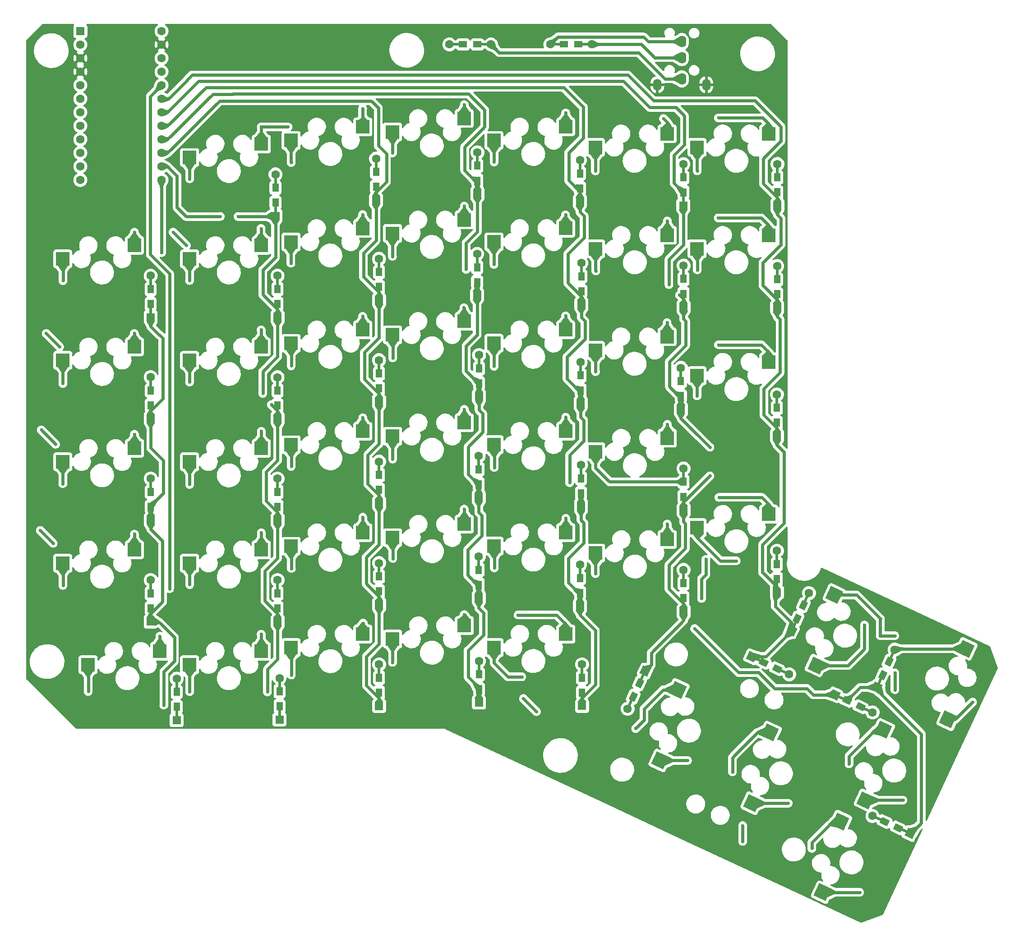
<source format=gbl>
G04 #@! TF.GenerationSoftware,KiCad,Pcbnew,7.0.0*
G04 #@! TF.CreationDate,2023-03-24T12:17:37+00:00*
G04 #@! TF.ProjectId,ErgoMaxReversible,4572676f-4d61-4785-9265-766572736962,rev?*
G04 #@! TF.SameCoordinates,Original*
G04 #@! TF.FileFunction,Copper,L2,Bot*
G04 #@! TF.FilePolarity,Positive*
%FSLAX46Y46*%
G04 Gerber Fmt 4.6, Leading zero omitted, Abs format (unit mm)*
G04 Created by KiCad (PCBNEW 7.0.0) date 2023-03-24 12:17:37*
%MOMM*%
%LPD*%
G01*
G04 APERTURE LIST*
G04 Aperture macros list*
%AMRotRect*
0 Rectangle, with rotation*
0 The origin of the aperture is its center*
0 $1 length*
0 $2 width*
0 $3 Rotation angle, in degrees counterclockwise*
0 Add horizontal line*
21,1,$1,$2,0,0,$3*%
G04 Aperture macros list end*
G04 #@! TA.AperFunction,ComponentPad*
%ADD10O,1.600000X2.200000*%
G04 #@! TD*
G04 #@! TA.AperFunction,ComponentPad*
%ADD11R,1.600000X1.600000*%
G04 #@! TD*
G04 #@! TA.AperFunction,ComponentPad*
%ADD12C,1.600000*%
G04 #@! TD*
G04 #@! TA.AperFunction,SMDPad,CuDef*
%ADD13R,1.200000X1.600000*%
G04 #@! TD*
G04 #@! TA.AperFunction,SMDPad,CuDef*
%ADD14R,0.500000X2.900000*%
G04 #@! TD*
G04 #@! TA.AperFunction,SMDPad,CuDef*
%ADD15RotRect,1.600000X1.200000X335.000000*%
G04 #@! TD*
G04 #@! TA.AperFunction,SMDPad,CuDef*
%ADD16RotRect,2.900000X0.500000X335.000000*%
G04 #@! TD*
G04 #@! TA.AperFunction,ComponentPad*
%ADD17RotRect,1.600000X1.600000X335.000000*%
G04 #@! TD*
G04 #@! TA.AperFunction,SMDPad,CuDef*
%ADD18RotRect,1.600000X1.200000X155.000000*%
G04 #@! TD*
G04 #@! TA.AperFunction,SMDPad,CuDef*
%ADD19RotRect,2.900000X0.500000X155.000000*%
G04 #@! TD*
G04 #@! TA.AperFunction,ComponentPad*
%ADD20RotRect,1.600000X1.600000X155.000000*%
G04 #@! TD*
G04 #@! TA.AperFunction,SMDPad,CuDef*
%ADD21RotRect,1.600000X1.200000X65.000000*%
G04 #@! TD*
G04 #@! TA.AperFunction,SMDPad,CuDef*
%ADD22RotRect,2.900000X0.500000X65.000000*%
G04 #@! TD*
G04 #@! TA.AperFunction,ComponentPad*
%ADD23RotRect,1.600000X1.600000X65.000000*%
G04 #@! TD*
G04 #@! TA.AperFunction,SMDPad,CuDef*
%ADD24RotRect,1.600000X1.200000X245.000000*%
G04 #@! TD*
G04 #@! TA.AperFunction,SMDPad,CuDef*
%ADD25RotRect,2.900000X0.500000X245.000000*%
G04 #@! TD*
G04 #@! TA.AperFunction,ComponentPad*
%ADD26RotRect,1.600000X1.600000X245.000000*%
G04 #@! TD*
G04 #@! TA.AperFunction,SMDPad,CuDef*
%ADD27R,1.500000X1.200000*%
G04 #@! TD*
G04 #@! TA.AperFunction,SMDPad,CuDef*
%ADD28R,2.900000X0.500000*%
G04 #@! TD*
G04 #@! TA.AperFunction,SMDPad,CuDef*
%ADD29R,2.550000X2.500000*%
G04 #@! TD*
G04 #@! TA.AperFunction,SMDPad,CuDef*
%ADD30RotRect,2.550000X2.500000X65.000000*%
G04 #@! TD*
G04 #@! TA.AperFunction,SMDPad,CuDef*
%ADD31RotRect,2.550000X2.500000X245.000000*%
G04 #@! TD*
G04 #@! TA.AperFunction,ViaPad*
%ADD32C,0.609600*%
G04 #@! TD*
G04 #@! TA.AperFunction,Conductor*
%ADD33C,0.600000*%
G04 #@! TD*
G04 APERTURE END LIST*
D10*
X229029199Y-47444199D03*
X238229199Y-47444199D03*
X233629199Y-46344199D03*
X233629199Y-42344199D03*
X233629199Y-39344199D03*
D11*
X120729659Y-37378639D03*
D12*
X120729660Y-39918640D03*
X120729660Y-42458640D03*
X120729660Y-44998640D03*
X120729660Y-47538640D03*
X120729660Y-50078640D03*
X120729660Y-52618640D03*
X120729660Y-55158640D03*
X120729660Y-57698640D03*
X120729660Y-60238640D03*
X120729660Y-62778640D03*
X120729660Y-65318640D03*
X135969660Y-65318640D03*
X135969660Y-62778640D03*
X135969660Y-60238640D03*
X135969660Y-57698640D03*
X135969660Y-55158640D03*
X135969660Y-52618640D03*
X135969660Y-50078640D03*
X135969660Y-47538640D03*
X135969660Y-44998640D03*
X135969660Y-42458640D03*
X135969660Y-39918640D03*
X135969660Y-37378640D03*
D13*
X251513339Y-86779559D03*
D14*
X251513339Y-87879559D03*
D11*
X251513339Y-89279559D03*
D12*
X251513340Y-81479560D03*
D14*
X251513339Y-82879559D03*
D13*
X251513339Y-83979559D03*
X133939240Y-107653065D03*
D14*
X133939240Y-108753065D03*
D11*
X133939240Y-110153065D03*
D12*
X133939241Y-102353066D03*
D14*
X133939240Y-103753065D03*
D13*
X133939240Y-104853065D03*
X157740020Y-107662665D03*
D14*
X157740020Y-108762665D03*
D11*
X157740020Y-110162665D03*
D12*
X157740021Y-102362666D03*
D14*
X157740020Y-103762665D03*
D13*
X157740020Y-104862665D03*
X176788760Y-104461945D03*
D14*
X176788760Y-105561945D03*
D11*
X176788760Y-106961945D03*
D12*
X176788761Y-99161946D03*
D14*
X176788760Y-100561945D03*
D13*
X176788760Y-101661945D03*
X195564759Y-103497839D03*
D14*
X195564759Y-104597839D03*
D11*
X195564759Y-105997839D03*
D12*
X195564760Y-98197840D03*
D14*
X195564759Y-99597839D03*
D13*
X195564759Y-100697839D03*
X214635079Y-104821179D03*
D14*
X214635079Y-105921179D03*
D11*
X214635079Y-107321179D03*
D12*
X214635080Y-99521180D03*
D14*
X214635079Y-100921179D03*
D13*
X214635079Y-102021179D03*
X251472699Y-110901939D03*
D14*
X251472699Y-112001939D03*
D11*
X251472699Y-113401939D03*
D12*
X251472700Y-105601940D03*
D14*
X251472699Y-107001939D03*
D13*
X251472699Y-108101939D03*
X176225199Y-66622119D03*
D14*
X176225199Y-67722119D03*
D11*
X176225199Y-69122119D03*
D12*
X176225200Y-61322120D03*
D14*
X176225199Y-62722119D03*
D13*
X176225199Y-63822119D03*
X233453939Y-105903219D03*
D14*
X233453939Y-107003219D03*
D11*
X233453939Y-108403219D03*
D12*
X233453940Y-100603220D03*
D14*
X233453939Y-102003219D03*
D13*
X233453939Y-103103219D03*
X157350459Y-69581219D03*
D14*
X157350459Y-70681219D03*
D11*
X157350459Y-72081219D03*
D12*
X157350460Y-64281220D03*
D14*
X157350459Y-65681219D03*
D13*
X157350459Y-66781219D03*
X214767159Y-86208059D03*
D14*
X214767159Y-87308059D03*
D11*
X214767159Y-88708059D03*
D12*
X214767160Y-80908060D03*
D14*
X214767159Y-82308059D03*
D13*
X214767159Y-83408059D03*
X233954160Y-86702845D03*
D14*
X233954160Y-87802845D03*
D11*
X233954160Y-89202845D03*
D12*
X233954161Y-81402846D03*
D14*
X233954160Y-82802845D03*
D13*
X233954160Y-83902845D03*
D15*
X274207070Y-186969245D03*
D16*
X275204008Y-187434125D03*
D17*
X276472839Y-188025790D03*
D12*
X269403640Y-184729369D03*
D16*
X270672470Y-185321033D03*
D15*
X271669408Y-185785913D03*
D13*
X195191379Y-84508799D03*
D14*
X195191379Y-85608799D03*
D11*
X195191379Y-87008799D03*
D12*
X195191380Y-79208800D03*
D14*
X195191379Y-80608799D03*
D13*
X195191379Y-81708799D03*
X176791260Y-85419965D03*
D14*
X176791260Y-86519965D03*
D11*
X176791260Y-87919965D03*
D12*
X176791261Y-80119966D03*
D14*
X176791260Y-81519965D03*
D13*
X176791260Y-82619965D03*
X157741260Y-88609965D03*
D14*
X157741260Y-89709965D03*
D11*
X157741260Y-91109965D03*
D12*
X157741261Y-83309966D03*
D14*
X157741260Y-84709965D03*
D13*
X157741260Y-85809965D03*
X133935840Y-88609965D03*
D14*
X133935840Y-89709965D03*
D11*
X133935840Y-91109965D03*
D12*
X133935841Y-83309966D03*
D14*
X133935840Y-84709965D03*
D13*
X133935840Y-85809965D03*
X251559059Y-67635579D03*
D14*
X251559059Y-68735579D03*
D11*
X251559059Y-70135579D03*
D12*
X251559060Y-62335580D03*
D14*
X251559059Y-63735579D03*
D13*
X251559059Y-64835579D03*
X233911911Y-67652965D03*
D14*
X233911911Y-68752965D03*
D11*
X233911911Y-70152965D03*
D12*
X233911912Y-62352966D03*
D14*
X233911911Y-63752965D03*
D13*
X233911911Y-64852965D03*
X214495379Y-66904059D03*
D14*
X214495379Y-68004059D03*
D11*
X214495379Y-69404059D03*
D12*
X214495380Y-61604060D03*
D14*
X214495379Y-63004059D03*
D13*
X214495379Y-64104059D03*
X195252339Y-65448639D03*
D14*
X195252339Y-66548639D03*
D11*
X195252339Y-67948639D03*
D12*
X195252340Y-60148640D03*
D14*
X195252339Y-61548639D03*
D13*
X195252339Y-62648639D03*
X214523319Y-142844979D03*
D14*
X214523319Y-143944979D03*
D11*
X214523319Y-145344979D03*
D12*
X214523320Y-137544980D03*
D14*
X214523319Y-138944979D03*
D13*
X214523319Y-140044979D03*
D18*
X248971968Y-155897733D03*
D19*
X247975030Y-155432853D03*
D20*
X246706199Y-154841188D03*
D12*
X253775400Y-158137611D03*
D19*
X252506568Y-157545945D03*
D18*
X251509630Y-157081065D03*
D13*
X233954160Y-143829325D03*
D14*
X233954160Y-144929325D03*
D11*
X233954160Y-146329325D03*
D12*
X233954161Y-138529326D03*
D14*
X233954160Y-139929325D03*
D13*
X233954160Y-141029325D03*
X251475239Y-140254179D03*
D14*
X251475239Y-141354179D03*
D11*
X251475239Y-142754179D03*
D12*
X251475240Y-134954180D03*
D14*
X251475239Y-136354179D03*
D13*
X251475239Y-137454179D03*
D18*
X264618368Y-163052913D03*
D19*
X263621430Y-162588033D03*
D20*
X262352599Y-161996368D03*
D12*
X269421800Y-165292791D03*
D19*
X268152968Y-164701125D03*
D18*
X267156030Y-164236245D03*
D13*
X138810999Y-164249559D03*
D14*
X138810999Y-165349559D03*
D11*
X138810999Y-166749559D03*
D12*
X138811000Y-158949560D03*
D14*
X138810999Y-160349559D03*
D13*
X138810999Y-161449559D03*
X158122619Y-164137799D03*
D14*
X158122619Y-165237799D03*
D11*
X158122619Y-166637799D03*
D12*
X158122620Y-158837800D03*
D14*
X158122619Y-160237799D03*
D13*
X158122619Y-161337799D03*
X176804160Y-161589325D03*
D14*
X176804160Y-162689325D03*
D11*
X176804160Y-164089325D03*
D12*
X176804161Y-156289326D03*
D14*
X176804160Y-157689325D03*
D13*
X176804160Y-158789325D03*
X195559679Y-160947559D03*
D14*
X195559679Y-162047559D03*
D11*
X195559679Y-163447559D03*
D12*
X195559680Y-155647560D03*
D14*
X195559679Y-157047559D03*
D13*
X195559679Y-158147559D03*
X214904160Y-161569325D03*
D14*
X214904160Y-162669325D03*
D11*
X214904160Y-164069325D03*
D12*
X214904161Y-156269326D03*
D14*
X214904160Y-157669325D03*
D13*
X214904160Y-158769325D03*
D21*
X225699165Y-159800188D03*
D22*
X226164045Y-158803250D03*
D23*
X226755710Y-157534419D03*
D12*
X223459289Y-164603620D03*
D22*
X224050953Y-163334788D03*
D21*
X224515833Y-162337850D03*
D13*
X157745760Y-126701365D03*
D14*
X157745760Y-127801365D03*
D11*
X157745760Y-129201365D03*
D12*
X157745761Y-121401366D03*
D14*
X157745760Y-122801365D03*
D13*
X157745760Y-123901365D03*
X176804160Y-123509565D03*
D14*
X176804160Y-124609565D03*
D11*
X176804160Y-126009565D03*
D12*
X176804161Y-118209566D03*
D14*
X176804160Y-119609565D03*
D13*
X176804160Y-120709565D03*
X133949560Y-126693165D03*
D14*
X133949560Y-127793165D03*
D11*
X133949560Y-129193165D03*
D12*
X133949561Y-121393166D03*
D14*
X133949560Y-122793165D03*
D13*
X133949560Y-123893165D03*
X195513959Y-141320979D03*
D14*
X195513959Y-142420979D03*
D11*
X195513959Y-143820979D03*
D12*
X195513960Y-136020980D03*
D14*
X195513959Y-137420979D03*
D13*
X195513959Y-138520979D03*
X176804160Y-142559325D03*
D14*
X176804160Y-143659325D03*
D11*
X176804160Y-145059325D03*
D12*
X176804161Y-137259326D03*
D14*
X176804160Y-138659325D03*
D13*
X176804160Y-139759325D03*
X157754160Y-145739325D03*
D14*
X157754160Y-146839325D03*
D11*
X157754160Y-148239325D03*
D12*
X157754161Y-140439326D03*
D14*
X157754160Y-141839325D03*
D13*
X157754160Y-142939325D03*
X133944160Y-145739325D03*
D14*
X133944160Y-146839325D03*
D11*
X133944160Y-148239325D03*
D12*
X133944161Y-140439326D03*
D14*
X133944160Y-141839325D03*
D13*
X133944160Y-142939325D03*
D24*
X271325493Y-158314490D03*
D25*
X270860613Y-159311428D03*
D26*
X270268948Y-160580259D03*
D12*
X273565371Y-153511060D03*
D25*
X272973705Y-154779890D03*
D24*
X272508825Y-155776828D03*
X255259993Y-147684590D03*
D25*
X254795113Y-148681528D03*
D26*
X254203448Y-149950359D03*
D12*
X257499871Y-142881160D03*
D25*
X256908205Y-144149990D03*
D24*
X256443325Y-145146928D03*
D13*
X233954160Y-124800165D03*
D14*
X233954160Y-125900165D03*
D11*
X233954160Y-127300165D03*
D12*
X233954161Y-119500166D03*
D14*
X233954160Y-120900165D03*
D13*
X233954160Y-122000165D03*
X214703659Y-124132799D03*
D14*
X214703659Y-125232799D03*
D11*
X214703659Y-126632799D03*
D12*
X214703660Y-118832800D03*
D14*
X214703659Y-120232799D03*
D13*
X214703659Y-121332799D03*
X195493639Y-122433539D03*
D14*
X195493639Y-123533539D03*
D11*
X195493639Y-124933539D03*
D12*
X195493640Y-117133540D03*
D14*
X195493639Y-118533539D03*
D13*
X195493639Y-119633539D03*
D27*
X214195919Y-39875459D03*
D28*
X215345919Y-39875459D03*
D12*
X216745920Y-39875460D03*
X208945920Y-39875460D03*
D28*
X210345919Y-39875459D03*
D27*
X211495919Y-39875459D03*
X195257679Y-39875459D03*
D28*
X196407679Y-39875459D03*
D12*
X197807680Y-39875460D03*
X190007680Y-39875460D03*
D28*
X191407679Y-39875459D03*
D27*
X192557679Y-39875459D03*
D29*
X141237099Y-80150639D03*
X154687099Y-77610639D03*
X198399999Y-153109999D03*
X211849999Y-150569999D03*
X179332699Y-75355079D03*
X192782699Y-72815079D03*
X236499999Y-102055639D03*
X249949999Y-99515639D03*
X217407599Y-97296039D03*
X230857599Y-94756039D03*
X198374599Y-76947419D03*
X211824599Y-74407419D03*
X198374439Y-95985259D03*
X211824439Y-93445259D03*
X179329039Y-94399539D03*
X192779039Y-91859539D03*
X160284599Y-96002619D03*
X173734599Y-93462619D03*
X141235859Y-99203339D03*
X154685859Y-96663339D03*
X117435079Y-99193739D03*
X130885079Y-96653739D03*
X236499999Y-78235939D03*
X249949999Y-75695939D03*
X217449999Y-78243519D03*
X230899999Y-75703519D03*
X236499999Y-59195639D03*
X249949999Y-56655639D03*
X160287099Y-76960639D03*
X173737099Y-74420639D03*
X217407750Y-59193639D03*
X230857750Y-56653639D03*
X160289999Y-57907039D03*
X173739999Y-55367039D03*
X117431679Y-80150639D03*
X130881679Y-77610639D03*
X198399999Y-134069999D03*
X211849999Y-131529999D03*
D30*
X260038458Y-199048162D03*
X263420652Y-185784872D03*
X246810587Y-182323562D03*
X250192781Y-169060272D03*
X229539943Y-174305382D03*
X232922137Y-161042092D03*
D29*
X160299999Y-134099999D03*
X173749999Y-131559999D03*
X141239999Y-61113639D03*
X154689999Y-58573639D03*
X179349999Y-113447239D03*
X192799999Y-110907239D03*
X160299999Y-153129999D03*
X173749999Y-150589999D03*
X141249999Y-156329999D03*
X154699999Y-153789999D03*
X122199999Y-156329999D03*
X135649999Y-153789999D03*
D30*
X268071312Y-181808530D03*
X271453506Y-168545240D03*
D29*
X179349999Y-151529999D03*
X192799999Y-148989999D03*
X236499999Y-130609999D03*
X249949999Y-128069999D03*
X217449999Y-135369999D03*
X230899999Y-132829999D03*
X117445399Y-118233839D03*
X130895399Y-115693839D03*
X179349999Y-132489999D03*
X192799999Y-129949999D03*
X141249999Y-137279999D03*
X154699999Y-134739999D03*
X117439999Y-137279999D03*
X130889999Y-134739999D03*
D31*
X286947173Y-153349417D03*
X283564979Y-166612707D03*
D30*
X258862401Y-156493370D03*
X262244595Y-143230080D03*
D29*
X217449999Y-116340839D03*
X230899999Y-113800839D03*
X198399999Y-115029999D03*
X211849999Y-112489999D03*
X160299999Y-115050239D03*
X173749999Y-112510239D03*
X141241599Y-118242039D03*
X154691599Y-115702039D03*
X179329999Y-56309639D03*
X192779999Y-53769639D03*
X198369999Y-57893639D03*
X211819999Y-55353639D03*
D32*
X156582855Y-107505500D03*
X150324820Y-72181220D03*
X155851860Y-161432240D03*
X146987260Y-72181220D03*
X154978100Y-105392220D03*
X195191380Y-84168925D03*
X193133980Y-82111525D03*
X212577680Y-122162845D03*
X214703660Y-124288825D03*
X238887000Y-120867327D03*
X238887000Y-115493800D03*
X233195515Y-86944200D03*
X231208580Y-84957265D03*
X136400540Y-163918900D03*
X135991600Y-78950820D03*
X236016800Y-149555200D03*
X137492740Y-142064740D03*
X159685000Y-55367040D03*
X192783460Y-51186080D03*
X230177340Y-53797200D03*
X173713140Y-51919640D03*
X240489740Y-53672740D03*
X211825840Y-52727860D03*
X154683460Y-55367040D03*
X130878580Y-75115420D03*
X138136880Y-75115420D03*
X154663140Y-74420640D03*
X230888540Y-73025000D03*
X211790280Y-71871840D03*
X192803780Y-70236080D03*
X173720760Y-71810880D03*
X140632100Y-77610640D03*
X240451640Y-72438260D03*
X173713140Y-90929460D03*
X130853180Y-94137480D03*
X192722500Y-89301320D03*
X116830080Y-96653740D03*
X211808060Y-90827860D03*
X230847900Y-92095320D03*
X154658060Y-93462620D03*
X114322860Y-94146520D03*
X240504980Y-96266000D03*
X230908860Y-111211360D03*
X154691080Y-112510240D03*
X211833460Y-109860080D03*
X116084100Y-114937540D03*
X270878300Y-150888700D03*
X288186217Y-163352480D03*
X113405920Y-112259360D03*
X173736000Y-109966760D03*
X273608800Y-150888700D03*
X130883660Y-113050320D03*
X192798700Y-108381800D03*
X130881120Y-131805680D03*
X238150400Y-136550400D03*
X192763140Y-127106680D03*
X237325199Y-143891000D03*
X240591340Y-124919740D03*
X211853780Y-128846580D03*
X113209800Y-131114800D03*
X173751240Y-128638300D03*
X115635500Y-133540500D03*
X265005820Y-174945040D03*
X154693620Y-131560000D03*
X230883460Y-129920000D03*
X173819820Y-148510199D03*
X192768220Y-146910199D03*
X258038600Y-190807340D03*
X243113560Y-176463960D03*
X245045291Y-186537600D03*
X206354680Y-165133020D03*
X224962720Y-168313100D03*
X154660600Y-150590000D03*
X203906120Y-162684460D03*
X202874880Y-146992340D03*
X135661400Y-150990300D03*
X245045291Y-189509400D03*
X141246860Y-65107820D03*
X160307020Y-62039500D03*
X268986000Y-156718000D03*
X279400000Y-157480000D03*
X279146000Y-163322000D03*
X263906000Y-140716000D03*
X278384000Y-148590000D03*
X271780000Y-144780000D03*
X179349400Y-60233560D03*
X198386700Y-61940440D03*
X217398600Y-63614300D03*
X236507020Y-63583820D03*
X117464840Y-84239100D03*
X141226540Y-84201000D03*
X160248600Y-80942180D03*
X179308760Y-79692500D03*
X198358760Y-81170780D03*
X217477340Y-82389980D03*
X236524800Y-82212180D03*
X117459760Y-103538020D03*
X141224000Y-103273860D03*
X160312100Y-100210620D03*
X179357020Y-98734880D03*
X198394320Y-100299520D03*
X217424000Y-101307900D03*
X236501940Y-105846880D03*
X117434360Y-122364500D03*
X141234160Y-122478800D03*
X160307020Y-119090440D03*
X179349400Y-117731540D03*
X198422260Y-119298720D03*
X267909040Y-148882100D03*
X273607633Y-161050891D03*
X273607633Y-157866080D03*
X117469920Y-141434820D03*
X141241780Y-141287500D03*
X160334960Y-138267440D03*
X179379880Y-136405620D03*
X198437500Y-138153140D03*
X217406220Y-139225020D03*
X243829840Y-136829800D03*
X275135340Y-181775100D03*
X122212100Y-161358580D03*
X141249400Y-161383980D03*
X160314640Y-158267400D03*
X179326540Y-155897580D03*
X203586080Y-158605220D03*
X234683300Y-174304960D03*
X253588520Y-182346600D03*
X267004800Y-199072500D03*
D33*
X156582855Y-107505500D02*
X157740021Y-108662666D01*
X150324820Y-72181220D02*
X157350460Y-72181220D01*
X155359100Y-138701780D02*
X157745761Y-136315119D01*
X157745761Y-127701366D02*
X155648660Y-125604265D01*
X157350460Y-72181220D02*
X157350460Y-79847440D01*
X157745761Y-136315119D02*
X157745761Y-129301366D01*
X157741261Y-91209966D02*
X157741261Y-98509179D01*
X157754161Y-155303379D02*
X155851860Y-157205680D01*
X154995880Y-82202020D02*
X157350460Y-79847440D01*
X157745761Y-129301366D02*
X157745761Y-127701366D01*
X157741261Y-89609966D02*
X157741261Y-91209966D01*
X157741261Y-98509179D02*
X156135220Y-100115220D01*
X157754161Y-148339326D02*
X157754161Y-146739326D01*
X137101030Y-62778640D02*
X138877040Y-64554650D01*
X157740021Y-117984599D02*
X157740021Y-110262666D01*
X155359100Y-144344265D02*
X155359100Y-138701780D01*
X157740021Y-108662666D02*
X157740021Y-110262666D01*
X155648660Y-120075960D02*
X157740021Y-117984599D01*
X135969660Y-62778640D02*
X137101030Y-62778640D01*
X138877040Y-70446900D02*
X140611360Y-72181220D01*
X155851860Y-157205680D02*
X155851860Y-161432240D01*
X155648660Y-125604265D02*
X155648660Y-120075960D01*
X138877040Y-64554650D02*
X138877040Y-70446900D01*
X140611360Y-72181220D02*
X146987260Y-72181220D01*
X154978100Y-101267260D02*
X154978100Y-105392220D01*
X157754161Y-148339326D02*
X157754161Y-155303379D01*
X157754161Y-146739326D02*
X155359100Y-144344265D01*
X156135220Y-100115220D02*
X156130140Y-100115220D01*
X154995880Y-86864585D02*
X157741261Y-89609966D01*
X154995880Y-82202020D02*
X154995880Y-86864585D01*
X156130140Y-100115220D02*
X154978100Y-101267260D01*
X176646840Y-51775360D02*
X176646840Y-58897520D01*
X176791261Y-86419966D02*
X176791261Y-88019966D01*
X176804161Y-143559326D02*
X174378620Y-141133785D01*
X176804161Y-164189326D02*
X176804161Y-162589326D01*
X176804161Y-126109566D02*
X176804161Y-124509566D01*
X174378620Y-136182100D02*
X176804161Y-133756559D01*
X176788761Y-114861659D02*
X176788761Y-107061946D01*
X137101030Y-60238640D02*
X146867330Y-50472340D01*
X173863000Y-83491705D02*
X176791261Y-86419966D01*
X146867330Y-50472340D02*
X175343820Y-50472340D01*
X176646840Y-58897520D02*
X178196240Y-60446920D01*
X176791261Y-94950639D02*
X176791261Y-88019966D01*
X176804161Y-152415399D02*
X176804161Y-145159326D01*
X176804161Y-162589326D02*
X174409100Y-160194265D01*
X176788761Y-105461946D02*
X176788761Y-107061946D01*
X174053500Y-97688400D02*
X174053500Y-102726685D01*
X173863000Y-78994000D02*
X176225200Y-76631800D01*
X174053500Y-102726685D02*
X176788761Y-105461946D01*
X174693580Y-116956840D02*
X176788761Y-114861659D01*
X174378620Y-141133785D02*
X174378620Y-136182100D01*
X176804161Y-133756559D02*
X176804161Y-126109566D01*
X178196240Y-65651080D02*
X176225200Y-67622120D01*
X178196240Y-60446920D02*
X178196240Y-65651080D01*
X174693580Y-122398985D02*
X174693580Y-116956840D01*
X176225200Y-69222120D02*
X176225200Y-76631800D01*
X174409100Y-154810460D02*
X176804161Y-152415399D01*
X175343820Y-50472340D02*
X176646840Y-51775360D01*
X176804161Y-145159326D02*
X176804161Y-143559326D01*
X135969660Y-60238640D02*
X137101030Y-60238640D01*
X176225200Y-67622120D02*
X176225200Y-69222120D01*
X174409100Y-160194265D02*
X174409100Y-154810460D01*
X173863000Y-78994000D02*
X173863000Y-83491705D01*
X176791261Y-94950639D02*
X174053500Y-97688400D01*
X176804161Y-124509566D02*
X174693580Y-122398985D01*
X195191380Y-84168925D02*
X195191380Y-87108800D01*
X193431160Y-134739380D02*
X196082920Y-132087620D01*
X193530220Y-120582625D02*
X193530220Y-115417600D01*
X196082920Y-132087620D02*
X196082920Y-128272540D01*
X196390260Y-150759160D02*
X193507360Y-153642060D01*
X193154300Y-96451420D02*
X193154300Y-101179965D01*
X195564760Y-108511340D02*
X195564760Y-106097840D01*
X193133980Y-77149960D02*
X193133980Y-82111525D01*
X193624200Y-49174400D02*
X149377400Y-49174400D01*
X193507360Y-158642525D02*
X195559680Y-160694845D01*
X195559680Y-160694845D02*
X195559680Y-163547560D01*
X193431160Y-139526325D02*
X193431160Y-134739380D01*
X149352000Y-49199800D02*
X145599870Y-49199800D01*
X193154300Y-96451420D02*
X195191380Y-94414340D01*
X196621400Y-52209700D02*
X193847720Y-49436020D01*
X193507360Y-153642060D02*
X193507360Y-158642525D01*
X195252340Y-68048640D02*
X195252340Y-65905080D01*
X193154300Y-101179965D02*
X195564760Y-103590425D01*
X195513960Y-145684240D02*
X196390260Y-146560540D01*
X193847720Y-49436020D02*
X193847720Y-49397920D01*
X193530220Y-120582625D02*
X195493640Y-122546045D01*
X196260720Y-112687100D02*
X196260720Y-109207300D01*
X195564760Y-103590425D02*
X195564760Y-106097840D01*
X195252340Y-65905080D02*
X192857120Y-63509860D01*
X195513960Y-143920980D02*
X195513960Y-145684240D01*
X196390260Y-146560540D02*
X196390260Y-150759160D01*
X193133980Y-77149960D02*
X195252340Y-75031600D01*
X193530220Y-115417600D02*
X196260720Y-112687100D01*
X193431160Y-139526325D02*
X195513960Y-141609125D01*
X196621400Y-55346600D02*
X196621400Y-52209700D01*
X195493640Y-122546045D02*
X195493640Y-125033540D01*
X192857120Y-63509860D02*
X192857120Y-59110880D01*
X193847720Y-49397920D02*
X193624200Y-49174400D01*
X195252340Y-68048640D02*
X195252340Y-75031600D01*
X196260720Y-109207300D02*
X195564760Y-108511340D01*
X145599870Y-49199800D02*
X137101030Y-57698640D01*
X195191380Y-87108800D02*
X195191380Y-94414340D01*
X137101030Y-57698640D02*
X135969660Y-57698640D01*
X192857120Y-59110880D02*
X196621400Y-55346600D01*
X149377400Y-49174400D02*
X149352000Y-49199800D01*
X196082920Y-128272540D02*
X195493640Y-127683260D01*
X195513960Y-141609125D02*
X195513960Y-143920980D01*
X195493640Y-127683260D02*
X195493640Y-125033540D01*
X214703660Y-124288825D02*
X214703660Y-126732800D01*
X213809580Y-58773060D02*
X213809580Y-58757820D01*
X144304470Y-47955200D02*
X137101030Y-55158640D01*
X217408760Y-160065720D02*
X217408760Y-149930420D01*
X214904161Y-164169326D02*
X214904161Y-162569326D01*
X214635080Y-114894360D02*
X212577680Y-116951760D01*
X214703660Y-133967220D02*
X212341460Y-136329420D01*
X214703660Y-129181860D02*
X214703660Y-126732800D01*
X214523320Y-147044980D02*
X214523320Y-145444980D01*
X217408760Y-149930420D02*
X214523320Y-147044980D01*
X214495380Y-67515440D02*
X212382100Y-65402160D01*
X211480400Y-47955200D02*
X144304470Y-47955200D01*
X215196420Y-110444280D02*
X214635080Y-109882940D01*
X214495380Y-76939140D02*
X214518240Y-76939140D01*
X214703660Y-133967220D02*
X214721440Y-133967220D01*
X212067140Y-102633125D02*
X214635080Y-105201065D01*
X211990940Y-48450500D02*
X211975700Y-48450500D01*
X137101030Y-55158640D02*
X135969660Y-55158640D01*
X215298020Y-72128380D02*
X214495380Y-71325740D01*
X212341460Y-136329420D02*
X212341460Y-140966625D01*
X216508962Y-160964525D02*
X216509955Y-160964525D01*
X212067140Y-102633125D02*
X212067140Y-98549460D01*
X216509955Y-160964525D02*
X217408760Y-160065720D01*
X212382100Y-60200540D02*
X213809580Y-58773060D01*
X214495380Y-71325740D02*
X214495380Y-69504060D01*
X212222080Y-79212440D02*
X214495380Y-76939140D01*
X215298020Y-76159360D02*
X215298020Y-72128380D01*
X212222080Y-84662980D02*
X212222080Y-79212440D01*
X215196420Y-114322860D02*
X215196420Y-110444280D01*
X214721440Y-133967220D02*
X215244680Y-133443980D01*
X214635080Y-109882940D02*
X214635080Y-107421180D01*
X214767160Y-87208060D02*
X214767160Y-88808060D01*
X212341460Y-140966625D02*
X214523320Y-143148485D01*
X215427560Y-95189040D02*
X215427560Y-91821000D01*
X212382100Y-65402160D02*
X212382100Y-60200540D01*
X214495380Y-69504060D02*
X214495380Y-67515440D01*
X215163400Y-57404000D02*
X215163400Y-51622960D01*
X214635080Y-114884200D02*
X215196420Y-114322860D01*
X212067140Y-98549460D02*
X215427560Y-95189040D01*
X213809580Y-58757820D02*
X215163400Y-57404000D01*
X214523320Y-143148485D02*
X214523320Y-145444980D01*
X214518240Y-76939140D02*
X215298020Y-76159360D01*
X214904161Y-162569326D02*
X216508962Y-160964525D01*
X212577680Y-116951760D02*
X212577680Y-122162845D01*
X215427560Y-91821000D02*
X214767160Y-91160600D01*
X214635080Y-114894360D02*
X214635080Y-114884200D01*
X211975700Y-48450500D02*
X211480400Y-47955200D01*
X212222080Y-84662980D02*
X214767160Y-87208060D01*
X214767160Y-91160600D02*
X214767160Y-88808060D01*
X215244680Y-129722880D02*
X214703660Y-129181860D01*
X215163400Y-51622960D02*
X211990940Y-48450500D01*
X215244680Y-133443980D02*
X215244680Y-129722880D01*
X214635080Y-105201065D02*
X214635080Y-107421180D01*
X238887000Y-120867327D02*
X233954161Y-125800166D01*
X233195515Y-86944200D02*
X233954161Y-87702846D01*
X233954161Y-91419521D02*
X233954161Y-89302846D01*
X233911912Y-70252966D02*
X233911912Y-77525108D01*
X231292400Y-99415600D02*
X234345480Y-96362520D01*
X236708380Y-113357660D02*
X236750860Y-113357660D01*
X234111800Y-53289200D02*
X234111800Y-58699400D01*
X233911912Y-77525108D02*
X231208580Y-80228440D01*
X233453940Y-110103220D02*
X236708380Y-113357660D01*
X137101030Y-52618640D02*
X142932870Y-46786800D01*
X233954161Y-129534761D02*
X233954161Y-127400166D01*
X227609400Y-51714400D02*
X232537000Y-51714400D01*
X234289600Y-134505700D02*
X234289600Y-129870200D01*
X233453940Y-108503220D02*
X233453940Y-110103220D01*
X231208580Y-80228440D02*
X231208580Y-84957265D01*
X231292400Y-104136005D02*
X233453940Y-106297545D01*
X232349360Y-136478960D02*
X232349360Y-136445940D01*
X231203500Y-142078665D02*
X231203500Y-137624820D01*
X233954161Y-125800166D02*
X233954161Y-127400166D01*
X232156000Y-60655200D02*
X232156000Y-65897054D01*
X233954161Y-146429326D02*
X233954161Y-148029326D01*
X227888800Y-154094687D02*
X227888800Y-156352962D01*
X233453940Y-106297545D02*
X233453940Y-108503220D01*
X231292400Y-99606100D02*
X231292400Y-104136005D01*
X233954161Y-144829326D02*
X231203500Y-142078665D01*
X233954161Y-87702846D02*
X233954161Y-89302846D01*
X234345480Y-96362520D02*
X234345480Y-91810840D01*
X234289600Y-129870200D02*
X233954161Y-129534761D01*
X232537000Y-51714400D02*
X234111800Y-53289200D01*
X227888800Y-156352962D02*
X226797973Y-157443789D01*
X234345480Y-91810840D02*
X233954161Y-91419521D01*
X142932870Y-46786800D02*
X222681800Y-46786800D01*
X232156000Y-65897054D02*
X233911912Y-67652966D01*
X232349360Y-136445940D02*
X234289600Y-134505700D01*
X233954161Y-146429326D02*
X233954161Y-144829326D01*
X233954161Y-148029326D02*
X227888800Y-154094687D01*
X222681800Y-46786800D02*
X227609400Y-51714400D01*
X135969660Y-52618640D02*
X137101030Y-52618640D01*
X231292400Y-99606100D02*
X231292400Y-99415600D01*
X231203500Y-137624820D02*
X232349360Y-136478960D01*
X234111800Y-58699400D02*
X232156000Y-60655200D01*
X236750860Y-113357660D02*
X238887000Y-115493800D01*
X254157480Y-148833907D02*
X254157480Y-148394420D01*
X248772680Y-138982680D02*
X251180000Y-141390000D01*
X251564140Y-131001961D02*
X252784801Y-129781300D01*
X251180000Y-145416940D02*
X251180000Y-142990000D01*
X137284460Y-50078640D02*
X140797280Y-46565820D01*
X248922540Y-65999060D02*
X248922540Y-61307980D01*
X249954259Y-60276261D02*
X249954259Y-60265023D01*
X249019060Y-104528620D02*
X249019060Y-109448300D01*
X252046740Y-101500940D02*
X249019060Y-104528620D01*
X251559060Y-70135580D02*
X251559060Y-68635580D01*
X249403251Y-154798927D02*
X254161187Y-150040991D01*
X251513340Y-89379560D02*
X251513340Y-90979560D01*
X248772680Y-133802120D02*
X248772680Y-138982680D01*
X252216920Y-77495400D02*
X252216920Y-72493440D01*
X248859040Y-80853280D02*
X248859040Y-85125260D01*
X251180000Y-141390000D02*
X251180000Y-142990000D01*
X252211840Y-58007442D02*
X252211840Y-55303838D01*
X252784801Y-116414041D02*
X251472700Y-115101940D01*
X228330760Y-50454560D02*
X223494600Y-45618400D01*
X249019060Y-109448300D02*
X251472700Y-111901940D01*
X251559060Y-71835580D02*
X251559060Y-70235580D01*
X251559060Y-70235580D02*
X251559060Y-68635580D01*
X140797280Y-46527720D02*
X141706600Y-45618400D01*
X247362562Y-50454560D02*
X228330760Y-50454560D01*
X248859040Y-85125260D02*
X251513340Y-87779560D01*
X251472700Y-111901940D02*
X251472700Y-113501940D01*
X251472700Y-115101940D02*
X251472700Y-113501940D01*
X254161187Y-148837614D02*
X254157480Y-148833907D01*
X246615569Y-154798927D02*
X249403251Y-154798927D01*
X140797280Y-46565820D02*
X140797280Y-46527720D01*
X249954259Y-60265023D02*
X252211840Y-58007442D01*
X251564140Y-131010660D02*
X248772680Y-133802120D01*
X135969660Y-50078640D02*
X137284460Y-50078640D01*
X248922540Y-61307980D02*
X249954259Y-60276261D01*
X251513340Y-90979560D02*
X252046740Y-91512960D01*
X252046740Y-91512960D02*
X252046740Y-101500940D01*
X252216920Y-77495400D02*
X248859040Y-80853280D01*
X252211840Y-55303838D02*
X247362562Y-50454560D01*
X254157480Y-148394420D02*
X251180000Y-145416940D01*
X251559060Y-68635580D02*
X248922540Y-65999060D01*
X251513340Y-89379560D02*
X251513340Y-87779560D01*
X141706600Y-45618400D02*
X223494600Y-45618400D01*
X252216920Y-72493440D02*
X251559060Y-71835580D01*
X254161187Y-150040991D02*
X254161187Y-148837614D01*
X251564140Y-131010660D02*
X251564140Y-131001961D01*
X252784801Y-129781300D02*
X252784801Y-116414041D01*
X136400540Y-163918900D02*
X136400540Y-157619700D01*
X133939241Y-108653066D02*
X133939241Y-110253066D01*
X135599187Y-94418167D02*
X136210040Y-95029020D01*
X135969660Y-78928880D02*
X135991600Y-78950820D01*
X133949561Y-130893166D02*
X135548962Y-132492567D01*
X136265920Y-117947440D02*
X133939241Y-115620761D01*
X133935841Y-92809966D02*
X135544042Y-94418167D01*
X135544042Y-94418167D02*
X135599187Y-94418167D01*
X133944161Y-146739326D02*
X133944161Y-148339326D01*
X133949561Y-129293166D02*
X133949561Y-130893166D01*
X138379200Y-151174365D02*
X135544161Y-148339326D01*
X133935841Y-91209966D02*
X133935841Y-92809966D01*
X136169400Y-133111240D02*
X136169400Y-144514087D01*
X136400540Y-157619700D02*
X138379200Y-155641040D01*
X138379200Y-155641040D02*
X138379200Y-151174365D01*
X135544161Y-148339326D02*
X133944161Y-148339326D01*
X136210040Y-106382267D02*
X133939241Y-108653066D01*
X133949561Y-129293166D02*
X133949561Y-126486799D01*
X136210040Y-95029020D02*
X136210040Y-106382267D01*
X136265920Y-124170440D02*
X136265920Y-117947440D01*
X135548962Y-132492567D02*
X135550727Y-132492567D01*
X133949561Y-126486799D02*
X136265920Y-124170440D01*
X133939241Y-115620761D02*
X133939241Y-110253066D01*
X136169400Y-144514087D02*
X133944161Y-146739326D01*
X135969660Y-65318640D02*
X135969660Y-78928880D01*
X135550727Y-132492567D02*
X136169400Y-133111240D01*
X244271800Y-157810200D02*
X248056400Y-157810200D01*
X276563471Y-188068053D02*
X278577040Y-186054484D01*
X137492740Y-142077440D02*
X137492740Y-82951320D01*
X278577040Y-186054484D02*
X278577040Y-169346880D01*
X251028200Y-160782000D02*
X257108960Y-160782000D01*
X133865620Y-49642680D02*
X135969660Y-47538640D01*
X258323329Y-161996369D02*
X262352600Y-161996369D01*
X248056400Y-157810200D02*
X251028200Y-160782000D01*
X257108960Y-160782000D02*
X258323329Y-161996369D01*
X278577040Y-169346880D02*
X270268949Y-161038789D01*
X133865620Y-79324200D02*
X133865620Y-49642680D01*
X236016800Y-149555200D02*
X244271800Y-157810200D01*
X137492740Y-82951320D02*
X133865620Y-79324200D01*
X264618369Y-163052914D02*
X267091023Y-160580260D01*
X267091023Y-160580260D02*
X270268949Y-160580260D01*
X211820000Y-53503640D02*
X211825840Y-53497800D01*
X230857751Y-54477611D02*
X230177340Y-53797200D01*
X154690000Y-56723640D02*
X154683460Y-56717100D01*
X192783460Y-51916180D02*
X192783460Y-51186080D01*
X249950000Y-54805640D02*
X248817100Y-53672740D01*
X248817100Y-53672740D02*
X240489740Y-53672740D01*
X192780000Y-53769640D02*
X192780000Y-51919640D01*
X192780000Y-51919640D02*
X192783460Y-51916180D01*
X211820000Y-55353640D02*
X211820000Y-53503640D01*
X211825840Y-53497800D02*
X211825840Y-52727860D01*
X249950000Y-56655640D02*
X249950000Y-54805640D01*
X154683460Y-56717100D02*
X154683460Y-55367040D01*
X159685000Y-55367040D02*
X154683460Y-55367040D01*
X154690000Y-58573640D02*
X154690000Y-56723640D01*
X173740000Y-53517040D02*
X173713140Y-53490180D01*
X173740000Y-55367040D02*
X173740000Y-53517040D01*
X230857751Y-56653640D02*
X230857751Y-54477611D01*
X173713140Y-53490180D02*
X173713140Y-51919640D01*
X211790280Y-71871840D02*
X211790280Y-74373100D01*
X140632100Y-77610640D02*
X138136880Y-75115420D01*
X130881680Y-77610640D02*
X130881680Y-75118520D01*
X173720760Y-71810880D02*
X173720760Y-74404300D01*
X248542320Y-72438260D02*
X240451640Y-72438260D01*
X249950000Y-75695940D02*
X249950000Y-73845940D01*
X130881680Y-75118520D02*
X130878580Y-75115420D01*
X230888540Y-73025000D02*
X230888540Y-75692060D01*
X192803780Y-70236080D02*
X192803780Y-72794000D01*
X154663140Y-74420640D02*
X154663140Y-77586680D01*
X249950000Y-73845940D02*
X248542320Y-72438260D01*
X116830080Y-96653740D02*
X114322860Y-94146520D01*
X211824440Y-90844240D02*
X211808060Y-90827860D01*
X211824440Y-93445260D02*
X211824440Y-90844240D01*
X173734600Y-90950920D02*
X173713140Y-90929460D01*
X192779040Y-91859540D02*
X192779040Y-89357860D01*
X249950000Y-97665640D02*
X248550360Y-96266000D01*
X154685860Y-93490420D02*
X154658060Y-93462620D01*
X130885080Y-94169380D02*
X130853180Y-94137480D01*
X173734600Y-93462620D02*
X173734600Y-90950920D01*
X130885080Y-96653740D02*
X130885080Y-94169380D01*
X249950000Y-99515640D02*
X249950000Y-97665640D01*
X192779040Y-89357860D02*
X192722500Y-89301320D01*
X154685860Y-96663340D02*
X154685860Y-93490420D01*
X230857600Y-94756040D02*
X230857600Y-92105020D01*
X248550360Y-96266000D02*
X240504980Y-96266000D01*
X230857600Y-92105020D02*
X230847900Y-92095320D01*
X192800000Y-108383100D02*
X192798700Y-108381800D01*
X173750000Y-109980760D02*
X173736000Y-109966760D01*
X130895400Y-113062060D02*
X130883660Y-113050320D01*
X154691600Y-115702040D02*
X154691600Y-112510760D01*
X270888460Y-147703540D02*
X266435840Y-143250920D01*
X270878300Y-147713700D02*
X270878300Y-150888700D01*
X284925989Y-166612708D02*
X283564980Y-166612708D01*
X270878300Y-150888700D02*
X273608800Y-150888700D01*
X211850000Y-112490000D02*
X211850000Y-109876620D01*
X230900000Y-111220220D02*
X230908860Y-111211360D01*
X263744657Y-143250920D02*
X263723818Y-143230081D01*
X116084100Y-114937540D02*
X113405920Y-112259360D01*
X173750000Y-112510240D02*
X173750000Y-109980760D01*
X211850000Y-109876620D02*
X211833460Y-109860080D01*
X270888460Y-147703540D02*
X270878300Y-147713700D01*
X230900000Y-113800840D02*
X230900000Y-111220220D01*
X288186217Y-163352480D02*
X284925989Y-166612708D01*
X263723818Y-143230081D02*
X262244596Y-143230081D01*
X192800000Y-110907240D02*
X192800000Y-108383100D01*
X154691600Y-112510760D02*
X154691080Y-112510240D01*
X130895400Y-115693840D02*
X130895400Y-113062060D01*
X266435840Y-143250920D02*
X263744657Y-143250920D01*
X238150400Y-139383846D02*
X238150400Y-136550400D01*
X115635500Y-133540500D02*
X113209800Y-131114800D01*
X154700000Y-134740000D02*
X154700000Y-131566380D01*
X173750000Y-131560000D02*
X173750000Y-128639540D01*
X237325199Y-140209047D02*
X238150400Y-139383846D01*
X237325199Y-143891000D02*
X237325199Y-140209047D01*
X173750000Y-128639540D02*
X173751240Y-128638300D01*
X154700000Y-131566380D02*
X154693620Y-131560000D01*
X130890000Y-134740000D02*
X130890000Y-131814560D01*
X271453507Y-168545241D02*
X269974285Y-168545241D01*
X130890000Y-131814560D02*
X130881120Y-131805680D01*
X249950000Y-128070000D02*
X249950000Y-126220000D01*
X192800000Y-129950000D02*
X192800000Y-127143540D01*
X249950000Y-126220000D02*
X248649740Y-124919740D01*
X269974285Y-168545241D02*
X265005820Y-173513706D01*
X230900000Y-129936540D02*
X230883460Y-129920000D01*
X265005820Y-173513706D02*
X265005820Y-174945040D01*
X230900000Y-132830000D02*
X230900000Y-129936540D01*
X211850000Y-131530000D02*
X211850000Y-128850360D01*
X248649740Y-124919740D02*
X240591340Y-124919740D01*
X192800000Y-127143540D02*
X192763140Y-127106680D01*
X211850000Y-128850360D02*
X211853780Y-128846580D01*
X231442916Y-161042093D02*
X231441389Y-161043620D01*
X135650000Y-151001700D02*
X135661400Y-150990300D01*
X226529900Y-166745920D02*
X224962720Y-168313100D01*
X245045291Y-186537600D02*
X245045291Y-189509400D01*
X173750000Y-150590000D02*
X173750000Y-148580019D01*
X231441389Y-161043620D02*
X230118920Y-161043620D01*
X192800000Y-148990000D02*
X192800000Y-146941979D01*
X206354680Y-165133020D02*
X203906120Y-162684460D01*
X247809607Y-169060273D02*
X243113560Y-173756320D01*
X261941431Y-185784873D02*
X258038600Y-189687704D01*
X135650000Y-153790000D02*
X135650000Y-151001700D01*
X154700000Y-153790000D02*
X154700000Y-150629400D01*
X226529900Y-164632640D02*
X226529900Y-166745920D01*
X232922138Y-161042093D02*
X231442916Y-161042093D01*
X258038600Y-189687704D02*
X258038600Y-190807340D01*
X230118920Y-161043620D02*
X226529900Y-164632640D01*
X192800000Y-146941979D02*
X192768220Y-146910199D01*
X243113560Y-173756320D02*
X243113560Y-176463960D01*
X211850000Y-148720000D02*
X210122340Y-146992340D01*
X250192782Y-169060273D02*
X247809607Y-169060273D01*
X263420653Y-185784873D02*
X261941431Y-185784873D01*
X173750000Y-148580019D02*
X173819820Y-148510199D01*
X210122340Y-146992340D02*
X202874880Y-146992340D01*
X154700000Y-150629400D02*
X154660600Y-150590000D01*
X211850000Y-150570000D02*
X211850000Y-148720000D01*
X210350720Y-38470660D02*
X226430660Y-38470660D01*
X208945920Y-39875460D02*
X210350720Y-38470660D01*
X226430660Y-38470660D02*
X227304200Y-39344200D01*
X227304200Y-39344200D02*
X233629200Y-39344200D01*
X197807680Y-39875460D02*
X199334220Y-41402000D01*
X225552000Y-41402000D02*
X230494200Y-46344200D01*
X230494200Y-46344200D02*
X233629200Y-46344200D01*
X199334220Y-41402000D02*
X225552000Y-41402000D01*
X226057460Y-39875460D02*
X228526200Y-42344200D01*
X228526200Y-42344200D02*
X233629200Y-42344200D01*
X216745920Y-39875460D02*
X226057460Y-39875460D01*
X141246860Y-64676768D02*
X141240000Y-64669908D01*
X141240000Y-64669908D02*
X141240000Y-61166954D01*
X141246860Y-65107820D02*
X141246860Y-64676768D01*
X160290000Y-62022480D02*
X160307020Y-62039500D01*
X160290000Y-57907040D02*
X160290000Y-62022480D01*
X179349400Y-60233560D02*
X179349400Y-56329040D01*
X198370000Y-61923740D02*
X198386700Y-61940440D01*
X198370000Y-57893640D02*
X198370000Y-61923740D01*
X217407751Y-63605149D02*
X217398600Y-63614300D01*
X217407751Y-59193640D02*
X217407751Y-63605149D01*
X236500000Y-63576800D02*
X236507020Y-63583820D01*
X236500000Y-59195640D02*
X236500000Y-63576800D01*
X117464840Y-84239100D02*
X117464840Y-80183800D01*
X141226540Y-84201000D02*
X141226540Y-80161200D01*
X160248600Y-80942180D02*
X160248600Y-76999140D01*
X179308760Y-79692500D02*
X179308760Y-75379020D01*
X198358760Y-81170780D02*
X198358760Y-76963260D01*
X217450000Y-78243520D02*
X217450000Y-82362640D01*
X217450000Y-82362640D02*
X217477340Y-82389980D01*
X236524800Y-82212180D02*
X236524800Y-78260740D01*
X117459760Y-103538020D02*
X117459760Y-99218420D01*
X141224000Y-103273860D02*
X141224000Y-99215200D01*
X160312100Y-100210620D02*
X160312100Y-96030120D01*
X179357020Y-98734880D02*
X179357020Y-94427520D01*
X198374440Y-95985260D02*
X198374440Y-100279640D01*
X198374440Y-100279640D02*
X198394320Y-100299520D01*
X217407600Y-101291500D02*
X217424000Y-101307900D01*
X217407600Y-97296040D02*
X217407600Y-101291500D01*
X236500000Y-102055640D02*
X236500000Y-105844940D01*
X236500000Y-105844940D02*
X236501940Y-105846880D01*
X117434360Y-122364500D02*
X117434360Y-118244880D01*
X141234160Y-122478800D02*
X141234160Y-118249480D01*
X160307020Y-119090440D02*
X160307020Y-115057260D01*
X179349400Y-117731540D02*
X179349400Y-113447840D01*
X198422260Y-119298720D02*
X198422260Y-115052260D01*
X217450000Y-119406000D02*
X220044166Y-122000166D01*
X220044166Y-122000166D02*
X233954161Y-122000166D01*
X217450000Y-116340840D02*
X217450000Y-119406000D01*
X258862402Y-156493371D02*
X260341624Y-156493371D01*
X260348135Y-156486860D02*
X264812780Y-156486860D01*
X267909040Y-153390600D02*
X267909040Y-148882100D01*
X264812780Y-156486860D02*
X267909040Y-153390600D01*
X260341624Y-156493371D02*
X260348135Y-156486860D01*
X273607633Y-157866080D02*
X273607633Y-161050891D01*
X286947174Y-153349418D02*
X273678644Y-153349418D01*
X117469920Y-141434820D02*
X117469920Y-137309920D01*
X141241780Y-141287500D02*
X141241780Y-137288220D01*
X160334960Y-138267440D02*
X160334960Y-134134960D01*
X179379880Y-136405620D02*
X179379880Y-132519880D01*
X198437500Y-138153140D02*
X198437500Y-134107500D01*
X217406220Y-139225020D02*
X217406220Y-135413780D01*
X236500000Y-130610000D02*
X236500000Y-132460000D01*
X240915520Y-136829800D02*
X240892660Y-136852660D01*
X243829840Y-136829800D02*
X240915520Y-136829800D01*
X236500000Y-132460000D02*
X240892660Y-136852660D01*
X275135340Y-181775100D02*
X268104744Y-181775100D01*
X122212100Y-161358580D02*
X122212100Y-156342100D01*
X141250000Y-156330000D02*
X141250000Y-161383380D01*
X141250000Y-161383380D02*
X141249400Y-161383980D01*
X160314640Y-158267400D02*
X160314640Y-153144640D01*
X179326540Y-155897580D02*
X179326540Y-151553460D01*
X203586080Y-158605220D02*
X203155028Y-158605220D01*
X198400000Y-153110000D02*
X198400000Y-155984540D01*
X203155028Y-158605220D02*
X203152488Y-158602680D01*
X203152488Y-158602680D02*
X201018140Y-158602680D01*
X201018140Y-158602680D02*
X198400000Y-155984540D01*
X229539944Y-174305383D02*
X234682877Y-174305383D01*
X234682877Y-174305383D02*
X234683300Y-174304960D01*
X253588520Y-182346600D02*
X246833625Y-182346600D01*
X267004800Y-199072500D02*
X260062796Y-199072500D01*
G04 #@! TA.AperFunction,Conductor*
G36*
X119511440Y-36059803D02*
G01*
X119557894Y-36110600D01*
X119570720Y-36178231D01*
X119546090Y-36242509D01*
X119484170Y-36325222D01*
X119484166Y-36325228D01*
X119478771Y-36332436D01*
X119475625Y-36340870D01*
X119475622Y-36340876D01*
X119430423Y-36462059D01*
X119430421Y-36462063D01*
X119427671Y-36469439D01*
X119426829Y-36477265D01*
X119426828Y-36477272D01*
X119421520Y-36526651D01*
X119421160Y-36530002D01*
X119421160Y-38227278D01*
X119421519Y-38230625D01*
X119421520Y-38230628D01*
X119426828Y-38280007D01*
X119426829Y-38280013D01*
X119427671Y-38287841D01*
X119430422Y-38295218D01*
X119430423Y-38295220D01*
X119475622Y-38416403D01*
X119475624Y-38416406D01*
X119478771Y-38424844D01*
X119484168Y-38432054D01*
X119484170Y-38432057D01*
X119558343Y-38531140D01*
X119566399Y-38541901D01*
X119573610Y-38547299D01*
X119675395Y-38623495D01*
X119683456Y-38629529D01*
X119820459Y-38680629D01*
X119829855Y-38681639D01*
X119831426Y-38682211D01*
X119835965Y-38683284D01*
X119835838Y-38683819D01*
X119886675Y-38702342D01*
X119927306Y-38747138D01*
X119942384Y-38805705D01*
X119928435Y-38864552D01*
X119893302Y-38904816D01*
X119894084Y-38905748D01*
X119889869Y-38909284D01*
X119885360Y-38912442D01*
X119881468Y-38916333D01*
X119881462Y-38916339D01*
X119727359Y-39070442D01*
X119727353Y-39070448D01*
X119723462Y-39074340D01*
X119720305Y-39078848D01*
X119720303Y-39078851D01*
X119595293Y-39257382D01*
X119595287Y-39257392D01*
X119592137Y-39261891D01*
X119589813Y-39266873D01*
X119589811Y-39266878D01*
X119497699Y-39464414D01*
X119497696Y-39464419D01*
X119495376Y-39469397D01*
X119493953Y-39474705D01*
X119493953Y-39474707D01*
X119465376Y-39581358D01*
X119436117Y-39690553D01*
X119435638Y-39696026D01*
X119435637Y-39696033D01*
X119423155Y-39838707D01*
X119416162Y-39918640D01*
X119416641Y-39924115D01*
X119435629Y-40141159D01*
X119436117Y-40146727D01*
X119495376Y-40367883D01*
X119497698Y-40372863D01*
X119497699Y-40372865D01*
X119543369Y-40470806D01*
X119592137Y-40575389D01*
X119595290Y-40579892D01*
X119595293Y-40579897D01*
X119643118Y-40648197D01*
X119723462Y-40762940D01*
X119885360Y-40924838D01*
X120072911Y-41056163D01*
X120077893Y-41058486D01*
X120077905Y-41058493D01*
X120112706Y-41074720D01*
X120165724Y-41121213D01*
X120185458Y-41188912D01*
X120165727Y-41256612D01*
X120112711Y-41303108D01*
X120078152Y-41319223D01*
X120068655Y-41324707D01*
X120013073Y-41363625D01*
X120005520Y-41371867D01*
X120011529Y-41381299D01*
X120717930Y-42087700D01*
X120729659Y-42094472D01*
X120741390Y-42087699D01*
X121447792Y-41381296D01*
X121453798Y-41371868D01*
X121446246Y-41363625D01*
X121390662Y-41324706D01*
X121381171Y-41319226D01*
X121346609Y-41303109D01*
X121293592Y-41256613D01*
X121273861Y-41188912D01*
X121293595Y-41121213D01*
X121346612Y-41074720D01*
X121386409Y-41056163D01*
X121573960Y-40924838D01*
X121735858Y-40762940D01*
X121867183Y-40575389D01*
X121963944Y-40367883D01*
X122023203Y-40146727D01*
X122042679Y-39924115D01*
X134657143Y-39924115D01*
X134676131Y-40141159D01*
X134678034Y-40151952D01*
X134734424Y-40362401D01*
X134738170Y-40372693D01*
X134830247Y-40570153D01*
X134835726Y-40579642D01*
X134874645Y-40635226D01*
X134882888Y-40642778D01*
X134892316Y-40636772D01*
X135598719Y-39930370D01*
X135605492Y-39918639D01*
X136333827Y-39918639D01*
X136340599Y-39930369D01*
X137046998Y-40636768D01*
X137056431Y-40642778D01*
X137064673Y-40635226D01*
X137103591Y-40579646D01*
X137109073Y-40570150D01*
X137201149Y-40372693D01*
X137204895Y-40362401D01*
X137261285Y-40151952D01*
X137263188Y-40141159D01*
X137282177Y-39924115D01*
X137282177Y-39913165D01*
X137263188Y-39696120D01*
X137261285Y-39685327D01*
X137204895Y-39474878D01*
X137201149Y-39464586D01*
X137109070Y-39267122D01*
X137103593Y-39257636D01*
X137064674Y-39202054D01*
X137056430Y-39194500D01*
X137047001Y-39200507D01*
X136340598Y-39906911D01*
X136333827Y-39918639D01*
X135605492Y-39918639D01*
X135598720Y-39906910D01*
X134892319Y-39200509D01*
X134882887Y-39194500D01*
X134874645Y-39202053D01*
X134835727Y-39257635D01*
X134830247Y-39267125D01*
X134738170Y-39464586D01*
X134734424Y-39474878D01*
X134678034Y-39685327D01*
X134676131Y-39696120D01*
X134657143Y-39913165D01*
X134657143Y-39924115D01*
X122042679Y-39924115D01*
X122043158Y-39918640D01*
X122023203Y-39690553D01*
X121963944Y-39469397D01*
X121867183Y-39261891D01*
X121735858Y-39074340D01*
X121573960Y-38912442D01*
X121569448Y-38909283D01*
X121565236Y-38905748D01*
X121566019Y-38904814D01*
X121530890Y-38864565D01*
X121516935Y-38805716D01*
X121532010Y-38747143D01*
X121572641Y-38702343D01*
X121623481Y-38683819D01*
X121623355Y-38683284D01*
X121627893Y-38682211D01*
X121629464Y-38681639D01*
X121638861Y-38680629D01*
X121775864Y-38629529D01*
X121892921Y-38541901D01*
X121980549Y-38424844D01*
X122031649Y-38287841D01*
X122038160Y-38227278D01*
X122038160Y-36530002D01*
X122031649Y-36469439D01*
X121980549Y-36332436D01*
X121913229Y-36242508D01*
X121888600Y-36178231D01*
X121901426Y-36110600D01*
X121947880Y-36059803D01*
X122014098Y-36041000D01*
X135199087Y-36041000D01*
X135260173Y-36056798D01*
X135305941Y-36100230D01*
X135324914Y-36160406D01*
X135312335Y-36222235D01*
X135271358Y-36270213D01*
X135129871Y-36369283D01*
X135129868Y-36369285D01*
X135125360Y-36372442D01*
X135121468Y-36376333D01*
X135121462Y-36376339D01*
X134967359Y-36530442D01*
X134967353Y-36530448D01*
X134963462Y-36534340D01*
X134960305Y-36538848D01*
X134960303Y-36538851D01*
X134835293Y-36717382D01*
X134835287Y-36717392D01*
X134832137Y-36721891D01*
X134829813Y-36726873D01*
X134829811Y-36726878D01*
X134737699Y-36924414D01*
X134737696Y-36924419D01*
X134735376Y-36929397D01*
X134733953Y-36934705D01*
X134733953Y-36934707D01*
X134680537Y-37134056D01*
X134676117Y-37150553D01*
X134675638Y-37156026D01*
X134675637Y-37156033D01*
X134663402Y-37295885D01*
X134656162Y-37378640D01*
X134656641Y-37384115D01*
X134666643Y-37498447D01*
X134676117Y-37606727D01*
X134735376Y-37827883D01*
X134737698Y-37832863D01*
X134737699Y-37832865D01*
X134825003Y-38020091D01*
X134832137Y-38035389D01*
X134835290Y-38039892D01*
X134835293Y-38039897D01*
X134903092Y-38136723D01*
X134963462Y-38222940D01*
X135125360Y-38384838D01*
X135312911Y-38516163D01*
X135317893Y-38518486D01*
X135317905Y-38518493D01*
X135352706Y-38534720D01*
X135405724Y-38581213D01*
X135425458Y-38648912D01*
X135405727Y-38716612D01*
X135352711Y-38763108D01*
X135318152Y-38779223D01*
X135308655Y-38784707D01*
X135253073Y-38823625D01*
X135245520Y-38831867D01*
X135251529Y-38841299D01*
X135957930Y-39547700D01*
X135969659Y-39554472D01*
X135981390Y-39547699D01*
X136687792Y-38841296D01*
X136693798Y-38831868D01*
X136686246Y-38823625D01*
X136630662Y-38784706D01*
X136621171Y-38779226D01*
X136586609Y-38763109D01*
X136533592Y-38716613D01*
X136513861Y-38648912D01*
X136533595Y-38581213D01*
X136586612Y-38534720D01*
X136626409Y-38516163D01*
X136813960Y-38384838D01*
X136975858Y-38222940D01*
X137107183Y-38035389D01*
X137203944Y-37827883D01*
X137263203Y-37606727D01*
X137283158Y-37378640D01*
X137263203Y-37150553D01*
X137203944Y-36929397D01*
X137107183Y-36721891D01*
X136975858Y-36534340D01*
X136813960Y-36372442D01*
X136667961Y-36270212D01*
X136626985Y-36222235D01*
X136614406Y-36160406D01*
X136633379Y-36100230D01*
X136679147Y-36056798D01*
X136740233Y-36041000D01*
X250348546Y-36041000D01*
X250396811Y-36050610D01*
X250437712Y-36077975D01*
X252316327Y-37959601D01*
X253421647Y-39066693D01*
X253448908Y-39107545D01*
X253458480Y-39155716D01*
X253458885Y-115640540D01*
X253445152Y-115697743D01*
X253406946Y-115742477D01*
X253352596Y-115764990D01*
X253293949Y-115760374D01*
X253243790Y-115729637D01*
X252873640Y-115359487D01*
X252502137Y-114987985D01*
X252472337Y-114940600D01*
X252466003Y-114884983D01*
X252484384Y-114832112D01*
X252703217Y-114481981D01*
X252709216Y-114470302D01*
X252715628Y-114460044D01*
X252718183Y-114455364D01*
X252723589Y-114448144D01*
X252728908Y-114433879D01*
X252734894Y-114420326D01*
X252737994Y-114414294D01*
X252742586Y-114405357D01*
X252758713Y-114354422D01*
X252760766Y-114348467D01*
X252774689Y-114311141D01*
X252781200Y-114250578D01*
X252781200Y-114224623D01*
X252781972Y-114210696D01*
X252782973Y-114201696D01*
X252782005Y-114193175D01*
X252781200Y-114178953D01*
X252781200Y-112556671D01*
X252781200Y-112553302D01*
X252774689Y-112492739D01*
X252723589Y-112355736D01*
X252718184Y-112348516D01*
X252656743Y-112266441D01*
X252635961Y-112238679D01*
X252615452Y-112223326D01*
X252584575Y-112189971D01*
X252583057Y-112187579D01*
X252519828Y-112087943D01*
X252500283Y-112024568D01*
X252515629Y-111960044D01*
X252518185Y-111955362D01*
X252523589Y-111948144D01*
X252574689Y-111811141D01*
X252581200Y-111750578D01*
X252581200Y-110053302D01*
X252574689Y-109992739D01*
X252523589Y-109855736D01*
X252516581Y-109846375D01*
X252451687Y-109759686D01*
X252435961Y-109738679D01*
X252381674Y-109698040D01*
X252326117Y-109656450D01*
X252326114Y-109656448D01*
X252318904Y-109651051D01*
X252310466Y-109647904D01*
X252310463Y-109647902D01*
X252241842Y-109622308D01*
X252235642Y-109619995D01*
X252185639Y-109585804D01*
X252157371Y-109532228D01*
X252157371Y-109471652D01*
X252185639Y-109418076D01*
X252235643Y-109383884D01*
X252282248Y-109366501D01*
X252318904Y-109352829D01*
X252435961Y-109265201D01*
X252523589Y-109148144D01*
X252574689Y-109011141D01*
X252581200Y-108950578D01*
X252581200Y-107253302D01*
X252574689Y-107192739D01*
X252523589Y-107055736D01*
X252514836Y-107044044D01*
X252444697Y-106950349D01*
X252435961Y-106938679D01*
X252420603Y-106927182D01*
X252326117Y-106856450D01*
X252326114Y-106856448D01*
X252318904Y-106851051D01*
X252310464Y-106847903D01*
X252302549Y-106843581D01*
X252303864Y-106841171D01*
X252261218Y-106810163D01*
X252234964Y-106747832D01*
X252244722Y-106680906D01*
X252287680Y-106628668D01*
X252317000Y-106608138D01*
X252478898Y-106446240D01*
X252610223Y-106258689D01*
X252706984Y-106051183D01*
X252766243Y-105830027D01*
X252786198Y-105601940D01*
X252766243Y-105373853D01*
X252706984Y-105152697D01*
X252610223Y-104945191D01*
X252606422Y-104939763D01*
X252554392Y-104865456D01*
X252478898Y-104757640D01*
X252317000Y-104595742D01*
X252228938Y-104534080D01*
X252133957Y-104467573D01*
X252133952Y-104467570D01*
X252129449Y-104464417D01*
X252081613Y-104442111D01*
X251926925Y-104369979D01*
X251926923Y-104369978D01*
X251921943Y-104367656D01*
X251700787Y-104308397D01*
X251695311Y-104307917D01*
X251695306Y-104307917D01*
X251478175Y-104288921D01*
X251472700Y-104288442D01*
X251467225Y-104288921D01*
X251250093Y-104307917D01*
X251250086Y-104307918D01*
X251244613Y-104308397D01*
X251239299Y-104309820D01*
X251239298Y-104309821D01*
X251028767Y-104366233D01*
X251028765Y-104366233D01*
X251023457Y-104367656D01*
X251018479Y-104369976D01*
X251018474Y-104369979D01*
X250820938Y-104462091D01*
X250820933Y-104462093D01*
X250815951Y-104464417D01*
X250811452Y-104467567D01*
X250811442Y-104467573D01*
X250632911Y-104592583D01*
X250632908Y-104592585D01*
X250628400Y-104595742D01*
X250624508Y-104599633D01*
X250624502Y-104599639D01*
X250470399Y-104753742D01*
X250470393Y-104753748D01*
X250466502Y-104757640D01*
X250463345Y-104762148D01*
X250463343Y-104762151D01*
X250338333Y-104940682D01*
X250338327Y-104940692D01*
X250335177Y-104945191D01*
X250332853Y-104950173D01*
X250332851Y-104950178D01*
X250240739Y-105147714D01*
X250240736Y-105147719D01*
X250238416Y-105152697D01*
X250236993Y-105158005D01*
X250236993Y-105158007D01*
X250197013Y-105307215D01*
X250179157Y-105373853D01*
X250178678Y-105379326D01*
X250178677Y-105379333D01*
X250160874Y-105582826D01*
X250159202Y-105601940D01*
X250159681Y-105607415D01*
X250178270Y-105819896D01*
X250179157Y-105830027D01*
X250238416Y-106051183D01*
X250240738Y-106056163D01*
X250240739Y-106056165D01*
X250322907Y-106232376D01*
X250335177Y-106258689D01*
X250338330Y-106263192D01*
X250338333Y-106263197D01*
X250373243Y-106313053D01*
X250466502Y-106446240D01*
X250628400Y-106608138D01*
X250632917Y-106611300D01*
X250632916Y-106611300D01*
X250657719Y-106628668D01*
X250700676Y-106680904D01*
X250710436Y-106747826D01*
X250684187Y-106810155D01*
X250641536Y-106841173D01*
X250642851Y-106843581D01*
X250634934Y-106847903D01*
X250626496Y-106851051D01*
X250619288Y-106856446D01*
X250619282Y-106856450D01*
X250516650Y-106933280D01*
X250516646Y-106933283D01*
X250509439Y-106938679D01*
X250504043Y-106945886D01*
X250504040Y-106945890D01*
X250427210Y-107048522D01*
X250427206Y-107048528D01*
X250421811Y-107055736D01*
X250418665Y-107064170D01*
X250418662Y-107064176D01*
X250373463Y-107185359D01*
X250373461Y-107185363D01*
X250370711Y-107192739D01*
X250369869Y-107200565D01*
X250369868Y-107200572D01*
X250364560Y-107249951D01*
X250364200Y-107253302D01*
X250364200Y-108950578D01*
X250364559Y-108953925D01*
X250364560Y-108953928D01*
X250369868Y-109003307D01*
X250369869Y-109003313D01*
X250370711Y-109011141D01*
X250373462Y-109018518D01*
X250373463Y-109018520D01*
X250418662Y-109139703D01*
X250418664Y-109139706D01*
X250421811Y-109148144D01*
X250427208Y-109155354D01*
X250427210Y-109155357D01*
X250501958Y-109255208D01*
X250509439Y-109265201D01*
X250529943Y-109280550D01*
X250615739Y-109344777D01*
X250626496Y-109352829D01*
X250634937Y-109355977D01*
X250634942Y-109355980D01*
X250709756Y-109383885D01*
X250759760Y-109418077D01*
X250788029Y-109471652D01*
X250788029Y-109532228D01*
X250759760Y-109585803D01*
X250709756Y-109619995D01*
X250634942Y-109647899D01*
X250634931Y-109647904D01*
X250626496Y-109651051D01*
X250619288Y-109656446D01*
X250619282Y-109656450D01*
X250564466Y-109697485D01*
X250509851Y-109720872D01*
X250450592Y-109716633D01*
X250399863Y-109685711D01*
X249864465Y-109150313D01*
X249837151Y-109109436D01*
X249827560Y-109061218D01*
X249827560Y-104915702D01*
X249837151Y-104867484D01*
X249864465Y-104826607D01*
X251268852Y-103422220D01*
X252650543Y-102040529D01*
X252682851Y-102008221D01*
X252703396Y-101975521D01*
X252711569Y-101964003D01*
X252735649Y-101933810D01*
X252752406Y-101899011D01*
X252759232Y-101886659D01*
X252779783Y-101853955D01*
X252792538Y-101817500D01*
X252797938Y-101804461D01*
X252814699Y-101769660D01*
X252823291Y-101732011D01*
X252827199Y-101718446D01*
X252839957Y-101681987D01*
X252844281Y-101643602D01*
X252846640Y-101629708D01*
X252855240Y-101592037D01*
X252855240Y-101409844D01*
X252855240Y-91604061D01*
X252855241Y-91604057D01*
X252855241Y-91421864D01*
X252846645Y-91384207D01*
X252844279Y-91370278D01*
X252843311Y-91361690D01*
X252839957Y-91331913D01*
X252827199Y-91295456D01*
X252823294Y-91281902D01*
X252814699Y-91244240D01*
X252797940Y-91209441D01*
X252792540Y-91196404D01*
X252779783Y-91159945D01*
X252776020Y-91153956D01*
X252776017Y-91153950D01*
X252759237Y-91127245D01*
X252752402Y-91114878D01*
X252738721Y-91086469D01*
X252738718Y-91086464D01*
X252735649Y-91080091D01*
X252711569Y-91049896D01*
X252703393Y-91038372D01*
X252701167Y-91034830D01*
X252682851Y-91005679D01*
X252554021Y-90876849D01*
X252554020Y-90876848D01*
X252542777Y-90865605D01*
X252512976Y-90818220D01*
X252506642Y-90762602D01*
X252525024Y-90709732D01*
X252743857Y-90359601D01*
X252749856Y-90347922D01*
X252756268Y-90337664D01*
X252758823Y-90332984D01*
X252764229Y-90325764D01*
X252769548Y-90311499D01*
X252775534Y-90297946D01*
X252777267Y-90294575D01*
X252783226Y-90282977D01*
X252799353Y-90232042D01*
X252801406Y-90226087D01*
X252815329Y-90188761D01*
X252821840Y-90128198D01*
X252821840Y-90102243D01*
X252822612Y-90088316D01*
X252822633Y-90088129D01*
X252823613Y-90079316D01*
X252822645Y-90070795D01*
X252821840Y-90056573D01*
X252821840Y-88434291D01*
X252821840Y-88430922D01*
X252815329Y-88370359D01*
X252764229Y-88233356D01*
X252758824Y-88226136D01*
X252681999Y-88123510D01*
X252676601Y-88116299D01*
X252656092Y-88100946D01*
X252625215Y-88067591D01*
X252624774Y-88066896D01*
X252560468Y-87965563D01*
X252540923Y-87902188D01*
X252556269Y-87837664D01*
X252558825Y-87832982D01*
X252564229Y-87825764D01*
X252615329Y-87688761D01*
X252621840Y-87628198D01*
X252621840Y-85930922D01*
X252615329Y-85870359D01*
X252564229Y-85733356D01*
X252537009Y-85696995D01*
X252481999Y-85623510D01*
X252476601Y-85616299D01*
X252456048Y-85600913D01*
X252366757Y-85534070D01*
X252366754Y-85534068D01*
X252359544Y-85528671D01*
X252351106Y-85525524D01*
X252351103Y-85525522D01*
X252276283Y-85497616D01*
X252226279Y-85463424D01*
X252198011Y-85409848D01*
X252198011Y-85349272D01*
X252226279Y-85295696D01*
X252276283Y-85261504D01*
X252282581Y-85259155D01*
X252359544Y-85230449D01*
X252476601Y-85142821D01*
X252564229Y-85025764D01*
X252615329Y-84888761D01*
X252621840Y-84828198D01*
X252621840Y-83130922D01*
X252615329Y-83070359D01*
X252564229Y-82933356D01*
X252544584Y-82907114D01*
X252483162Y-82825063D01*
X252476601Y-82816299D01*
X252469389Y-82810900D01*
X252366757Y-82734070D01*
X252366754Y-82734068D01*
X252359544Y-82728671D01*
X252351104Y-82725523D01*
X252343189Y-82721201D01*
X252344504Y-82718791D01*
X252301858Y-82687783D01*
X252275604Y-82625452D01*
X252285362Y-82558526D01*
X252328320Y-82506288D01*
X252357640Y-82485758D01*
X252519538Y-82323860D01*
X252650863Y-82136309D01*
X252747624Y-81928803D01*
X252806883Y-81707647D01*
X252826838Y-81479560D01*
X252806883Y-81251473D01*
X252747624Y-81030317D01*
X252650863Y-80822811D01*
X252640094Y-80807432D01*
X252605844Y-80758518D01*
X252519538Y-80635260D01*
X252357640Y-80473362D01*
X252262334Y-80406628D01*
X252174597Y-80345193D01*
X252174592Y-80345190D01*
X252170089Y-80342037D01*
X252157460Y-80336148D01*
X251967565Y-80247599D01*
X251967563Y-80247598D01*
X251962583Y-80245276D01*
X251741427Y-80186017D01*
X251735951Y-80185537D01*
X251735946Y-80185537D01*
X251518815Y-80166541D01*
X251513340Y-80166062D01*
X251507865Y-80166541D01*
X251290733Y-80185537D01*
X251290726Y-80185538D01*
X251285253Y-80186017D01*
X251279939Y-80187440D01*
X251279938Y-80187441D01*
X251069407Y-80243853D01*
X251069405Y-80243853D01*
X251064097Y-80245276D01*
X251059118Y-80247597D01*
X251059109Y-80247601D01*
X250861683Y-80339661D01*
X250793078Y-80350527D01*
X250729139Y-80323386D01*
X250689299Y-80266487D01*
X250685663Y-80197122D01*
X250719337Y-80136373D01*
X252724198Y-78131512D01*
X252724201Y-78131511D01*
X252853031Y-78002681D01*
X252873590Y-77969960D01*
X252881744Y-77958468D01*
X252905828Y-77928270D01*
X252922584Y-77893473D01*
X252929411Y-77881120D01*
X252949963Y-77848415D01*
X252962719Y-77811958D01*
X252968124Y-77798911D01*
X252971730Y-77791423D01*
X252984879Y-77764121D01*
X252993471Y-77726472D01*
X252997385Y-77712887D01*
X252998481Y-77709756D01*
X253010137Y-77676447D01*
X253014459Y-77638075D01*
X253016827Y-77624145D01*
X253023845Y-77593400D01*
X253023845Y-77593394D01*
X253025420Y-77586497D01*
X253025420Y-77404304D01*
X253025420Y-72584541D01*
X253025421Y-72584537D01*
X253025421Y-72402344D01*
X253016825Y-72364687D01*
X253014459Y-72350758D01*
X253013569Y-72342861D01*
X253010137Y-72312393D01*
X252997379Y-72275936D01*
X252993474Y-72262382D01*
X252984879Y-72224720D01*
X252968120Y-72189921D01*
X252962720Y-72176884D01*
X252949963Y-72140425D01*
X252946200Y-72134436D01*
X252946197Y-72134430D01*
X252929417Y-72107725D01*
X252922582Y-72095358D01*
X252908901Y-72066949D01*
X252908898Y-72066944D01*
X252905829Y-72060571D01*
X252881749Y-72030376D01*
X252873573Y-72018852D01*
X252856796Y-71992151D01*
X252856795Y-71992150D01*
X252853031Y-71986159D01*
X252724201Y-71857329D01*
X252588497Y-71721624D01*
X252558696Y-71674240D01*
X252552362Y-71618622D01*
X252570744Y-71565752D01*
X252789577Y-71215621D01*
X252795576Y-71203942D01*
X252801988Y-71193684D01*
X252804543Y-71189004D01*
X252809949Y-71181784D01*
X252815268Y-71167519D01*
X252821254Y-71153966D01*
X252826526Y-71143707D01*
X252828946Y-71138997D01*
X252845073Y-71088062D01*
X252847126Y-71082107D01*
X252861049Y-71044781D01*
X252867560Y-70984218D01*
X252867560Y-70958263D01*
X252868332Y-70944336D01*
X252868347Y-70944201D01*
X252869333Y-70935336D01*
X252868365Y-70926815D01*
X252867560Y-70912593D01*
X252867560Y-69290311D01*
X252867560Y-69286942D01*
X252861049Y-69226379D01*
X252809949Y-69089376D01*
X252804544Y-69082156D01*
X252727719Y-68979530D01*
X252722321Y-68972319D01*
X252701812Y-68956966D01*
X252670935Y-68923611D01*
X252606188Y-68821583D01*
X252586643Y-68758208D01*
X252601989Y-68693684D01*
X252604545Y-68689002D01*
X252609949Y-68681784D01*
X252661049Y-68544781D01*
X252667560Y-68484218D01*
X252667560Y-66786942D01*
X252661049Y-66726379D01*
X252609949Y-66589376D01*
X252582661Y-66552924D01*
X252533485Y-66487232D01*
X252522321Y-66472319D01*
X252515109Y-66466920D01*
X252412477Y-66390090D01*
X252412474Y-66390088D01*
X252405264Y-66384691D01*
X252396826Y-66381544D01*
X252396823Y-66381542D01*
X252322003Y-66353636D01*
X252271999Y-66319444D01*
X252243731Y-66265868D01*
X252243731Y-66205292D01*
X252271999Y-66151716D01*
X252322003Y-66117524D01*
X252331100Y-66114131D01*
X252405264Y-66086469D01*
X252522321Y-65998841D01*
X252609949Y-65881784D01*
X252661049Y-65744781D01*
X252667560Y-65684218D01*
X252667560Y-63986942D01*
X252661049Y-63926379D01*
X252609949Y-63789376D01*
X252601867Y-63778580D01*
X252535336Y-63689705D01*
X252522321Y-63672319D01*
X252486498Y-63645502D01*
X252412477Y-63590090D01*
X252412474Y-63590088D01*
X252405264Y-63584691D01*
X252396824Y-63581543D01*
X252388909Y-63577221D01*
X252390224Y-63574811D01*
X252347578Y-63543803D01*
X252321324Y-63481472D01*
X252331082Y-63414546D01*
X252374040Y-63362308D01*
X252403360Y-63341778D01*
X252565258Y-63179880D01*
X252696583Y-62992329D01*
X252793344Y-62784823D01*
X252852603Y-62563667D01*
X252872558Y-62335580D01*
X252852603Y-62107493D01*
X252793344Y-61886337D01*
X252696583Y-61678831D01*
X252685359Y-61662802D01*
X252631739Y-61586224D01*
X252565258Y-61491280D01*
X252403360Y-61329382D01*
X252301341Y-61257947D01*
X252220317Y-61201213D01*
X252220312Y-61201210D01*
X252215809Y-61198057D01*
X252138829Y-61162161D01*
X252013285Y-61103619D01*
X252013283Y-61103618D01*
X252008303Y-61101296D01*
X251787147Y-61042037D01*
X251781671Y-61041557D01*
X251781666Y-61041557D01*
X251564535Y-61022561D01*
X251559060Y-61022082D01*
X251553585Y-61022561D01*
X251336453Y-61041557D01*
X251336446Y-61041558D01*
X251330973Y-61042037D01*
X251325659Y-61043460D01*
X251325658Y-61043461D01*
X251115127Y-61099873D01*
X251115125Y-61099873D01*
X251109817Y-61101296D01*
X251104839Y-61103616D01*
X251104834Y-61103619D01*
X250907298Y-61195731D01*
X250907293Y-61195733D01*
X250902311Y-61198057D01*
X250897812Y-61201207D01*
X250897802Y-61201213D01*
X250719271Y-61326223D01*
X250719268Y-61326225D01*
X250714760Y-61329382D01*
X250710868Y-61333273D01*
X250710862Y-61333279D01*
X250556759Y-61487382D01*
X250556753Y-61487388D01*
X250552862Y-61491280D01*
X250549705Y-61495788D01*
X250549703Y-61495791D01*
X250424693Y-61674322D01*
X250424687Y-61674332D01*
X250421537Y-61678831D01*
X250419213Y-61683813D01*
X250419211Y-61683818D01*
X250327099Y-61881354D01*
X250327096Y-61881359D01*
X250324776Y-61886337D01*
X250323353Y-61891645D01*
X250323353Y-61891647D01*
X250284663Y-62036038D01*
X250265517Y-62107493D01*
X250265038Y-62112966D01*
X250265037Y-62112973D01*
X250247733Y-62310768D01*
X250245562Y-62335580D01*
X250246041Y-62341055D01*
X250264485Y-62551882D01*
X250265517Y-62563667D01*
X250324776Y-62784823D01*
X250327098Y-62789803D01*
X250327099Y-62789805D01*
X250417607Y-62983901D01*
X250421537Y-62992329D01*
X250424690Y-62996832D01*
X250424693Y-62996837D01*
X250476558Y-63070907D01*
X250552862Y-63179880D01*
X250714760Y-63341778D01*
X250719277Y-63344940D01*
X250719276Y-63344940D01*
X250744079Y-63362308D01*
X250787036Y-63414544D01*
X250796796Y-63481466D01*
X250770547Y-63543795D01*
X250727896Y-63574813D01*
X250729211Y-63577221D01*
X250721294Y-63581543D01*
X250712856Y-63584691D01*
X250705648Y-63590086D01*
X250705642Y-63590090D01*
X250603010Y-63666920D01*
X250603006Y-63666923D01*
X250595799Y-63672319D01*
X250590403Y-63679526D01*
X250590400Y-63679530D01*
X250513570Y-63782162D01*
X250513566Y-63782168D01*
X250508171Y-63789376D01*
X250505025Y-63797810D01*
X250505022Y-63797816D01*
X250459823Y-63918999D01*
X250459821Y-63919003D01*
X250457071Y-63926379D01*
X250456229Y-63934205D01*
X250456228Y-63934212D01*
X250451205Y-63980940D01*
X250450560Y-63986942D01*
X250450560Y-65684218D01*
X250450919Y-65687565D01*
X250450920Y-65687568D01*
X250456228Y-65736947D01*
X250456229Y-65736953D01*
X250457071Y-65744781D01*
X250459822Y-65752158D01*
X250459823Y-65752160D01*
X250505022Y-65873343D01*
X250505024Y-65873346D01*
X250508171Y-65881784D01*
X250513568Y-65888994D01*
X250513570Y-65888997D01*
X250590400Y-65991629D01*
X250595799Y-65998841D01*
X250603010Y-66004239D01*
X250701677Y-66078101D01*
X250712856Y-66086469D01*
X250721297Y-66089617D01*
X250721302Y-66089620D01*
X250796116Y-66117525D01*
X250846120Y-66151717D01*
X250874389Y-66205292D01*
X250874389Y-66265868D01*
X250846120Y-66319443D01*
X250796116Y-66353635D01*
X250721302Y-66381539D01*
X250721291Y-66381544D01*
X250712856Y-66384691D01*
X250705648Y-66390086D01*
X250705642Y-66390090D01*
X250650826Y-66431125D01*
X250596211Y-66454512D01*
X250536952Y-66450273D01*
X250486223Y-66419351D01*
X249767945Y-65701073D01*
X249740631Y-65660196D01*
X249731040Y-65611978D01*
X249731040Y-61695062D01*
X249740631Y-61646844D01*
X249767945Y-61605967D01*
X250175855Y-61198057D01*
X250558062Y-60815850D01*
X250590370Y-60783542D01*
X250601816Y-60765323D01*
X250619407Y-60743265D01*
X252815643Y-58547031D01*
X252815643Y-58547030D01*
X252847951Y-58514723D01*
X252868496Y-58482024D01*
X252876670Y-58470504D01*
X252880541Y-58465650D01*
X252900749Y-58440311D01*
X252917504Y-58405515D01*
X252924330Y-58393165D01*
X252944883Y-58360457D01*
X252957641Y-58323995D01*
X252963042Y-58310955D01*
X252979799Y-58276162D01*
X252988391Y-58238513D01*
X252992299Y-58224948D01*
X253005057Y-58188489D01*
X253009380Y-58150106D01*
X253011740Y-58136209D01*
X253020340Y-58098538D01*
X253020340Y-57916345D01*
X253020340Y-55258432D01*
X253020340Y-55212742D01*
X253017859Y-55201875D01*
X253011747Y-55175093D01*
X253009379Y-55161158D01*
X253008960Y-55157436D01*
X253005057Y-55122791D01*
X252992296Y-55086322D01*
X252988396Y-55072786D01*
X252979799Y-55035118D01*
X252963040Y-55000319D01*
X252957640Y-54987282D01*
X252944883Y-54950823D01*
X252941120Y-54944834D01*
X252941117Y-54944828D01*
X252924337Y-54918123D01*
X252917502Y-54905756D01*
X252903821Y-54877347D01*
X252903818Y-54877342D01*
X252900749Y-54870969D01*
X252876669Y-54840774D01*
X252868493Y-54829250D01*
X252851716Y-54802549D01*
X252851715Y-54802548D01*
X252847951Y-54796557D01*
X252719121Y-54667727D01*
X247902151Y-49850757D01*
X247902150Y-49850756D01*
X247869843Y-49818449D01*
X247863848Y-49814682D01*
X247837145Y-49797903D01*
X247825629Y-49789732D01*
X247795432Y-49765651D01*
X247760630Y-49748891D01*
X247748271Y-49742060D01*
X247721568Y-49725281D01*
X247721565Y-49725279D01*
X247715577Y-49721517D01*
X247708901Y-49719181D01*
X247708897Y-49719179D01*
X247679128Y-49708763D01*
X247666074Y-49703356D01*
X247631282Y-49686601D01*
X247624393Y-49685028D01*
X247624383Y-49685025D01*
X247593627Y-49678005D01*
X247580056Y-49674095D01*
X247550291Y-49663680D01*
X247550282Y-49663678D01*
X247543609Y-49661343D01*
X247536577Y-49660550D01*
X247536570Y-49660549D01*
X247505229Y-49657017D01*
X247491304Y-49654651D01*
X247460564Y-49647635D01*
X247460555Y-49647634D01*
X247453659Y-49646060D01*
X247446581Y-49646060D01*
X228717842Y-49646060D01*
X228669624Y-49636469D01*
X228628747Y-49609155D01*
X226818157Y-47798565D01*
X227721200Y-47798565D01*
X227721438Y-47804029D01*
X227735671Y-47966719D01*
X227737574Y-47977512D01*
X227793964Y-48187961D01*
X227797710Y-48198253D01*
X227889786Y-48395710D01*
X227895268Y-48405206D01*
X228020228Y-48583666D01*
X228027284Y-48592075D01*
X228181324Y-48746115D01*
X228189733Y-48753171D01*
X228368193Y-48878131D01*
X228377689Y-48883613D01*
X228575146Y-48975689D01*
X228585438Y-48979435D01*
X228761198Y-49026530D01*
X228772608Y-49026903D01*
X228775200Y-49015789D01*
X229283200Y-49015789D01*
X229285791Y-49026903D01*
X229297201Y-49026530D01*
X229472961Y-48979435D01*
X229483253Y-48975689D01*
X229680710Y-48883613D01*
X229690206Y-48878131D01*
X229868666Y-48753171D01*
X229877075Y-48746115D01*
X230031115Y-48592075D01*
X230038171Y-48583666D01*
X230163131Y-48405206D01*
X230168613Y-48395710D01*
X230260689Y-48198253D01*
X230264435Y-48187961D01*
X230320825Y-47977512D01*
X230322728Y-47966719D01*
X230336961Y-47804029D01*
X230337200Y-47798565D01*
X230337200Y-47714790D01*
X230333693Y-47701706D01*
X230320610Y-47698200D01*
X229299790Y-47698200D01*
X229286706Y-47701706D01*
X229283200Y-47714790D01*
X229283200Y-49015789D01*
X228775200Y-49015789D01*
X228775200Y-47714790D01*
X228771693Y-47701706D01*
X228758610Y-47698200D01*
X227737790Y-47698200D01*
X227724706Y-47701706D01*
X227721200Y-47714790D01*
X227721200Y-47798565D01*
X226818157Y-47798565D01*
X224006889Y-44987297D01*
X224006888Y-44987296D01*
X224001881Y-44982289D01*
X223995884Y-44978521D01*
X223969183Y-44961743D01*
X223957667Y-44953572D01*
X223927470Y-44929491D01*
X223892668Y-44912731D01*
X223880309Y-44905900D01*
X223853606Y-44889121D01*
X223853603Y-44889119D01*
X223847615Y-44885357D01*
X223840939Y-44883021D01*
X223840935Y-44883019D01*
X223811166Y-44872603D01*
X223798112Y-44867196D01*
X223798108Y-44867194D01*
X223763320Y-44850441D01*
X223756431Y-44848868D01*
X223756421Y-44848865D01*
X223725665Y-44841845D01*
X223712094Y-44837935D01*
X223682329Y-44827520D01*
X223682320Y-44827518D01*
X223675647Y-44825183D01*
X223668615Y-44824390D01*
X223668608Y-44824389D01*
X223637267Y-44820857D01*
X223623342Y-44818491D01*
X223592602Y-44811475D01*
X223592593Y-44811474D01*
X223585697Y-44809900D01*
X223540006Y-44809900D01*
X141797697Y-44809900D01*
X141615504Y-44809900D01*
X141608611Y-44811473D01*
X141608604Y-44811474D01*
X141577856Y-44818492D01*
X141563933Y-44820857D01*
X141532592Y-44824388D01*
X141532575Y-44824391D01*
X141525553Y-44825183D01*
X141518874Y-44827519D01*
X141518869Y-44827521D01*
X141489101Y-44837937D01*
X141475529Y-44841847D01*
X141444782Y-44848865D01*
X141444777Y-44848866D01*
X141437880Y-44850441D01*
X141431507Y-44853509D01*
X141431501Y-44853512D01*
X141403090Y-44867194D01*
X141390041Y-44872599D01*
X141360264Y-44883019D01*
X141360258Y-44883021D01*
X141353585Y-44885357D01*
X141347602Y-44889115D01*
X141347594Y-44889120D01*
X141320884Y-44905903D01*
X141308523Y-44912735D01*
X141280108Y-44926419D01*
X141280101Y-44926422D01*
X141273731Y-44929491D01*
X141268200Y-44933901D01*
X141268193Y-44933906D01*
X141243531Y-44953572D01*
X141232017Y-44961742D01*
X141205314Y-44978521D01*
X141205308Y-44978525D01*
X141199319Y-44982289D01*
X141194314Y-44987293D01*
X141194310Y-44987297D01*
X141167011Y-45014597D01*
X140290005Y-45891601D01*
X140289995Y-45891612D01*
X140161169Y-46020439D01*
X140157402Y-46026432D01*
X140157401Y-46026435D01*
X140140625Y-46053133D01*
X140132453Y-46064651D01*
X140112784Y-46089315D01*
X140112780Y-46089320D01*
X140108371Y-46094850D01*
X140105302Y-46101221D01*
X140105296Y-46101232D01*
X140102340Y-46107371D01*
X140077917Y-46141789D01*
X137087902Y-49131804D01*
X137035648Y-49163203D01*
X136974770Y-49166395D01*
X136919518Y-49140634D01*
X136855041Y-49088427D01*
X136855027Y-49088416D01*
X136854066Y-49087638D01*
X136853080Y-49086902D01*
X136853063Y-49086889D01*
X136822521Y-49064098D01*
X136822512Y-49064092D01*
X136821525Y-49063355D01*
X136820004Y-49062311D01*
X136785795Y-49040762D01*
X136694131Y-48987939D01*
X136684777Y-48981985D01*
X136630920Y-48944274D01*
X136630907Y-48944266D01*
X136626409Y-48941117D01*
X136621421Y-48938791D01*
X136621418Y-48938789D01*
X136587201Y-48922833D01*
X136534184Y-48876337D01*
X136514452Y-48808637D01*
X136534186Y-48740937D01*
X136587202Y-48694444D01*
X136626409Y-48676163D01*
X136813960Y-48544838D01*
X136975858Y-48382940D01*
X137107183Y-48195389D01*
X137203944Y-47987883D01*
X137263203Y-47766727D01*
X137283158Y-47538640D01*
X137263203Y-47310553D01*
X137203944Y-47089397D01*
X137107183Y-46881891D01*
X137096620Y-46866806D01*
X137069640Y-46828274D01*
X136975858Y-46694340D01*
X136813960Y-46532442D01*
X136663231Y-46426900D01*
X136630917Y-46404273D01*
X136630912Y-46404270D01*
X136626409Y-46401117D01*
X136621421Y-46398791D01*
X136621418Y-46398789D01*
X136587203Y-46382835D01*
X136534185Y-46336340D01*
X136514452Y-46268640D01*
X136534185Y-46200940D01*
X136587203Y-46154445D01*
X136613282Y-46142284D01*
X136626409Y-46136163D01*
X136813960Y-46004838D01*
X136975858Y-45842940D01*
X137107183Y-45655389D01*
X137203944Y-45447883D01*
X137263203Y-45226727D01*
X137283158Y-44998640D01*
X137263203Y-44770553D01*
X137203944Y-44549397D01*
X137107183Y-44341891D01*
X137097449Y-44327990D01*
X137041204Y-44247664D01*
X136975858Y-44154340D01*
X136813960Y-43992442D01*
X136714717Y-43922951D01*
X136630917Y-43864273D01*
X136630912Y-43864270D01*
X136626409Y-43861117D01*
X136621424Y-43858792D01*
X136621418Y-43858789D01*
X136587203Y-43842835D01*
X136534185Y-43796340D01*
X136514452Y-43728640D01*
X136534185Y-43660940D01*
X136587203Y-43614445D01*
X136606939Y-43605242D01*
X136626409Y-43596163D01*
X136813960Y-43464838D01*
X136975858Y-43302940D01*
X137107183Y-43115389D01*
X137203944Y-42907883D01*
X137263203Y-42686727D01*
X137283158Y-42458640D01*
X137263203Y-42230553D01*
X137203944Y-42009397D01*
X137107183Y-41801891D01*
X136975858Y-41614340D01*
X136813960Y-41452442D01*
X136728266Y-41392438D01*
X136630917Y-41324273D01*
X136630912Y-41324270D01*
X136626409Y-41321117D01*
X136621414Y-41318788D01*
X136586611Y-41302559D01*
X136533594Y-41256064D01*
X136513861Y-41188364D01*
X136533594Y-41120664D01*
X136586611Y-41074169D01*
X136621170Y-41058053D01*
X136630666Y-41052571D01*
X136686246Y-41013653D01*
X136693798Y-41005411D01*
X136687788Y-40995978D01*
X136578988Y-40887178D01*
X178748173Y-40887178D01*
X178748268Y-40890634D01*
X178748268Y-40890645D01*
X178757682Y-41232138D01*
X178758056Y-41245712D01*
X178758531Y-41249138D01*
X178758532Y-41249149D01*
X178806485Y-41594957D01*
X178807321Y-41600983D01*
X178808174Y-41604353D01*
X178808176Y-41604361D01*
X178859460Y-41806878D01*
X178895369Y-41948678D01*
X178896590Y-41951939D01*
X179018819Y-42278401D01*
X179021132Y-42284577D01*
X179022699Y-42287673D01*
X179022701Y-42287678D01*
X179181511Y-42601494D01*
X179181516Y-42601503D01*
X179183084Y-42604601D01*
X179184984Y-42607509D01*
X179184988Y-42607516D01*
X179377357Y-42901959D01*
X179379258Y-42904868D01*
X179381458Y-42907540D01*
X179381463Y-42907546D01*
X179548321Y-43110150D01*
X179607273Y-43181732D01*
X179735874Y-43306837D01*
X179798535Y-43367795D01*
X179864361Y-43431831D01*
X179901760Y-43460940D01*
X180098980Y-43614443D01*
X180147402Y-43652131D01*
X180452960Y-43839957D01*
X180777326Y-43993029D01*
X181116563Y-44109489D01*
X181119945Y-44110247D01*
X181119949Y-44110248D01*
X181226186Y-44134056D01*
X181466552Y-44187923D01*
X181823045Y-44227380D01*
X182090253Y-44227380D01*
X182091975Y-44227380D01*
X182360505Y-44212565D01*
X182714284Y-44153530D01*
X183059421Y-44055934D01*
X183391726Y-43920963D01*
X183707167Y-43750255D01*
X184001914Y-43545882D01*
X184272390Y-43310325D01*
X184515311Y-43046442D01*
X184727728Y-42757439D01*
X184907063Y-42446821D01*
X185051139Y-42118361D01*
X185158207Y-41776044D01*
X185226968Y-41424027D01*
X185256587Y-41066582D01*
X185246704Y-40708048D01*
X185197439Y-40352777D01*
X185109391Y-40005082D01*
X185060860Y-39875460D01*
X188694182Y-39875460D01*
X188694661Y-39880935D01*
X188710715Y-40064442D01*
X188714137Y-40103547D01*
X188773396Y-40324703D01*
X188775718Y-40329683D01*
X188775719Y-40329685D01*
X188841524Y-40470806D01*
X188870157Y-40532209D01*
X188873310Y-40536712D01*
X188873313Y-40536717D01*
X188941404Y-40633960D01*
X189001482Y-40719760D01*
X189163380Y-40881658D01*
X189296252Y-40974696D01*
X189340115Y-41005410D01*
X189350931Y-41012983D01*
X189558437Y-41109744D01*
X189779593Y-41169003D01*
X190007680Y-41188958D01*
X190235767Y-41169003D01*
X190456923Y-41109744D01*
X190664429Y-41012983D01*
X190851980Y-40881658D01*
X191013878Y-40719760D01*
X191036334Y-40687688D01*
X191081366Y-40648197D01*
X191139547Y-40633960D01*
X191236595Y-40633960D01*
X191286194Y-40644133D01*
X191327784Y-40673008D01*
X191348339Y-40705844D01*
X191349321Y-40705309D01*
X191353643Y-40713224D01*
X191356791Y-40721664D01*
X191362188Y-40728874D01*
X191362190Y-40728877D01*
X191404967Y-40786020D01*
X191444419Y-40838721D01*
X191451630Y-40844119D01*
X191505994Y-40884816D01*
X191561476Y-40926349D01*
X191698479Y-40977449D01*
X191759042Y-40983960D01*
X193352949Y-40983960D01*
X193356318Y-40983960D01*
X193416881Y-40977449D01*
X193553884Y-40926349D01*
X193670941Y-40838721D01*
X193758569Y-40721664D01*
X193789624Y-40638402D01*
X193823816Y-40588399D01*
X193877392Y-40560131D01*
X193937968Y-40560131D01*
X193991544Y-40588399D01*
X194025736Y-40638403D01*
X194053642Y-40713223D01*
X194053644Y-40713226D01*
X194056791Y-40721664D01*
X194062188Y-40728874D01*
X194062190Y-40728877D01*
X194104967Y-40786020D01*
X194144419Y-40838721D01*
X194151630Y-40844119D01*
X194205994Y-40884816D01*
X194261476Y-40926349D01*
X194398479Y-40977449D01*
X194459042Y-40983960D01*
X196052949Y-40983960D01*
X196056318Y-40983960D01*
X196116881Y-40977449D01*
X196253884Y-40926349D01*
X196370941Y-40838721D01*
X196458569Y-40721664D01*
X196461717Y-40713222D01*
X196466039Y-40705309D01*
X196467020Y-40705844D01*
X196487576Y-40673008D01*
X196529166Y-40644133D01*
X196578765Y-40633960D01*
X196675813Y-40633960D01*
X196733994Y-40648197D01*
X196779025Y-40687688D01*
X196801482Y-40719760D01*
X196963380Y-40881658D01*
X197096252Y-40974696D01*
X197140115Y-41005410D01*
X197150931Y-41012983D01*
X197187984Y-41030261D01*
X197314611Y-41089308D01*
X197319678Y-41091811D01*
X197338530Y-41101659D01*
X197344617Y-41103858D01*
X197351677Y-41106772D01*
X197353441Y-41107414D01*
X197358437Y-41109744D01*
X197363764Y-41111171D01*
X197364635Y-41111488D01*
X197373010Y-41114118D01*
X197415282Y-41129393D01*
X197650095Y-41214244D01*
X197666238Y-41219776D01*
X197666969Y-41220013D01*
X197682932Y-41224903D01*
X197905691Y-41289200D01*
X197912811Y-41291487D01*
X198037418Y-41335654D01*
X198059892Y-41346217D01*
X198137339Y-41392438D01*
X198160128Y-41406039D01*
X198179045Y-41419867D01*
X198378419Y-41596258D01*
X198395103Y-41608422D01*
X198409966Y-41621138D01*
X198698108Y-41909280D01*
X198698109Y-41909281D01*
X198826939Y-42038111D01*
X198832930Y-42041875D01*
X198832931Y-42041876D01*
X198859632Y-42058653D01*
X198871156Y-42066829D01*
X198901351Y-42090909D01*
X198907724Y-42093978D01*
X198907729Y-42093981D01*
X198936138Y-42107662D01*
X198948505Y-42114497D01*
X198975210Y-42131277D01*
X198975216Y-42131280D01*
X198981205Y-42135043D01*
X199017664Y-42147800D01*
X199030701Y-42153200D01*
X199065500Y-42169959D01*
X199103162Y-42178554D01*
X199116716Y-42182459D01*
X199153173Y-42195217D01*
X199191546Y-42199540D01*
X199205467Y-42201905D01*
X199227388Y-42206909D01*
X199236223Y-42208926D01*
X199236224Y-42208926D01*
X199243124Y-42210501D01*
X199425309Y-42210501D01*
X199425317Y-42210501D01*
X199425319Y-42210500D01*
X199425325Y-42210500D01*
X225164918Y-42210500D01*
X225213136Y-42220091D01*
X225254013Y-42247405D01*
X228691489Y-45684881D01*
X228724101Y-45741365D01*
X228724101Y-45806587D01*
X228691489Y-45863071D01*
X228635005Y-45895683D01*
X228585438Y-45908964D01*
X228575146Y-45912710D01*
X228377689Y-46004786D01*
X228368193Y-46010268D01*
X228189733Y-46135228D01*
X228181324Y-46142284D01*
X228027284Y-46296324D01*
X228020228Y-46304733D01*
X227895268Y-46483193D01*
X227889786Y-46492689D01*
X227797710Y-46690146D01*
X227793964Y-46700438D01*
X227737574Y-46910887D01*
X227735671Y-46921680D01*
X227721438Y-47084370D01*
X227721200Y-47089835D01*
X227721200Y-47173610D01*
X227724706Y-47186693D01*
X227737790Y-47190200D01*
X230320610Y-47190200D01*
X230337678Y-47185626D01*
X230372601Y-47162291D01*
X230420819Y-47152700D01*
X230448794Y-47152700D01*
X230585296Y-47152700D01*
X231867025Y-47152700D01*
X231923808Y-47166220D01*
X232666965Y-47541390D01*
X232699276Y-47564774D01*
X232784900Y-47650398D01*
X232870025Y-47710003D01*
X232958623Y-47772041D01*
X232972451Y-47781723D01*
X233179957Y-47878484D01*
X233401113Y-47937743D01*
X233629200Y-47957698D01*
X233857287Y-47937743D01*
X234078443Y-47878484D01*
X234249831Y-47798565D01*
X236921200Y-47798565D01*
X236921438Y-47804029D01*
X236935671Y-47966719D01*
X236937574Y-47977512D01*
X236993964Y-48187961D01*
X236997710Y-48198253D01*
X237089786Y-48395710D01*
X237095268Y-48405206D01*
X237220228Y-48583666D01*
X237227284Y-48592075D01*
X237381324Y-48746115D01*
X237389733Y-48753171D01*
X237568193Y-48878131D01*
X237577689Y-48883613D01*
X237775146Y-48975689D01*
X237785438Y-48979435D01*
X237961198Y-49026530D01*
X237972608Y-49026903D01*
X237975200Y-49015789D01*
X238483200Y-49015789D01*
X238485791Y-49026903D01*
X238497201Y-49026530D01*
X238672961Y-48979435D01*
X238683253Y-48975689D01*
X238880710Y-48883613D01*
X238890206Y-48878131D01*
X239068666Y-48753171D01*
X239077075Y-48746115D01*
X239231115Y-48592075D01*
X239238171Y-48583666D01*
X239363131Y-48405206D01*
X239368613Y-48395710D01*
X239460689Y-48198253D01*
X239464435Y-48187961D01*
X239520825Y-47977512D01*
X239522728Y-47966719D01*
X239536961Y-47804029D01*
X239537200Y-47798565D01*
X239537200Y-47714790D01*
X239533693Y-47701706D01*
X239520610Y-47698200D01*
X238499790Y-47698200D01*
X238486706Y-47701706D01*
X238483200Y-47714790D01*
X238483200Y-49015789D01*
X237975200Y-49015789D01*
X237975200Y-47714790D01*
X237971693Y-47701706D01*
X237958610Y-47698200D01*
X236937790Y-47698200D01*
X236924706Y-47701706D01*
X236921200Y-47714790D01*
X236921200Y-47798565D01*
X234249831Y-47798565D01*
X234285949Y-47781723D01*
X234473500Y-47650398D01*
X234635398Y-47488500D01*
X234766723Y-47300949D01*
X234826102Y-47173610D01*
X236921200Y-47173610D01*
X236924706Y-47186693D01*
X236937790Y-47190200D01*
X237958610Y-47190200D01*
X237971693Y-47186693D01*
X237975200Y-47173610D01*
X238483200Y-47173610D01*
X238486706Y-47186693D01*
X238499790Y-47190200D01*
X239520610Y-47190200D01*
X239533693Y-47186693D01*
X239537200Y-47173610D01*
X239537200Y-47089835D01*
X239536961Y-47084370D01*
X239522728Y-46921680D01*
X239520825Y-46910887D01*
X239464435Y-46700438D01*
X239460689Y-46690146D01*
X239368613Y-46492689D01*
X239363131Y-46483193D01*
X239238171Y-46304733D01*
X239231115Y-46296324D01*
X239077075Y-46142284D01*
X239068666Y-46135228D01*
X238890206Y-46010268D01*
X238880710Y-46004786D01*
X238683253Y-45912710D01*
X238672961Y-45908964D01*
X238497201Y-45861869D01*
X238485791Y-45861496D01*
X238483200Y-45872611D01*
X238483200Y-47173610D01*
X237975200Y-47173610D01*
X237975200Y-45872611D01*
X237972608Y-45861496D01*
X237961198Y-45861869D01*
X237785438Y-45908964D01*
X237775146Y-45912710D01*
X237577689Y-46004786D01*
X237568193Y-46010268D01*
X237389733Y-46135228D01*
X237381324Y-46142284D01*
X237227284Y-46296324D01*
X237220228Y-46304733D01*
X237095268Y-46483193D01*
X237089786Y-46492689D01*
X236997710Y-46690146D01*
X236993964Y-46700438D01*
X236937574Y-46910887D01*
X236935671Y-46921680D01*
X236921438Y-47084370D01*
X236921200Y-47089835D01*
X236921200Y-47173610D01*
X234826102Y-47173610D01*
X234863484Y-47093443D01*
X234922743Y-46872287D01*
X234937700Y-46701327D01*
X234937700Y-45987073D01*
X234922743Y-45816113D01*
X234863484Y-45594957D01*
X234766723Y-45387451D01*
X234743540Y-45354343D01*
X234692334Y-45281213D01*
X234635398Y-45199900D01*
X234473500Y-45038002D01*
X234364590Y-44961742D01*
X234290457Y-44909833D01*
X234290452Y-44909830D01*
X234285949Y-44906677D01*
X234146920Y-44841847D01*
X234083425Y-44812239D01*
X234083423Y-44812238D01*
X234078443Y-44809916D01*
X234023284Y-44795136D01*
X234924831Y-44795136D01*
X234955644Y-44996271D01*
X234957861Y-45002259D01*
X234957863Y-45002264D01*
X235008099Y-45137905D01*
X235026314Y-45187087D01*
X235029693Y-45192509D01*
X235029696Y-45192514D01*
X235130564Y-45354343D01*
X235130567Y-45354347D01*
X235133948Y-45359771D01*
X235274141Y-45507253D01*
X235441151Y-45623495D01*
X235628142Y-45703740D01*
X235827459Y-45744700D01*
X235976742Y-45744700D01*
X235979942Y-45744700D01*
X236131638Y-45729274D01*
X236325788Y-45668359D01*
X236503702Y-45569609D01*
X236658095Y-45437066D01*
X236782648Y-45276158D01*
X236872260Y-45093471D01*
X236923263Y-44896485D01*
X236933569Y-44693264D01*
X236902756Y-44492129D01*
X236832086Y-44301313D01*
X236823003Y-44286740D01*
X236727835Y-44134056D01*
X236727833Y-44134053D01*
X236724452Y-44128629D01*
X236584259Y-43981147D01*
X236417249Y-43864905D01*
X236411375Y-43862384D01*
X236411371Y-43862382D01*
X236236138Y-43787183D01*
X236236135Y-43787182D01*
X236230258Y-43784660D01*
X236223997Y-43783373D01*
X236223993Y-43783372D01*
X236037202Y-43744986D01*
X236037195Y-43744985D01*
X236030941Y-43743700D01*
X235878458Y-43743700D01*
X235875285Y-43744022D01*
X235875278Y-43744023D01*
X235733115Y-43758479D01*
X235733105Y-43758480D01*
X235726762Y-43759126D01*
X235720677Y-43761035D01*
X235720668Y-43761037D01*
X235538703Y-43818129D01*
X235538694Y-43818132D01*
X235532612Y-43820041D01*
X235527035Y-43823136D01*
X235527029Y-43823139D01*
X235360279Y-43915692D01*
X235360269Y-43915698D01*
X235354698Y-43918791D01*
X235349853Y-43922950D01*
X235349852Y-43922951D01*
X235205156Y-44047168D01*
X235205148Y-44047176D01*
X235200305Y-44051334D01*
X235196396Y-44056382D01*
X235196391Y-44056389D01*
X235079665Y-44207186D01*
X235079662Y-44207190D01*
X235075752Y-44212242D01*
X235072940Y-44217974D01*
X235072936Y-44217981D01*
X234988953Y-44389192D01*
X234988949Y-44389201D01*
X234986140Y-44394929D01*
X234984539Y-44401110D01*
X234984539Y-44401112D01*
X234944727Y-44554878D01*
X234935137Y-44591915D01*
X234934813Y-44598287D01*
X234934813Y-44598293D01*
X234925154Y-44788755D01*
X234925154Y-44788760D01*
X234924831Y-44795136D01*
X234023284Y-44795136D01*
X233857287Y-44750657D01*
X233851811Y-44750177D01*
X233851806Y-44750177D01*
X233634675Y-44731181D01*
X233629200Y-44730702D01*
X233623725Y-44731181D01*
X233406593Y-44750177D01*
X233406586Y-44750178D01*
X233401113Y-44750657D01*
X233395799Y-44752080D01*
X233395798Y-44752081D01*
X233185267Y-44808493D01*
X233185265Y-44808493D01*
X233179957Y-44809916D01*
X233174979Y-44812236D01*
X233174974Y-44812239D01*
X232977438Y-44904351D01*
X232977433Y-44904353D01*
X232972451Y-44906677D01*
X232967952Y-44909827D01*
X232967942Y-44909833D01*
X232789406Y-45034846D01*
X232789399Y-45034851D01*
X232784900Y-45038002D01*
X232781020Y-45041881D01*
X232781002Y-45041897D01*
X232699276Y-45123623D01*
X232666965Y-45147007D01*
X232442597Y-45260275D01*
X232384415Y-45273787D01*
X232326547Y-45258986D01*
X232281998Y-45219197D01*
X232260779Y-45163362D01*
X232267659Y-45104029D01*
X232269440Y-45099218D01*
X232272260Y-45093471D01*
X232323263Y-44896485D01*
X232333569Y-44693264D01*
X232302756Y-44492129D01*
X232232086Y-44301313D01*
X232223003Y-44286740D01*
X232127835Y-44134056D01*
X232127833Y-44134053D01*
X232124452Y-44128629D01*
X231984259Y-43981147D01*
X231817249Y-43864905D01*
X231811375Y-43862384D01*
X231811371Y-43862382D01*
X231636138Y-43787183D01*
X231636135Y-43787182D01*
X231630258Y-43784660D01*
X231623997Y-43783373D01*
X231623993Y-43783372D01*
X231437202Y-43744986D01*
X231437195Y-43744985D01*
X231430941Y-43743700D01*
X231278458Y-43743700D01*
X231275285Y-43744022D01*
X231275278Y-43744023D01*
X231133115Y-43758479D01*
X231133105Y-43758480D01*
X231126762Y-43759126D01*
X231120677Y-43761035D01*
X231120668Y-43761037D01*
X230938703Y-43818129D01*
X230938694Y-43818132D01*
X230932612Y-43820041D01*
X230927035Y-43823136D01*
X230927029Y-43823139D01*
X230760279Y-43915692D01*
X230760269Y-43915698D01*
X230754698Y-43918791D01*
X230749853Y-43922950D01*
X230749852Y-43922951D01*
X230605156Y-44047168D01*
X230605148Y-44047176D01*
X230600305Y-44051334D01*
X230596396Y-44056382D01*
X230596391Y-44056389D01*
X230479665Y-44207186D01*
X230479662Y-44207190D01*
X230475752Y-44212242D01*
X230472940Y-44217974D01*
X230472936Y-44217981D01*
X230388953Y-44389192D01*
X230388949Y-44389201D01*
X230386140Y-44394929D01*
X230384539Y-44401110D01*
X230384539Y-44401112D01*
X230344727Y-44554878D01*
X230335137Y-44591915D01*
X230334813Y-44598287D01*
X230334813Y-44598293D01*
X230327791Y-44736753D01*
X230311809Y-44792077D01*
X230272881Y-44834512D01*
X230219137Y-44855194D01*
X230161804Y-44849803D01*
X230112858Y-44819466D01*
X228661187Y-43367795D01*
X228630449Y-43317636D01*
X228625833Y-43258989D01*
X228648346Y-43204639D01*
X228693079Y-43166433D01*
X228750282Y-43152700D01*
X231867025Y-43152700D01*
X231923808Y-43166220D01*
X232666965Y-43541390D01*
X232699276Y-43564773D01*
X232784900Y-43650398D01*
X232972451Y-43781723D01*
X233179957Y-43878484D01*
X233401113Y-43937743D01*
X233629200Y-43957698D01*
X233857287Y-43937743D01*
X234078443Y-43878484D01*
X234285949Y-43781723D01*
X234473500Y-43650398D01*
X234635398Y-43488500D01*
X234766723Y-43300949D01*
X234863484Y-43093443D01*
X234922743Y-42872287D01*
X234937700Y-42701327D01*
X234937700Y-41987073D01*
X234922743Y-41816113D01*
X234863484Y-41594957D01*
X234847751Y-41561218D01*
X244591373Y-41561218D01*
X244591468Y-41564674D01*
X244591468Y-41564685D01*
X244598399Y-41816113D01*
X244601256Y-41919752D01*
X244601731Y-41923178D01*
X244601732Y-41923189D01*
X244644354Y-42230553D01*
X244650521Y-42275023D01*
X244651374Y-42278393D01*
X244651376Y-42278401D01*
X244733194Y-42601494D01*
X244738569Y-42622718D01*
X244739790Y-42625979D01*
X244847137Y-42912693D01*
X244864332Y-42958617D01*
X244865899Y-42961713D01*
X244865901Y-42961718D01*
X245024711Y-43275534D01*
X245024716Y-43275543D01*
X245026284Y-43278641D01*
X245028184Y-43281549D01*
X245028188Y-43281556D01*
X245220557Y-43575999D01*
X245222458Y-43578908D01*
X245224658Y-43581580D01*
X245224663Y-43581586D01*
X245401526Y-43796339D01*
X245450473Y-43855772D01*
X245515253Y-43918791D01*
X245656228Y-44055934D01*
X245707561Y-44105871D01*
X245743773Y-44134056D01*
X245951690Y-44295885D01*
X245990602Y-44326171D01*
X246296160Y-44513997D01*
X246620526Y-44667069D01*
X246959763Y-44783529D01*
X246963145Y-44784287D01*
X246963149Y-44784288D01*
X247077436Y-44809900D01*
X247309752Y-44861963D01*
X247666245Y-44901420D01*
X247933453Y-44901420D01*
X247935175Y-44901420D01*
X248203705Y-44886605D01*
X248557484Y-44827570D01*
X248902621Y-44729974D01*
X249234926Y-44595003D01*
X249550367Y-44424295D01*
X249845114Y-44219922D01*
X250115590Y-43984365D01*
X250358511Y-43720482D01*
X250570928Y-43431479D01*
X250750263Y-43120861D01*
X250894339Y-42792401D01*
X251001407Y-42450084D01*
X251070168Y-42098067D01*
X251099787Y-41740622D01*
X251089904Y-41382088D01*
X251040639Y-41026817D01*
X250952591Y-40679122D01*
X250826828Y-40343223D01*
X250737361Y-40166433D01*
X250666448Y-40026305D01*
X250666446Y-40026302D01*
X250664876Y-40023199D01*
X250650908Y-40001820D01*
X250470602Y-39725840D01*
X250470601Y-39725838D01*
X250468702Y-39722932D01*
X250464957Y-39718385D01*
X250242894Y-39448748D01*
X250240687Y-39446068D01*
X250069115Y-39279160D01*
X249986092Y-39198394D01*
X249986089Y-39198392D01*
X249983599Y-39195969D01*
X249940624Y-39162520D01*
X249703299Y-38977802D01*
X249703294Y-38977798D01*
X249700558Y-38975669D01*
X249395000Y-38787843D01*
X249391874Y-38786367D01*
X249391867Y-38786364D01*
X249073779Y-38636255D01*
X249073776Y-38636254D01*
X249070634Y-38634771D01*
X249067346Y-38633642D01*
X249067343Y-38633641D01*
X248734677Y-38519437D01*
X248734676Y-38519436D01*
X248731397Y-38518311D01*
X248728026Y-38517555D01*
X248728010Y-38517551D01*
X248384793Y-38440635D01*
X248384782Y-38440633D01*
X248381408Y-38439877D01*
X248377963Y-38439495D01*
X248377959Y-38439495D01*
X248028378Y-38400803D01*
X248028372Y-38400802D01*
X248024915Y-38400420D01*
X247755985Y-38400420D01*
X247754291Y-38400513D01*
X247754271Y-38400514D01*
X247490909Y-38415044D01*
X247490901Y-38415044D01*
X247487455Y-38415235D01*
X247484049Y-38415803D01*
X247484043Y-38415804D01*
X247137096Y-38473699D01*
X247137090Y-38473700D01*
X247133676Y-38474270D01*
X247130343Y-38475212D01*
X247130336Y-38475214D01*
X246791885Y-38570919D01*
X246791871Y-38570923D01*
X246788539Y-38571866D01*
X246785317Y-38573174D01*
X246785313Y-38573176D01*
X246459449Y-38705531D01*
X246456234Y-38706837D01*
X246453192Y-38708483D01*
X246453184Y-38708487D01*
X246143850Y-38875890D01*
X246143841Y-38875895D01*
X246140793Y-38877545D01*
X246137948Y-38879517D01*
X246137936Y-38879525D01*
X245848888Y-39079946D01*
X245848871Y-39079958D01*
X245846046Y-39081918D01*
X245843446Y-39084182D01*
X245843440Y-39084187D01*
X245578183Y-39315199D01*
X245575570Y-39317475D01*
X245573225Y-39320021D01*
X245573216Y-39320031D01*
X245335004Y-39578799D01*
X245334997Y-39578806D01*
X245332649Y-39581358D01*
X245330597Y-39584148D01*
X245330591Y-39584157D01*
X245122287Y-39867563D01*
X245122274Y-39867581D01*
X245120232Y-39870361D01*
X245118500Y-39873360D01*
X245118496Y-39873367D01*
X244957604Y-40152041D01*
X244940897Y-40180979D01*
X244939502Y-40184157D01*
X244939501Y-40184161D01*
X244798214Y-40506261D01*
X244798208Y-40506276D01*
X244796821Y-40509439D01*
X244795788Y-40512741D01*
X244795786Y-40512747D01*
X244690789Y-40848441D01*
X244690785Y-40848455D01*
X244689753Y-40851756D01*
X244689090Y-40855150D01*
X244689087Y-40855162D01*
X244621658Y-41200360D01*
X244621656Y-41200371D01*
X244620992Y-41203773D01*
X244620705Y-41207235D01*
X244620705Y-41207236D01*
X244591659Y-41557766D01*
X244591373Y-41561218D01*
X234847751Y-41561218D01*
X234766723Y-41387451D01*
X234762415Y-41381299D01*
X234718647Y-41318791D01*
X234635398Y-41199900D01*
X234473500Y-41038002D01*
X234426955Y-41005411D01*
X234344126Y-40947413D01*
X234304633Y-40902380D01*
X234290396Y-40844200D01*
X234304633Y-40786020D01*
X234344126Y-40740987D01*
X234361421Y-40728877D01*
X234473500Y-40650398D01*
X234635398Y-40488500D01*
X234766723Y-40300949D01*
X234863484Y-40093443D01*
X234922743Y-39872287D01*
X234937700Y-39701327D01*
X234937700Y-38987073D01*
X234922743Y-38816113D01*
X234863484Y-38594957D01*
X234766723Y-38387451D01*
X234743540Y-38354343D01*
X234708123Y-38303762D01*
X234635398Y-38199900D01*
X234473500Y-38038002D01*
X234399696Y-37986323D01*
X234290457Y-37909833D01*
X234290452Y-37909830D01*
X234285949Y-37906677D01*
X234250412Y-37890106D01*
X234083425Y-37812239D01*
X234083423Y-37812238D01*
X234078443Y-37809916D01*
X234023284Y-37795136D01*
X234924831Y-37795136D01*
X234925797Y-37801447D01*
X234925798Y-37801449D01*
X234941452Y-37903631D01*
X234955644Y-37996271D01*
X234957861Y-38002259D01*
X234957863Y-38002264D01*
X235024093Y-38181091D01*
X235026314Y-38187087D01*
X235029693Y-38192509D01*
X235029696Y-38192514D01*
X235130564Y-38354343D01*
X235130567Y-38354347D01*
X235133948Y-38359771D01*
X235274141Y-38507253D01*
X235441151Y-38623495D01*
X235628142Y-38703740D01*
X235827459Y-38744700D01*
X235976742Y-38744700D01*
X235979942Y-38744700D01*
X236131638Y-38729274D01*
X236325788Y-38668359D01*
X236503702Y-38569609D01*
X236658095Y-38437066D01*
X236782648Y-38276158D01*
X236872260Y-38093471D01*
X236923263Y-37896485D01*
X236933569Y-37693264D01*
X236902756Y-37492129D01*
X236832086Y-37301313D01*
X236741533Y-37156033D01*
X236727835Y-37134056D01*
X236727833Y-37134053D01*
X236724452Y-37128629D01*
X236584259Y-36981147D01*
X236417249Y-36864905D01*
X236411375Y-36862384D01*
X236411371Y-36862382D01*
X236236138Y-36787183D01*
X236236135Y-36787182D01*
X236230258Y-36784660D01*
X236223997Y-36783373D01*
X236223993Y-36783372D01*
X236037202Y-36744986D01*
X236037195Y-36744985D01*
X236030941Y-36743700D01*
X235878458Y-36743700D01*
X235875285Y-36744022D01*
X235875278Y-36744023D01*
X235733115Y-36758479D01*
X235733105Y-36758480D01*
X235726762Y-36759126D01*
X235720677Y-36761035D01*
X235720668Y-36761037D01*
X235538703Y-36818129D01*
X235538694Y-36818132D01*
X235532612Y-36820041D01*
X235527035Y-36823136D01*
X235527029Y-36823139D01*
X235360279Y-36915692D01*
X235360269Y-36915698D01*
X235354698Y-36918791D01*
X235349853Y-36922950D01*
X235349852Y-36922951D01*
X235205156Y-37047168D01*
X235205148Y-37047176D01*
X235200305Y-37051334D01*
X235196396Y-37056382D01*
X235196391Y-37056389D01*
X235079665Y-37207186D01*
X235079662Y-37207190D01*
X235075752Y-37212242D01*
X235072940Y-37217974D01*
X235072936Y-37217981D01*
X234988953Y-37389192D01*
X234988949Y-37389201D01*
X234986140Y-37394929D01*
X234935137Y-37591915D01*
X234934813Y-37598287D01*
X234934813Y-37598293D01*
X234925154Y-37788755D01*
X234925154Y-37788760D01*
X234924831Y-37795136D01*
X234023284Y-37795136D01*
X233857287Y-37750657D01*
X233851811Y-37750177D01*
X233851806Y-37750177D01*
X233634675Y-37731181D01*
X233629200Y-37730702D01*
X233623725Y-37731181D01*
X233406593Y-37750177D01*
X233406586Y-37750178D01*
X233401113Y-37750657D01*
X233395799Y-37752080D01*
X233395798Y-37752081D01*
X233185267Y-37808493D01*
X233185265Y-37808493D01*
X233179957Y-37809916D01*
X233174979Y-37812236D01*
X233174974Y-37812239D01*
X232977438Y-37904351D01*
X232977433Y-37904353D01*
X232972451Y-37906677D01*
X232967952Y-37909827D01*
X232967942Y-37909833D01*
X232789406Y-38034846D01*
X232789399Y-38034851D01*
X232784900Y-38038002D01*
X232781020Y-38041881D01*
X232781002Y-38041897D01*
X232699276Y-38123623D01*
X232666965Y-38147007D01*
X232442597Y-38260275D01*
X232384415Y-38273787D01*
X232326547Y-38258986D01*
X232281998Y-38219197D01*
X232260779Y-38163362D01*
X232267659Y-38104029D01*
X232269440Y-38099218D01*
X232272260Y-38093471D01*
X232323263Y-37896485D01*
X232333569Y-37693264D01*
X232302756Y-37492129D01*
X232232086Y-37301313D01*
X232141533Y-37156033D01*
X232127835Y-37134056D01*
X232127833Y-37134053D01*
X232124452Y-37128629D01*
X231984259Y-36981147D01*
X231817249Y-36864905D01*
X231811375Y-36862384D01*
X231811371Y-36862382D01*
X231636138Y-36787183D01*
X231636135Y-36787182D01*
X231630258Y-36784660D01*
X231623997Y-36783373D01*
X231623993Y-36783372D01*
X231437202Y-36744986D01*
X231437195Y-36744985D01*
X231430941Y-36743700D01*
X231278458Y-36743700D01*
X231275285Y-36744022D01*
X231275278Y-36744023D01*
X231133115Y-36758479D01*
X231133105Y-36758480D01*
X231126762Y-36759126D01*
X231120677Y-36761035D01*
X231120668Y-36761037D01*
X230938703Y-36818129D01*
X230938694Y-36818132D01*
X230932612Y-36820041D01*
X230927035Y-36823136D01*
X230927029Y-36823139D01*
X230760279Y-36915692D01*
X230760269Y-36915698D01*
X230754698Y-36918791D01*
X230749853Y-36922950D01*
X230749852Y-36922951D01*
X230605156Y-37047168D01*
X230605148Y-37047176D01*
X230600305Y-37051334D01*
X230596396Y-37056382D01*
X230596391Y-37056389D01*
X230479665Y-37207186D01*
X230479662Y-37207190D01*
X230475752Y-37212242D01*
X230472940Y-37217974D01*
X230472936Y-37217981D01*
X230388953Y-37389192D01*
X230388949Y-37389201D01*
X230386140Y-37394929D01*
X230335137Y-37591915D01*
X230334813Y-37598287D01*
X230334813Y-37598293D01*
X230325154Y-37788755D01*
X230325154Y-37788760D01*
X230324831Y-37795136D01*
X230325797Y-37801447D01*
X230325798Y-37801449D01*
X230341452Y-37903631D01*
X230355644Y-37996271D01*
X230357861Y-38002259D01*
X230357863Y-38002264D01*
X230424093Y-38181091D01*
X230426314Y-38187087D01*
X230523527Y-38343052D01*
X230542557Y-38406509D01*
X230526765Y-38470848D01*
X230480516Y-38518283D01*
X230416597Y-38535700D01*
X227691282Y-38535700D01*
X227643064Y-38526109D01*
X227602187Y-38498795D01*
X226942949Y-37839557D01*
X226942949Y-37839556D01*
X226937941Y-37834549D01*
X226924264Y-37825955D01*
X226905243Y-37814003D01*
X226893727Y-37805832D01*
X226863530Y-37781751D01*
X226828728Y-37764991D01*
X226816369Y-37758160D01*
X226789666Y-37741381D01*
X226789663Y-37741379D01*
X226783675Y-37737617D01*
X226776999Y-37735281D01*
X226776995Y-37735279D01*
X226747226Y-37724863D01*
X226734172Y-37719456D01*
X226699380Y-37702701D01*
X226692491Y-37701128D01*
X226692481Y-37701125D01*
X226661725Y-37694105D01*
X226648154Y-37690195D01*
X226618389Y-37679780D01*
X226618380Y-37679778D01*
X226611707Y-37677443D01*
X226604675Y-37676650D01*
X226604668Y-37676649D01*
X226573327Y-37673117D01*
X226559402Y-37670751D01*
X226528662Y-37663735D01*
X226528653Y-37663734D01*
X226521757Y-37662160D01*
X226476066Y-37662160D01*
X210441816Y-37662160D01*
X210259623Y-37662160D01*
X210237349Y-37667243D01*
X210221976Y-37670752D01*
X210208053Y-37673117D01*
X210176707Y-37676649D01*
X210176694Y-37676651D01*
X210169673Y-37677443D01*
X210163001Y-37679777D01*
X210162990Y-37679780D01*
X210133222Y-37690196D01*
X210119650Y-37694106D01*
X210088900Y-37701125D01*
X210088892Y-37701127D01*
X210081999Y-37702701D01*
X210075635Y-37705765D01*
X210075622Y-37705770D01*
X210047193Y-37719460D01*
X210034151Y-37724862D01*
X210004382Y-37735279D01*
X210004371Y-37735284D01*
X209997705Y-37737617D01*
X209991721Y-37741376D01*
X209991710Y-37741382D01*
X209965003Y-37758162D01*
X209952647Y-37764991D01*
X209924233Y-37778676D01*
X209924226Y-37778680D01*
X209917850Y-37781751D01*
X209912314Y-37786165D01*
X209912315Y-37786165D01*
X209887651Y-37805833D01*
X209876133Y-37814005D01*
X209849434Y-37830782D01*
X209843439Y-37834549D01*
X209838439Y-37839548D01*
X209838435Y-37839552D01*
X209811130Y-37866857D01*
X209811131Y-37866855D01*
X209811129Y-37866857D01*
X209811129Y-37866858D01*
X209548203Y-38129783D01*
X209533339Y-38142499D01*
X209519074Y-38152898D01*
X209519040Y-38152925D01*
X209516662Y-38154659D01*
X209514443Y-38156621D01*
X209514437Y-38156627D01*
X209317284Y-38331052D01*
X209298366Y-38344879D01*
X209198135Y-38404697D01*
X209175658Y-38415261D01*
X209051059Y-38459426D01*
X209043907Y-38461724D01*
X208821637Y-38525880D01*
X208821580Y-38525896D01*
X208821164Y-38526017D01*
X208820767Y-38526138D01*
X208820647Y-38526174D01*
X208806220Y-38530585D01*
X208806167Y-38530601D01*
X208805721Y-38530738D01*
X208805009Y-38530968D01*
X208804580Y-38531114D01*
X208804504Y-38531140D01*
X208791176Y-38535700D01*
X208788341Y-38536670D01*
X208511236Y-38636804D01*
X208502869Y-38639431D01*
X208501976Y-38639755D01*
X208496677Y-38641176D01*
X208491701Y-38643495D01*
X208489931Y-38644140D01*
X208482913Y-38647038D01*
X208480756Y-38647817D01*
X208480736Y-38647825D01*
X208476765Y-38649261D01*
X208473023Y-38651215D01*
X208473007Y-38651223D01*
X208457929Y-38659101D01*
X208452838Y-38661616D01*
X208294163Y-38735608D01*
X208294152Y-38735614D01*
X208289171Y-38737937D01*
X208284672Y-38741087D01*
X208284662Y-38741093D01*
X208106131Y-38866103D01*
X208106128Y-38866105D01*
X208101620Y-38869262D01*
X208097728Y-38873153D01*
X208097722Y-38873159D01*
X207943619Y-39027262D01*
X207943613Y-39027268D01*
X207939722Y-39031160D01*
X207936565Y-39035668D01*
X207936563Y-39035671D01*
X207811553Y-39214202D01*
X207811547Y-39214212D01*
X207808397Y-39218711D01*
X207806073Y-39223693D01*
X207806071Y-39223698D01*
X207713959Y-39421234D01*
X207713956Y-39421239D01*
X207711636Y-39426217D01*
X207652377Y-39647373D01*
X207651898Y-39652846D01*
X207651897Y-39652853D01*
X207643382Y-39750186D01*
X207632422Y-39875460D01*
X207632901Y-39880935D01*
X207648955Y-40064442D01*
X207652377Y-40103547D01*
X207711636Y-40324703D01*
X207713959Y-40329685D01*
X207713961Y-40329690D01*
X207753392Y-40414251D01*
X207764927Y-40475741D01*
X207745464Y-40535200D01*
X207699801Y-40577968D01*
X207639197Y-40593500D01*
X199721302Y-40593500D01*
X199673084Y-40583909D01*
X199632207Y-40556595D01*
X199553359Y-40477747D01*
X199540639Y-40462880D01*
X199530229Y-40448601D01*
X199528478Y-40446199D01*
X199352087Y-40246825D01*
X199338259Y-40227908D01*
X199312150Y-40184161D01*
X199278437Y-40127672D01*
X199267874Y-40105196D01*
X199253429Y-40064442D01*
X199223707Y-39980591D01*
X199221420Y-39973471D01*
X199157123Y-39750712D01*
X199152233Y-39734749D01*
X199151996Y-39734018D01*
X199146464Y-39717875D01*
X199046338Y-39440790D01*
X199043708Y-39432415D01*
X199043391Y-39431544D01*
X199041964Y-39426217D01*
X199039634Y-39421221D01*
X199038992Y-39419457D01*
X199036078Y-39412397D01*
X199035799Y-39411625D01*
X199033879Y-39406310D01*
X199024031Y-39387458D01*
X199021528Y-39382391D01*
X198947530Y-39223702D01*
X198947528Y-39223698D01*
X198945203Y-39218711D01*
X198932456Y-39200507D01*
X198870844Y-39112516D01*
X198813878Y-39031160D01*
X198651980Y-38869262D01*
X198561227Y-38805716D01*
X198468937Y-38741093D01*
X198468932Y-38741090D01*
X198464429Y-38737937D01*
X198459441Y-38735611D01*
X198261905Y-38643499D01*
X198261903Y-38643498D01*
X198256923Y-38641176D01*
X198035767Y-38581917D01*
X198030291Y-38581437D01*
X198030286Y-38581437D01*
X197813155Y-38562441D01*
X197807680Y-38561962D01*
X197802205Y-38562441D01*
X197585073Y-38581437D01*
X197585066Y-38581438D01*
X197579593Y-38581917D01*
X197574279Y-38583340D01*
X197574278Y-38583341D01*
X197363747Y-38639753D01*
X197363745Y-38639753D01*
X197358437Y-38641176D01*
X197353459Y-38643496D01*
X197353454Y-38643499D01*
X197155918Y-38735611D01*
X197155913Y-38735613D01*
X197150931Y-38737937D01*
X197146432Y-38741087D01*
X197146422Y-38741093D01*
X196967891Y-38866103D01*
X196967888Y-38866105D01*
X196963380Y-38869262D01*
X196959488Y-38873153D01*
X196959482Y-38873159D01*
X196805379Y-39027262D01*
X196805373Y-39027268D01*
X196801482Y-39031160D01*
X196779025Y-39063231D01*
X196733994Y-39102723D01*
X196675813Y-39116960D01*
X196578765Y-39116960D01*
X196529166Y-39106787D01*
X196487576Y-39077912D01*
X196467020Y-39045075D01*
X196466039Y-39045611D01*
X196461716Y-39037696D01*
X196458569Y-39029256D01*
X196438942Y-39003038D01*
X196376339Y-38919410D01*
X196370941Y-38912199D01*
X196363729Y-38906800D01*
X196261097Y-38829970D01*
X196261094Y-38829968D01*
X196253884Y-38824571D01*
X196245446Y-38821424D01*
X196245443Y-38821422D01*
X196124260Y-38776223D01*
X196124258Y-38776222D01*
X196116881Y-38773471D01*
X196109053Y-38772629D01*
X196109047Y-38772628D01*
X196059668Y-38767320D01*
X196059665Y-38767319D01*
X196056318Y-38766960D01*
X194459042Y-38766960D01*
X194455695Y-38767319D01*
X194455691Y-38767320D01*
X194406312Y-38772628D01*
X194406305Y-38772629D01*
X194398479Y-38773471D01*
X194391103Y-38776221D01*
X194391099Y-38776223D01*
X194269916Y-38821422D01*
X194269910Y-38821425D01*
X194261476Y-38824571D01*
X194254268Y-38829966D01*
X194254262Y-38829970D01*
X194151630Y-38906800D01*
X194151626Y-38906803D01*
X194144419Y-38912199D01*
X194139023Y-38919406D01*
X194139020Y-38919410D01*
X194062190Y-39022042D01*
X194062186Y-39022048D01*
X194056791Y-39029256D01*
X194053644Y-39037691D01*
X194053639Y-39037702D01*
X194025735Y-39112516D01*
X193991543Y-39162520D01*
X193937968Y-39190789D01*
X193877392Y-39190789D01*
X193823817Y-39162520D01*
X193789625Y-39112516D01*
X193761720Y-39037702D01*
X193761717Y-39037697D01*
X193758569Y-39029256D01*
X193738942Y-39003038D01*
X193676339Y-38919410D01*
X193670941Y-38912199D01*
X193663729Y-38906800D01*
X193561097Y-38829970D01*
X193561094Y-38829968D01*
X193553884Y-38824571D01*
X193545446Y-38821424D01*
X193545443Y-38821422D01*
X193424260Y-38776223D01*
X193424258Y-38776222D01*
X193416881Y-38773471D01*
X193409053Y-38772629D01*
X193409047Y-38772628D01*
X193359668Y-38767320D01*
X193359665Y-38767319D01*
X193356318Y-38766960D01*
X191759042Y-38766960D01*
X191755695Y-38767319D01*
X191755691Y-38767320D01*
X191706312Y-38772628D01*
X191706305Y-38772629D01*
X191698479Y-38773471D01*
X191691103Y-38776221D01*
X191691099Y-38776223D01*
X191569916Y-38821422D01*
X191569910Y-38821425D01*
X191561476Y-38824571D01*
X191554268Y-38829966D01*
X191554262Y-38829970D01*
X191451630Y-38906800D01*
X191451626Y-38906803D01*
X191444419Y-38912199D01*
X191439023Y-38919406D01*
X191439020Y-38919410D01*
X191362190Y-39022042D01*
X191362186Y-39022048D01*
X191356791Y-39029256D01*
X191353643Y-39037694D01*
X191349321Y-39045611D01*
X191348339Y-39045075D01*
X191327784Y-39077912D01*
X191286194Y-39106787D01*
X191236595Y-39116960D01*
X191139547Y-39116960D01*
X191081366Y-39102723D01*
X191036334Y-39063231D01*
X191013878Y-39031160D01*
X190851980Y-38869262D01*
X190761227Y-38805716D01*
X190668937Y-38741093D01*
X190668932Y-38741090D01*
X190664429Y-38737937D01*
X190659441Y-38735611D01*
X190461905Y-38643499D01*
X190461903Y-38643498D01*
X190456923Y-38641176D01*
X190235767Y-38581917D01*
X190230291Y-38581437D01*
X190230286Y-38581437D01*
X190013155Y-38562441D01*
X190007680Y-38561962D01*
X190002205Y-38562441D01*
X189785073Y-38581437D01*
X189785066Y-38581438D01*
X189779593Y-38581917D01*
X189774279Y-38583340D01*
X189774278Y-38583341D01*
X189563747Y-38639753D01*
X189563745Y-38639753D01*
X189558437Y-38641176D01*
X189553459Y-38643496D01*
X189553454Y-38643499D01*
X189355918Y-38735611D01*
X189355913Y-38735613D01*
X189350931Y-38737937D01*
X189346432Y-38741087D01*
X189346422Y-38741093D01*
X189167891Y-38866103D01*
X189167888Y-38866105D01*
X189163380Y-38869262D01*
X189159488Y-38873153D01*
X189159482Y-38873159D01*
X189005379Y-39027262D01*
X189005373Y-39027268D01*
X189001482Y-39031160D01*
X188998325Y-39035668D01*
X188998323Y-39035671D01*
X188873313Y-39214202D01*
X188873307Y-39214212D01*
X188870157Y-39218711D01*
X188867833Y-39223693D01*
X188867831Y-39223698D01*
X188775719Y-39421234D01*
X188775716Y-39421239D01*
X188773396Y-39426217D01*
X188714137Y-39647373D01*
X188713658Y-39652846D01*
X188713657Y-39652853D01*
X188705142Y-39750186D01*
X188694182Y-39875460D01*
X185060860Y-39875460D01*
X184983628Y-39669183D01*
X184868047Y-39440790D01*
X184823248Y-39352265D01*
X184823246Y-39352262D01*
X184821676Y-39349159D01*
X184775943Y-39279160D01*
X184627402Y-39051800D01*
X184627401Y-39051798D01*
X184625502Y-39048892D01*
X184622358Y-39045075D01*
X184433794Y-38816113D01*
X184397487Y-38772028D01*
X184192596Y-38572707D01*
X184142892Y-38524354D01*
X184142889Y-38524352D01*
X184140399Y-38521929D01*
X184115596Y-38502624D01*
X183860099Y-38303762D01*
X183860094Y-38303758D01*
X183857358Y-38301629D01*
X183551800Y-38113803D01*
X183548674Y-38112327D01*
X183548667Y-38112324D01*
X183230579Y-37962215D01*
X183230576Y-37962214D01*
X183227434Y-37960731D01*
X183224146Y-37959602D01*
X183224143Y-37959601D01*
X182891477Y-37845397D01*
X182891476Y-37845396D01*
X182888197Y-37844271D01*
X182884826Y-37843515D01*
X182884810Y-37843511D01*
X182541593Y-37766595D01*
X182541582Y-37766593D01*
X182538208Y-37765837D01*
X182534763Y-37765455D01*
X182534759Y-37765455D01*
X182185178Y-37726763D01*
X182185172Y-37726762D01*
X182181715Y-37726380D01*
X181912785Y-37726380D01*
X181911091Y-37726473D01*
X181911071Y-37726474D01*
X181647709Y-37741004D01*
X181647701Y-37741004D01*
X181644255Y-37741195D01*
X181640849Y-37741763D01*
X181640843Y-37741764D01*
X181293896Y-37799659D01*
X181293890Y-37799660D01*
X181290476Y-37800230D01*
X181287143Y-37801172D01*
X181287136Y-37801174D01*
X180948685Y-37896879D01*
X180948671Y-37896883D01*
X180945339Y-37897826D01*
X180942117Y-37899134D01*
X180942113Y-37899136D01*
X180640663Y-38021575D01*
X180613034Y-38032797D01*
X180609992Y-38034443D01*
X180609984Y-38034447D01*
X180300650Y-38201850D01*
X180300641Y-38201855D01*
X180297593Y-38203505D01*
X180294748Y-38205477D01*
X180294736Y-38205485D01*
X180005688Y-38405906D01*
X180005671Y-38405918D01*
X180002846Y-38407878D01*
X180000246Y-38410142D01*
X180000240Y-38410147D01*
X179734983Y-38641159D01*
X179732370Y-38643435D01*
X179730025Y-38645981D01*
X179730016Y-38645991D01*
X179491804Y-38904759D01*
X179491797Y-38904766D01*
X179489449Y-38907318D01*
X179487397Y-38910108D01*
X179487391Y-38910117D01*
X179279087Y-39193523D01*
X179279074Y-39193541D01*
X179277032Y-39196321D01*
X179275300Y-39199320D01*
X179275296Y-39199327D01*
X179122149Y-39464586D01*
X179097697Y-39506939D01*
X179096302Y-39510117D01*
X179096301Y-39510121D01*
X178955014Y-39832221D01*
X178955008Y-39832236D01*
X178953621Y-39835399D01*
X178952588Y-39838701D01*
X178952586Y-39838707D01*
X178847589Y-40174401D01*
X178847585Y-40174415D01*
X178846553Y-40177716D01*
X178845890Y-40181110D01*
X178845887Y-40181122D01*
X178778458Y-40526320D01*
X178778456Y-40526331D01*
X178777792Y-40529733D01*
X178777505Y-40533195D01*
X178777505Y-40533196D01*
X178757810Y-40770881D01*
X178748173Y-40887178D01*
X136578988Y-40887178D01*
X135981389Y-40289579D01*
X135969659Y-40282807D01*
X135957931Y-40289578D01*
X135251527Y-40995981D01*
X135245520Y-41005410D01*
X135253074Y-41013654D01*
X135308656Y-41052573D01*
X135318148Y-41058053D01*
X135352709Y-41074170D01*
X135405726Y-41120665D01*
X135425458Y-41188364D01*
X135405726Y-41256063D01*
X135352709Y-41302558D01*
X135317903Y-41318788D01*
X135317892Y-41318794D01*
X135312911Y-41321117D01*
X135308412Y-41324267D01*
X135308402Y-41324273D01*
X135129871Y-41449283D01*
X135129868Y-41449285D01*
X135125360Y-41452442D01*
X135121468Y-41456333D01*
X135121462Y-41456339D01*
X134967359Y-41610442D01*
X134967353Y-41610448D01*
X134963462Y-41614340D01*
X134960305Y-41618848D01*
X134960303Y-41618851D01*
X134835293Y-41797382D01*
X134835287Y-41797392D01*
X134832137Y-41801891D01*
X134829813Y-41806873D01*
X134829811Y-41806878D01*
X134737699Y-42004414D01*
X134737696Y-42004419D01*
X134735376Y-42009397D01*
X134733953Y-42014705D01*
X134733953Y-42014707D01*
X134692353Y-42169959D01*
X134676117Y-42230553D01*
X134675638Y-42236026D01*
X134675637Y-42236033D01*
X134657209Y-42446677D01*
X134656162Y-42458640D01*
X134656641Y-42464115D01*
X134675629Y-42681159D01*
X134676117Y-42686727D01*
X134735376Y-42907883D01*
X134737698Y-42912863D01*
X134737699Y-42912865D01*
X134828859Y-43108360D01*
X134832137Y-43115389D01*
X134835290Y-43119892D01*
X134835293Y-43119897D01*
X134878591Y-43181732D01*
X134963462Y-43302940D01*
X135125360Y-43464838D01*
X135312911Y-43596163D01*
X135352115Y-43614444D01*
X135405133Y-43660937D01*
X135424867Y-43728636D01*
X135405136Y-43796337D01*
X135352119Y-43842833D01*
X135317899Y-43858790D01*
X135317889Y-43858795D01*
X135312911Y-43861117D01*
X135308412Y-43864267D01*
X135308402Y-43864273D01*
X135129871Y-43989283D01*
X135129868Y-43989285D01*
X135125360Y-43992442D01*
X135121468Y-43996333D01*
X135121462Y-43996339D01*
X134967359Y-44150442D01*
X134967353Y-44150448D01*
X134963462Y-44154340D01*
X134960305Y-44158848D01*
X134960303Y-44158851D01*
X134835293Y-44337382D01*
X134835287Y-44337392D01*
X134832137Y-44341891D01*
X134829813Y-44346873D01*
X134829811Y-44346878D01*
X134737699Y-44544414D01*
X134737696Y-44544419D01*
X134735376Y-44549397D01*
X134733953Y-44554705D01*
X134733953Y-44554707D01*
X134677541Y-44765238D01*
X134676117Y-44770553D01*
X134675638Y-44776026D01*
X134675637Y-44776033D01*
X134657188Y-44986910D01*
X134656162Y-44998640D01*
X134656641Y-45004115D01*
X134675629Y-45221159D01*
X134676117Y-45226727D01*
X134735376Y-45447883D01*
X134737698Y-45452863D01*
X134737699Y-45452865D01*
X134790197Y-45565448D01*
X134832137Y-45655389D01*
X134835290Y-45659892D01*
X134835293Y-45659897D01*
X134894673Y-45744700D01*
X134963462Y-45842940D01*
X135125360Y-46004838D01*
X135240430Y-46085411D01*
X135263024Y-46101232D01*
X135312911Y-46136163D01*
X135326038Y-46142284D01*
X135352117Y-46154445D01*
X135405134Y-46200940D01*
X135424867Y-46268640D01*
X135405134Y-46336340D01*
X135352117Y-46382835D01*
X135317898Y-46398791D01*
X135317893Y-46398793D01*
X135312911Y-46401117D01*
X135308412Y-46404267D01*
X135308402Y-46404273D01*
X135129871Y-46529283D01*
X135129868Y-46529285D01*
X135125360Y-46532442D01*
X135121468Y-46536333D01*
X135121462Y-46536339D01*
X134967359Y-46690442D01*
X134967353Y-46690448D01*
X134963462Y-46694340D01*
X134960305Y-46698848D01*
X134960303Y-46698851D01*
X134835293Y-46877382D01*
X134835287Y-46877392D01*
X134832137Y-46881891D01*
X134829813Y-46886873D01*
X134829811Y-46886878D01*
X134755829Y-47045532D01*
X134753318Y-47050615D01*
X134745427Y-47065722D01*
X134745423Y-47065728D01*
X134743461Y-47069487D01*
X134742021Y-47073470D01*
X134742016Y-47073483D01*
X134741250Y-47075605D01*
X134738339Y-47082655D01*
X134737696Y-47084421D01*
X134735376Y-47089397D01*
X134733955Y-47094698D01*
X134733632Y-47095587D01*
X134731001Y-47103966D01*
X134631057Y-47380543D01*
X134631024Y-47380635D01*
X134630874Y-47381052D01*
X134630704Y-47381546D01*
X134630699Y-47381562D01*
X134625572Y-47396513D01*
X134625544Y-47396594D01*
X134625389Y-47397049D01*
X134625155Y-47397770D01*
X134625007Y-47398252D01*
X134624989Y-47398310D01*
X134620392Y-47413311D01*
X134620371Y-47413380D01*
X134620217Y-47413884D01*
X134620082Y-47414349D01*
X134620067Y-47414402D01*
X134555924Y-47636627D01*
X134553626Y-47643779D01*
X134509461Y-47768378D01*
X134498897Y-47790855D01*
X134439079Y-47891086D01*
X134425252Y-47910004D01*
X134250827Y-48107157D01*
X134250822Y-48107163D01*
X134248859Y-48109382D01*
X134247117Y-48111770D01*
X134247106Y-48111785D01*
X134236696Y-48126064D01*
X134223979Y-48140927D01*
X133358339Y-49006568D01*
X133358336Y-49006571D01*
X133358337Y-49006571D01*
X133229509Y-49135399D01*
X133225742Y-49141392D01*
X133225741Y-49141395D01*
X133208965Y-49168093D01*
X133200793Y-49179611D01*
X133181124Y-49204275D01*
X133181120Y-49204280D01*
X133176711Y-49209810D01*
X133173640Y-49216186D01*
X133173638Y-49216190D01*
X133159954Y-49244603D01*
X133153124Y-49256962D01*
X133136340Y-49283675D01*
X133136337Y-49283679D01*
X133132577Y-49289665D01*
X133130243Y-49296334D01*
X133130241Y-49296339D01*
X133119823Y-49326113D01*
X133114417Y-49339163D01*
X133100731Y-49367582D01*
X133100727Y-49367592D01*
X133097661Y-49373960D01*
X133096086Y-49380857D01*
X133096086Y-49380859D01*
X133089067Y-49411609D01*
X133085157Y-49425181D01*
X133074741Y-49454949D01*
X133074739Y-49454954D01*
X133072403Y-49461633D01*
X133071611Y-49468655D01*
X133071608Y-49468672D01*
X133068077Y-49500012D01*
X133065712Y-49513935D01*
X133058694Y-49544683D01*
X133058693Y-49544690D01*
X133057120Y-49551583D01*
X133057120Y-49597274D01*
X133057120Y-79233103D01*
X133057120Y-79415297D01*
X133058694Y-79422193D01*
X133058695Y-79422202D01*
X133065711Y-79452942D01*
X133068077Y-79466867D01*
X133071609Y-79498208D01*
X133071610Y-79498215D01*
X133072403Y-79505247D01*
X133074738Y-79511920D01*
X133074740Y-79511929D01*
X133085155Y-79541694D01*
X133089065Y-79555265D01*
X133096085Y-79586021D01*
X133096088Y-79586031D01*
X133097661Y-79592920D01*
X133114416Y-79627712D01*
X133119823Y-79640766D01*
X133130239Y-79670535D01*
X133130241Y-79670539D01*
X133132577Y-79677215D01*
X133136339Y-79683203D01*
X133136341Y-79683206D01*
X133153120Y-79709909D01*
X133159951Y-79722268D01*
X133176711Y-79757070D01*
X133200789Y-79787262D01*
X133208963Y-79798783D01*
X133225742Y-79825486D01*
X133229509Y-79831481D01*
X133234516Y-79836488D01*
X133234517Y-79836489D01*
X136647335Y-83249307D01*
X136674649Y-83290184D01*
X136684240Y-83338402D01*
X136684240Y-94055638D01*
X136670507Y-94112841D01*
X136632301Y-94157574D01*
X136577951Y-94180087D01*
X136519304Y-94175471D01*
X136469145Y-94144733D01*
X136111476Y-93787064D01*
X136106468Y-93782056D01*
X136094836Y-93774747D01*
X136073770Y-93761510D01*
X136062254Y-93753339D01*
X136032057Y-93729258D01*
X136025678Y-93726186D01*
X136025675Y-93726184D01*
X135997266Y-93712503D01*
X135984901Y-93705669D01*
X135970108Y-93696374D01*
X135948049Y-93678782D01*
X134965278Y-92696011D01*
X134935477Y-92648626D01*
X134929143Y-92593008D01*
X134947525Y-92540138D01*
X135166358Y-92190007D01*
X135172357Y-92178328D01*
X135178769Y-92168070D01*
X135181324Y-92163390D01*
X135186730Y-92156170D01*
X135192049Y-92141905D01*
X135198035Y-92128352D01*
X135199903Y-92124718D01*
X135205727Y-92113383D01*
X135221854Y-92062448D01*
X135223907Y-92056493D01*
X135237830Y-92019167D01*
X135244341Y-91958604D01*
X135244341Y-91932649D01*
X135245113Y-91918722D01*
X135246114Y-91909722D01*
X135245146Y-91901201D01*
X135244341Y-91886979D01*
X135244341Y-90264697D01*
X135244341Y-90261328D01*
X135237830Y-90200765D01*
X135186730Y-90063762D01*
X135181325Y-90056542D01*
X135104500Y-89953916D01*
X135099102Y-89946705D01*
X134988571Y-89863962D01*
X134948253Y-89812693D01*
X134938971Y-89748134D01*
X134963211Y-89687587D01*
X134986730Y-89656170D01*
X135037830Y-89519167D01*
X135044341Y-89458604D01*
X135044341Y-87761328D01*
X135037830Y-87700765D01*
X134986730Y-87563762D01*
X134978924Y-87553335D01*
X134904500Y-87453916D01*
X134899102Y-87446705D01*
X134869652Y-87424659D01*
X134789258Y-87364476D01*
X134789255Y-87364474D01*
X134782045Y-87359077D01*
X134773607Y-87355930D01*
X134773604Y-87355928D01*
X134698784Y-87328022D01*
X134648780Y-87293830D01*
X134620512Y-87240254D01*
X134620512Y-87179678D01*
X134648780Y-87126102D01*
X134698784Y-87091910D01*
X134707232Y-87088759D01*
X134782045Y-87060855D01*
X134899102Y-86973227D01*
X134986730Y-86856170D01*
X135037830Y-86719167D01*
X135044341Y-86658604D01*
X135044341Y-84961328D01*
X135037830Y-84900765D01*
X134986730Y-84763762D01*
X134975973Y-84749393D01*
X134904500Y-84653916D01*
X134899102Y-84646705D01*
X134891890Y-84641306D01*
X134789258Y-84564476D01*
X134789255Y-84564474D01*
X134782045Y-84559077D01*
X134773605Y-84555929D01*
X134765690Y-84551607D01*
X134767005Y-84549197D01*
X134724359Y-84518189D01*
X134698105Y-84455858D01*
X134707863Y-84388932D01*
X134750821Y-84336694D01*
X134780141Y-84316164D01*
X134942039Y-84154266D01*
X135073364Y-83966715D01*
X135170125Y-83759209D01*
X135229384Y-83538053D01*
X135249339Y-83309966D01*
X135229384Y-83081879D01*
X135170125Y-82860723D01*
X135073364Y-82653217D01*
X135069579Y-82647812D01*
X135026868Y-82586814D01*
X134942039Y-82465666D01*
X134780141Y-82303768D01*
X134679567Y-82233345D01*
X134597098Y-82175599D01*
X134597093Y-82175596D01*
X134592590Y-82172443D01*
X134559839Y-82157171D01*
X134390066Y-82078005D01*
X134390064Y-82078004D01*
X134385084Y-82075682D01*
X134163928Y-82016423D01*
X134158452Y-82015943D01*
X134158447Y-82015943D01*
X133941316Y-81996947D01*
X133935841Y-81996468D01*
X133930366Y-81996947D01*
X133713234Y-82015943D01*
X133713227Y-82015944D01*
X133707754Y-82016423D01*
X133702440Y-82017846D01*
X133702439Y-82017847D01*
X133491908Y-82074259D01*
X133491906Y-82074259D01*
X133486598Y-82075682D01*
X133481620Y-82078002D01*
X133481615Y-82078005D01*
X133284079Y-82170117D01*
X133284074Y-82170119D01*
X133279092Y-82172443D01*
X133274593Y-82175593D01*
X133274583Y-82175599D01*
X133096052Y-82300609D01*
X133096049Y-82300611D01*
X133091541Y-82303768D01*
X133087649Y-82307659D01*
X133087643Y-82307665D01*
X132933540Y-82461768D01*
X132933534Y-82461774D01*
X132929643Y-82465666D01*
X132926486Y-82470174D01*
X132926484Y-82470177D01*
X132801474Y-82648708D01*
X132801468Y-82648718D01*
X132798318Y-82653217D01*
X132795994Y-82658199D01*
X132795992Y-82658204D01*
X132703880Y-82855740D01*
X132703877Y-82855745D01*
X132701557Y-82860723D01*
X132700134Y-82866031D01*
X132700134Y-82866033D01*
X132643722Y-83076564D01*
X132642298Y-83081879D01*
X132641819Y-83087352D01*
X132641818Y-83087359D01*
X132629614Y-83226855D01*
X132622343Y-83309966D01*
X132622822Y-83315441D01*
X132641520Y-83529167D01*
X132642298Y-83538053D01*
X132701557Y-83759209D01*
X132703879Y-83764189D01*
X132703880Y-83764191D01*
X132768099Y-83901910D01*
X132798318Y-83966715D01*
X132801471Y-83971218D01*
X132801474Y-83971223D01*
X132856813Y-84050254D01*
X132929643Y-84154266D01*
X133091541Y-84316164D01*
X133096058Y-84319326D01*
X133096057Y-84319326D01*
X133120860Y-84336694D01*
X133163817Y-84388930D01*
X133173577Y-84455852D01*
X133147328Y-84518181D01*
X133104677Y-84549199D01*
X133105992Y-84551607D01*
X133098075Y-84555929D01*
X133089637Y-84559077D01*
X133082429Y-84564472D01*
X133082423Y-84564476D01*
X132979791Y-84641306D01*
X132979787Y-84641309D01*
X132972580Y-84646705D01*
X132967184Y-84653912D01*
X132967181Y-84653916D01*
X132890351Y-84756548D01*
X132890347Y-84756554D01*
X132884952Y-84763762D01*
X132881806Y-84772196D01*
X132881803Y-84772202D01*
X132836604Y-84893385D01*
X132836602Y-84893389D01*
X132833852Y-84900765D01*
X132833010Y-84908591D01*
X132833009Y-84908598D01*
X132827788Y-84957171D01*
X132827341Y-84961328D01*
X132827341Y-86658604D01*
X132827700Y-86661951D01*
X132827701Y-86661954D01*
X132833009Y-86711333D01*
X132833010Y-86711339D01*
X132833852Y-86719167D01*
X132836603Y-86726544D01*
X132836604Y-86726546D01*
X132881803Y-86847729D01*
X132881805Y-86847732D01*
X132884952Y-86856170D01*
X132890349Y-86863380D01*
X132890351Y-86863383D01*
X132954147Y-86948604D01*
X132972580Y-86973227D01*
X132979791Y-86978625D01*
X133078227Y-87052314D01*
X133089637Y-87060855D01*
X133098078Y-87064003D01*
X133098083Y-87064006D01*
X133172897Y-87091911D01*
X133222901Y-87126103D01*
X133251170Y-87179678D01*
X133251170Y-87240254D01*
X133222901Y-87293829D01*
X133172897Y-87328021D01*
X133098083Y-87355925D01*
X133098072Y-87355930D01*
X133089637Y-87359077D01*
X133082429Y-87364472D01*
X133082423Y-87364476D01*
X132979791Y-87441306D01*
X132979787Y-87441309D01*
X132972580Y-87446705D01*
X132967184Y-87453912D01*
X132967181Y-87453916D01*
X132890351Y-87556548D01*
X132890347Y-87556554D01*
X132884952Y-87563762D01*
X132881806Y-87572196D01*
X132881803Y-87572202D01*
X132836604Y-87693385D01*
X132836602Y-87693389D01*
X132833852Y-87700765D01*
X132833010Y-87708591D01*
X132833009Y-87708598D01*
X132828661Y-87749050D01*
X132827341Y-87761328D01*
X132827341Y-89458604D01*
X132827700Y-89461951D01*
X132827701Y-89461954D01*
X132833009Y-89511333D01*
X132833010Y-89511339D01*
X132833852Y-89519167D01*
X132836603Y-89526544D01*
X132836604Y-89526546D01*
X132881803Y-89647729D01*
X132881805Y-89647732D01*
X132884952Y-89656170D01*
X132899224Y-89675235D01*
X132908469Y-89687585D01*
X132932710Y-89748135D01*
X132923428Y-89812693D01*
X132883110Y-89863962D01*
X132772580Y-89946705D01*
X132767184Y-89953912D01*
X132767181Y-89953916D01*
X132690351Y-90056548D01*
X132690347Y-90056554D01*
X132684952Y-90063762D01*
X132681806Y-90072196D01*
X132681803Y-90072202D01*
X132636604Y-90193385D01*
X132636602Y-90193389D01*
X132633852Y-90200765D01*
X132633010Y-90208591D01*
X132633009Y-90208598D01*
X132627701Y-90257977D01*
X132627341Y-90261328D01*
X132627341Y-90264697D01*
X132627341Y-91886982D01*
X132626536Y-91901202D01*
X132626363Y-91902718D01*
X132626362Y-91902724D01*
X132625567Y-91909733D01*
X132626347Y-91916746D01*
X132626347Y-91916749D01*
X132626569Y-91918743D01*
X132627341Y-91932670D01*
X132627341Y-91958604D01*
X132627700Y-91961951D01*
X132627701Y-91961954D01*
X132633009Y-92011333D01*
X132633010Y-92011339D01*
X132633852Y-92019167D01*
X132636604Y-92026546D01*
X132636606Y-92026553D01*
X132647768Y-92056481D01*
X132649833Y-92062475D01*
X132664351Y-92108324D01*
X132664355Y-92108335D01*
X132665954Y-92113383D01*
X132673644Y-92128352D01*
X132673655Y-92128372D01*
X132679631Y-92141905D01*
X132684952Y-92156170D01*
X132690349Y-92163379D01*
X132692906Y-92168062D01*
X132699317Y-92178319D01*
X132702356Y-92184234D01*
X132705323Y-92190008D01*
X133021257Y-92695502D01*
X133108231Y-92834660D01*
X133126591Y-92887330D01*
X133127341Y-92893988D01*
X133127341Y-92901063D01*
X133128914Y-92907957D01*
X133128916Y-92907970D01*
X133135932Y-92938708D01*
X133138298Y-92952633D01*
X133141830Y-92983974D01*
X133141831Y-92983981D01*
X133142624Y-92991013D01*
X133144959Y-92997686D01*
X133144961Y-92997695D01*
X133155376Y-93027460D01*
X133159286Y-93041031D01*
X133166306Y-93071787D01*
X133166309Y-93071797D01*
X133167882Y-93078686D01*
X133179523Y-93102858D01*
X133184637Y-93113478D01*
X133190044Y-93126532D01*
X133200460Y-93156301D01*
X133200462Y-93156305D01*
X133202798Y-93162981D01*
X133206560Y-93168969D01*
X133206562Y-93168972D01*
X133223341Y-93195675D01*
X133230172Y-93208034D01*
X133246932Y-93242836D01*
X133270930Y-93272928D01*
X133271010Y-93273028D01*
X133279184Y-93284549D01*
X133281055Y-93287526D01*
X133299730Y-93317247D01*
X133332038Y-93349555D01*
X134907931Y-94925448D01*
X135036761Y-95054278D01*
X135042752Y-95058042D01*
X135042753Y-95058043D01*
X135069454Y-95074820D01*
X135080978Y-95082996D01*
X135111173Y-95107076D01*
X135117546Y-95110145D01*
X135117551Y-95110148D01*
X135145960Y-95123829D01*
X135158325Y-95130662D01*
X135173117Y-95139956D01*
X135195178Y-95157550D01*
X135364635Y-95327007D01*
X135391949Y-95367884D01*
X135401540Y-95416102D01*
X135401540Y-101824453D01*
X135383543Y-101889348D01*
X135334693Y-101935704D01*
X135268945Y-101950280D01*
X135205081Y-101928912D01*
X135161345Y-101877703D01*
X135154019Y-101861992D01*
X135076764Y-101696317D01*
X135070412Y-101687246D01*
X135025574Y-101623211D01*
X134945439Y-101508766D01*
X134783541Y-101346868D01*
X134703345Y-101290714D01*
X134600498Y-101218699D01*
X134600493Y-101218696D01*
X134595990Y-101215543D01*
X134511539Y-101176163D01*
X134393466Y-101121105D01*
X134393464Y-101121104D01*
X134388484Y-101118782D01*
X134167328Y-101059523D01*
X134161852Y-101059043D01*
X134161847Y-101059043D01*
X133944716Y-101040047D01*
X133939241Y-101039568D01*
X133933766Y-101040047D01*
X133716634Y-101059043D01*
X133716627Y-101059044D01*
X133711154Y-101059523D01*
X133705840Y-101060946D01*
X133705839Y-101060947D01*
X133495308Y-101117359D01*
X133495306Y-101117359D01*
X133489998Y-101118782D01*
X133485020Y-101121102D01*
X133485015Y-101121105D01*
X133287479Y-101213217D01*
X133287474Y-101213219D01*
X133282492Y-101215543D01*
X133277993Y-101218693D01*
X133277983Y-101218699D01*
X133099452Y-101343709D01*
X133099449Y-101343711D01*
X133094941Y-101346868D01*
X133091049Y-101350759D01*
X133091043Y-101350765D01*
X132936940Y-101504868D01*
X132936934Y-101504874D01*
X132933043Y-101508766D01*
X132929886Y-101513274D01*
X132929884Y-101513277D01*
X132804874Y-101691808D01*
X132804868Y-101691818D01*
X132801718Y-101696317D01*
X132799394Y-101701299D01*
X132799392Y-101701304D01*
X132707280Y-101898840D01*
X132707277Y-101898845D01*
X132704957Y-101903823D01*
X132703534Y-101909131D01*
X132703534Y-101909133D01*
X132649350Y-102111350D01*
X132645698Y-102124979D01*
X132645219Y-102130452D01*
X132645218Y-102130459D01*
X132631828Y-102283515D01*
X132625743Y-102353066D01*
X132626222Y-102358541D01*
X132644822Y-102571147D01*
X132645698Y-102581153D01*
X132704957Y-102802309D01*
X132707279Y-102807289D01*
X132707280Y-102807291D01*
X132797222Y-103000174D01*
X132801718Y-103009815D01*
X132804871Y-103014318D01*
X132804874Y-103014323D01*
X132860712Y-103094067D01*
X132933043Y-103197366D01*
X133094941Y-103359264D01*
X133099458Y-103362426D01*
X133099457Y-103362426D01*
X133124260Y-103379794D01*
X133167217Y-103432030D01*
X133176977Y-103498952D01*
X133150728Y-103561281D01*
X133108077Y-103592299D01*
X133109392Y-103594707D01*
X133101475Y-103599029D01*
X133093037Y-103602177D01*
X133085829Y-103607572D01*
X133085823Y-103607576D01*
X132983191Y-103684406D01*
X132983187Y-103684409D01*
X132975980Y-103689805D01*
X132970584Y-103697012D01*
X132970581Y-103697016D01*
X132893751Y-103799648D01*
X132893747Y-103799654D01*
X132888352Y-103806862D01*
X132885206Y-103815296D01*
X132885203Y-103815302D01*
X132840004Y-103936485D01*
X132840002Y-103936489D01*
X132837252Y-103943865D01*
X132836410Y-103951691D01*
X132836409Y-103951698D01*
X132831101Y-104001077D01*
X132830741Y-104004428D01*
X132830741Y-105701704D01*
X132831100Y-105705051D01*
X132831101Y-105705054D01*
X132836409Y-105754433D01*
X132836410Y-105754439D01*
X132837252Y-105762267D01*
X132840003Y-105769644D01*
X132840004Y-105769646D01*
X132885203Y-105890829D01*
X132885205Y-105890832D01*
X132888352Y-105899270D01*
X132893749Y-105906480D01*
X132893751Y-105906483D01*
X132970581Y-106009115D01*
X132975980Y-106016327D01*
X133093037Y-106103955D01*
X133101478Y-106107103D01*
X133101483Y-106107106D01*
X133176297Y-106135011D01*
X133226301Y-106169203D01*
X133254570Y-106222778D01*
X133254570Y-106283354D01*
X133226301Y-106336929D01*
X133176297Y-106371121D01*
X133101483Y-106399025D01*
X133101472Y-106399030D01*
X133093037Y-106402177D01*
X133085829Y-106407572D01*
X133085823Y-106407576D01*
X132983191Y-106484406D01*
X132983187Y-106484409D01*
X132975980Y-106489805D01*
X132970584Y-106497012D01*
X132970581Y-106497016D01*
X132893751Y-106599648D01*
X132893747Y-106599654D01*
X132888352Y-106606862D01*
X132885206Y-106615296D01*
X132885203Y-106615302D01*
X132840004Y-106736485D01*
X132840002Y-106736489D01*
X132837252Y-106743865D01*
X132836410Y-106751691D01*
X132836409Y-106751698D01*
X132831560Y-106796808D01*
X132830741Y-106804428D01*
X132830741Y-108501704D01*
X132831100Y-108505051D01*
X132831101Y-108505054D01*
X132836409Y-108554433D01*
X132836410Y-108554439D01*
X132837252Y-108562267D01*
X132840003Y-108569644D01*
X132840004Y-108569646D01*
X132885204Y-108690832D01*
X132885206Y-108690836D01*
X132888352Y-108699270D01*
X132893749Y-108706480D01*
X132896310Y-108711169D01*
X132911656Y-108775692D01*
X132892110Y-108839069D01*
X132827361Y-108941099D01*
X132796489Y-108974450D01*
X132783196Y-108984401D01*
X132783188Y-108984408D01*
X132775980Y-108989805D01*
X132770581Y-108997016D01*
X132770579Y-108997019D01*
X132693751Y-109099648D01*
X132693747Y-109099654D01*
X132688352Y-109106862D01*
X132685206Y-109115296D01*
X132685203Y-109115302D01*
X132640004Y-109236485D01*
X132640002Y-109236489D01*
X132637252Y-109243865D01*
X132636410Y-109251691D01*
X132636409Y-109251698D01*
X132631864Y-109293979D01*
X132630741Y-109304428D01*
X132630741Y-109307797D01*
X132630741Y-110930082D01*
X132629936Y-110944302D01*
X132629763Y-110945818D01*
X132629762Y-110945824D01*
X132628967Y-110952833D01*
X132629747Y-110959846D01*
X132629747Y-110959849D01*
X132629969Y-110961843D01*
X132630741Y-110975770D01*
X132630741Y-111001704D01*
X132631100Y-111005051D01*
X132631101Y-111005054D01*
X132636409Y-111054433D01*
X132636410Y-111054439D01*
X132637252Y-111062267D01*
X132640004Y-111069646D01*
X132640006Y-111069653D01*
X132651168Y-111099581D01*
X132653233Y-111105575D01*
X132667751Y-111151424D01*
X132667755Y-111151435D01*
X132669354Y-111156483D01*
X132677044Y-111171452D01*
X132677055Y-111171472D01*
X132683031Y-111185005D01*
X132688352Y-111199270D01*
X132693749Y-111206479D01*
X132696306Y-111211162D01*
X132702717Y-111221419D01*
X132708723Y-111233108D01*
X132919002Y-111569554D01*
X133111589Y-111877693D01*
X133130741Y-111944472D01*
X133130741Y-115529664D01*
X133130741Y-115711858D01*
X133132315Y-115718754D01*
X133132316Y-115718763D01*
X133139332Y-115749503D01*
X133141698Y-115763428D01*
X133145230Y-115794769D01*
X133145231Y-115794776D01*
X133146024Y-115801808D01*
X133148359Y-115808481D01*
X133148361Y-115808490D01*
X133158776Y-115838255D01*
X133162686Y-115851826D01*
X133169706Y-115882582D01*
X133169709Y-115882592D01*
X133171282Y-115889481D01*
X133187024Y-115922170D01*
X133188037Y-115924273D01*
X133193444Y-115937327D01*
X133203860Y-115967096D01*
X133203862Y-115967100D01*
X133206198Y-115973776D01*
X133209960Y-115979764D01*
X133209962Y-115979767D01*
X133226741Y-116006470D01*
X133233572Y-116018829D01*
X133250332Y-116053631D01*
X133273536Y-116082727D01*
X133274410Y-116083823D01*
X133282584Y-116095344D01*
X133287374Y-116102967D01*
X133303130Y-116128042D01*
X133308138Y-116133050D01*
X135420515Y-118245427D01*
X135447829Y-118286304D01*
X135457420Y-118334522D01*
X135457420Y-121007852D01*
X135443183Y-121066032D01*
X135403691Y-121111065D01*
X135347866Y-121132774D01*
X135288326Y-121126253D01*
X135238523Y-121092977D01*
X135209713Y-121040463D01*
X135206207Y-121027379D01*
X135183845Y-120943923D01*
X135087084Y-120736417D01*
X135073183Y-120716565D01*
X135043184Y-120673722D01*
X134955759Y-120548866D01*
X134793861Y-120386968D01*
X134708621Y-120327282D01*
X134610818Y-120258799D01*
X134610813Y-120258796D01*
X134606310Y-120255643D01*
X134506997Y-120209333D01*
X134403786Y-120161205D01*
X134403784Y-120161204D01*
X134398804Y-120158882D01*
X134177648Y-120099623D01*
X134172172Y-120099143D01*
X134172167Y-120099143D01*
X133955036Y-120080147D01*
X133949561Y-120079668D01*
X133944086Y-120080147D01*
X133726954Y-120099143D01*
X133726947Y-120099144D01*
X133721474Y-120099623D01*
X133716160Y-120101046D01*
X133716159Y-120101047D01*
X133505628Y-120157459D01*
X133505626Y-120157459D01*
X133500318Y-120158882D01*
X133495340Y-120161202D01*
X133495335Y-120161205D01*
X133297799Y-120253317D01*
X133297794Y-120253319D01*
X133292812Y-120255643D01*
X133288313Y-120258793D01*
X133288303Y-120258799D01*
X133109772Y-120383809D01*
X133109769Y-120383811D01*
X133105261Y-120386968D01*
X133101369Y-120390859D01*
X133101363Y-120390865D01*
X132947260Y-120544968D01*
X132947254Y-120544974D01*
X132943363Y-120548866D01*
X132940206Y-120553374D01*
X132940204Y-120553377D01*
X132815194Y-120731908D01*
X132815188Y-120731918D01*
X132812038Y-120736417D01*
X132809714Y-120741399D01*
X132809712Y-120741404D01*
X132717600Y-120938940D01*
X132717597Y-120938945D01*
X132715277Y-120943923D01*
X132713854Y-120949231D01*
X132713854Y-120949233D01*
X132660547Y-121148177D01*
X132656018Y-121165079D01*
X132655539Y-121170552D01*
X132655538Y-121170559D01*
X132643985Y-121302616D01*
X132636063Y-121393166D01*
X132636542Y-121398641D01*
X132653541Y-121592947D01*
X132656018Y-121621253D01*
X132715277Y-121842409D01*
X132717599Y-121847389D01*
X132717600Y-121847391D01*
X132794313Y-122011903D01*
X132812038Y-122049915D01*
X132815191Y-122054418D01*
X132815194Y-122054423D01*
X132867222Y-122128726D01*
X132943363Y-122237466D01*
X133105261Y-122399364D01*
X133109778Y-122402526D01*
X133109777Y-122402526D01*
X133134580Y-122419894D01*
X133177537Y-122472130D01*
X133187297Y-122539052D01*
X133161048Y-122601381D01*
X133118397Y-122632399D01*
X133119712Y-122634807D01*
X133111795Y-122639129D01*
X133103357Y-122642277D01*
X133096149Y-122647672D01*
X133096143Y-122647676D01*
X132993511Y-122724506D01*
X132993507Y-122724509D01*
X132986300Y-122729905D01*
X132980904Y-122737112D01*
X132980901Y-122737116D01*
X132904071Y-122839748D01*
X132904067Y-122839754D01*
X132898672Y-122846962D01*
X132895526Y-122855396D01*
X132895523Y-122855402D01*
X132850324Y-122976585D01*
X132850322Y-122976589D01*
X132847572Y-122983965D01*
X132846730Y-122991791D01*
X132846729Y-122991798D01*
X132843430Y-123022489D01*
X132841061Y-123044528D01*
X132841061Y-124741804D01*
X132841420Y-124745151D01*
X132841421Y-124745154D01*
X132846729Y-124794533D01*
X132846730Y-124794539D01*
X132847572Y-124802367D01*
X132850323Y-124809744D01*
X132850324Y-124809746D01*
X132895523Y-124930929D01*
X132895525Y-124930932D01*
X132898672Y-124939370D01*
X132904069Y-124946580D01*
X132904071Y-124946583D01*
X132969631Y-125034160D01*
X132986300Y-125056427D01*
X132993511Y-125061825D01*
X133086606Y-125131516D01*
X133103357Y-125144055D01*
X133111798Y-125147203D01*
X133111803Y-125147206D01*
X133186617Y-125175111D01*
X133236621Y-125209303D01*
X133264890Y-125262878D01*
X133264890Y-125323454D01*
X133236621Y-125377029D01*
X133186617Y-125411221D01*
X133111803Y-125439125D01*
X133111792Y-125439130D01*
X133103357Y-125442277D01*
X133096149Y-125447672D01*
X133096143Y-125447676D01*
X132993511Y-125524506D01*
X132993507Y-125524509D01*
X132986300Y-125529905D01*
X132980904Y-125537112D01*
X132980901Y-125537116D01*
X132904071Y-125639748D01*
X132904067Y-125639754D01*
X132898672Y-125646962D01*
X132895526Y-125655396D01*
X132895523Y-125655402D01*
X132850324Y-125776585D01*
X132850322Y-125776589D01*
X132847572Y-125783965D01*
X132846730Y-125791791D01*
X132846729Y-125791798D01*
X132842096Y-125834900D01*
X132841061Y-125844528D01*
X132841061Y-125847897D01*
X132841061Y-127443530D01*
X132838570Y-127443530D01*
X132839310Y-127447438D01*
X132840164Y-127447397D01*
X132840462Y-127453526D01*
X132840462Y-127453530D01*
X132840588Y-127456109D01*
X132840588Y-127456115D01*
X132840912Y-127462747D01*
X132841061Y-127468880D01*
X132841061Y-127541804D01*
X132841420Y-127545151D01*
X132841421Y-127545154D01*
X132846729Y-127594533D01*
X132846730Y-127594539D01*
X132847572Y-127602367D01*
X132850324Y-127609746D01*
X132850326Y-127609753D01*
X132879556Y-127688121D01*
X132880892Y-127691882D01*
X132892111Y-127725145D01*
X132892115Y-127725156D01*
X132893504Y-127729272D01*
X132894919Y-127732102D01*
X132904119Y-127790512D01*
X132885391Y-127846964D01*
X132720448Y-128110874D01*
X132720433Y-128110900D01*
X132719042Y-128113126D01*
X132717841Y-128115461D01*
X132717836Y-128115472D01*
X132717498Y-128116130D01*
X132713040Y-128124808D01*
X132713035Y-128124817D01*
X132706614Y-128135089D01*
X132704067Y-128139754D01*
X132698672Y-128146962D01*
X132695525Y-128155397D01*
X132695523Y-128155402D01*
X132693352Y-128161223D01*
X132687375Y-128174760D01*
X132686295Y-128176860D01*
X132682084Y-128185058D01*
X132682081Y-128185065D01*
X132679666Y-128189766D01*
X132678070Y-128194805D01*
X132678065Y-128194819D01*
X132663554Y-128240654D01*
X132661488Y-128246651D01*
X132650326Y-128276579D01*
X132650324Y-128276584D01*
X132647572Y-128283965D01*
X132646730Y-128291796D01*
X132646729Y-128291801D01*
X132641770Y-128337930D01*
X132641061Y-128344528D01*
X132641061Y-128347897D01*
X132641061Y-128370490D01*
X132640290Y-128384409D01*
X132640066Y-128386417D01*
X132640066Y-128386424D01*
X132639287Y-128393433D01*
X132640083Y-128400446D01*
X132640084Y-128400449D01*
X132640255Y-128401952D01*
X132641061Y-128416179D01*
X132641061Y-129970182D01*
X132640256Y-129984402D01*
X132640083Y-129985918D01*
X132640082Y-129985924D01*
X132639287Y-129992933D01*
X132640067Y-129999946D01*
X132640067Y-129999949D01*
X132640289Y-130001943D01*
X132641061Y-130015870D01*
X132641061Y-130041804D01*
X132641420Y-130045151D01*
X132641421Y-130045154D01*
X132646729Y-130094533D01*
X132646730Y-130094539D01*
X132647572Y-130102367D01*
X132650324Y-130109746D01*
X132650326Y-130109753D01*
X132661488Y-130139681D01*
X132663553Y-130145675D01*
X132678071Y-130191524D01*
X132678075Y-130191535D01*
X132679674Y-130196583D01*
X132687364Y-130211552D01*
X132687375Y-130211572D01*
X132693351Y-130225105D01*
X132698672Y-130239370D01*
X132704069Y-130246579D01*
X132706626Y-130251262D01*
X132713037Y-130261519D01*
X132717250Y-130269719D01*
X132719043Y-130273208D01*
X133018368Y-130752128D01*
X133121951Y-130917860D01*
X133140311Y-130970530D01*
X133141061Y-130977188D01*
X133141061Y-130984263D01*
X133142634Y-130991157D01*
X133142636Y-130991170D01*
X133149652Y-131021908D01*
X133152018Y-131035833D01*
X133155550Y-131067174D01*
X133155551Y-131067181D01*
X133156344Y-131074213D01*
X133158679Y-131080886D01*
X133158681Y-131080895D01*
X133169096Y-131110660D01*
X133173006Y-131124231D01*
X133180026Y-131154987D01*
X133180029Y-131154997D01*
X133181602Y-131161886D01*
X133191230Y-131181879D01*
X133198357Y-131196678D01*
X133203764Y-131209732D01*
X133214180Y-131239501D01*
X133214182Y-131239505D01*
X133216518Y-131246181D01*
X133220280Y-131252169D01*
X133220282Y-131252172D01*
X133237061Y-131278875D01*
X133243892Y-131291234D01*
X133260652Y-131326036D01*
X133284730Y-131356228D01*
X133292904Y-131367749D01*
X133302814Y-131383520D01*
X133313450Y-131400447D01*
X133345757Y-131432754D01*
X133345758Y-131432755D01*
X134912851Y-132999848D01*
X135041681Y-133128678D01*
X135044842Y-133130664D01*
X135050396Y-133135628D01*
X135323995Y-133409227D01*
X135351309Y-133450104D01*
X135360900Y-133498322D01*
X135360900Y-139813008D01*
X135342903Y-139877903D01*
X135294053Y-139924259D01*
X135228306Y-139938835D01*
X135164442Y-139917467D01*
X135120705Y-139866258D01*
X135106694Y-139836212D01*
X135081684Y-139782577D01*
X135076764Y-139775551D01*
X135044141Y-139728960D01*
X134950359Y-139595026D01*
X134788461Y-139433128D01*
X134697040Y-139369114D01*
X134605418Y-139304959D01*
X134605413Y-139304956D01*
X134600910Y-139301803D01*
X134595808Y-139299424D01*
X134398386Y-139207365D01*
X134398384Y-139207364D01*
X134393404Y-139205042D01*
X134172248Y-139145783D01*
X134166772Y-139145303D01*
X134166767Y-139145303D01*
X133949636Y-139126307D01*
X133944161Y-139125828D01*
X133938686Y-139126307D01*
X133721554Y-139145303D01*
X133721547Y-139145304D01*
X133716074Y-139145783D01*
X133710760Y-139147206D01*
X133710759Y-139147207D01*
X133500228Y-139203619D01*
X133500226Y-139203619D01*
X133494918Y-139205042D01*
X133489940Y-139207362D01*
X133489935Y-139207365D01*
X133292399Y-139299477D01*
X133292394Y-139299479D01*
X133287412Y-139301803D01*
X133282913Y-139304953D01*
X133282903Y-139304959D01*
X133104372Y-139429969D01*
X133104369Y-139429971D01*
X133099861Y-139433128D01*
X133095969Y-139437019D01*
X133095963Y-139437025D01*
X132941860Y-139591128D01*
X132941854Y-139591134D01*
X132937963Y-139595026D01*
X132934806Y-139599534D01*
X132934804Y-139599537D01*
X132809794Y-139778068D01*
X132809788Y-139778078D01*
X132806638Y-139782577D01*
X132804314Y-139787559D01*
X132804312Y-139787564D01*
X132712200Y-139985100D01*
X132712197Y-139985105D01*
X132709877Y-139990083D01*
X132708454Y-139995391D01*
X132708454Y-139995393D01*
X132654270Y-140197610D01*
X132650618Y-140211239D01*
X132650139Y-140216712D01*
X132650138Y-140216719D01*
X132638527Y-140349442D01*
X132630663Y-140439326D01*
X132631142Y-140444801D01*
X132644381Y-140596130D01*
X132650618Y-140667413D01*
X132709877Y-140888569D01*
X132712199Y-140893549D01*
X132712200Y-140893551D01*
X132778352Y-141035416D01*
X132806638Y-141096075D01*
X132809791Y-141100578D01*
X132809794Y-141100583D01*
X132872135Y-141189614D01*
X132937963Y-141283626D01*
X133099861Y-141445524D01*
X133104378Y-141448686D01*
X133104377Y-141448686D01*
X133129180Y-141466054D01*
X133172137Y-141518290D01*
X133181897Y-141585212D01*
X133155648Y-141647541D01*
X133112997Y-141678559D01*
X133114312Y-141680967D01*
X133106395Y-141685289D01*
X133097957Y-141688437D01*
X133090749Y-141693832D01*
X133090743Y-141693836D01*
X132988111Y-141770666D01*
X132988107Y-141770669D01*
X132980900Y-141776065D01*
X132975504Y-141783272D01*
X132975501Y-141783276D01*
X132898671Y-141885908D01*
X132898667Y-141885914D01*
X132893272Y-141893122D01*
X132890126Y-141901556D01*
X132890123Y-141901562D01*
X132844924Y-142022745D01*
X132844922Y-142022749D01*
X132842172Y-142030125D01*
X132841330Y-142037951D01*
X132841329Y-142037958D01*
X132836021Y-142087337D01*
X132835661Y-142090688D01*
X132835661Y-143787964D01*
X132836020Y-143791311D01*
X132836021Y-143791314D01*
X132841329Y-143840693D01*
X132841330Y-143840699D01*
X132842172Y-143848527D01*
X132844923Y-143855904D01*
X132844924Y-143855906D01*
X132890123Y-143977089D01*
X132890125Y-143977092D01*
X132893272Y-143985530D01*
X132898669Y-143992740D01*
X132898671Y-143992743D01*
X132963840Y-144079798D01*
X132980900Y-144102587D01*
X133011259Y-144125314D01*
X133077928Y-144175222D01*
X133097957Y-144190215D01*
X133106397Y-144193363D01*
X133106399Y-144193364D01*
X133140304Y-144206009D01*
X133181217Y-144221269D01*
X133231220Y-144255461D01*
X133259489Y-144309036D01*
X133259490Y-144369612D01*
X133231222Y-144423187D01*
X133181219Y-144457380D01*
X133106399Y-144485287D01*
X133106391Y-144485290D01*
X133097957Y-144488437D01*
X133090749Y-144493832D01*
X133090743Y-144493836D01*
X132988111Y-144570666D01*
X132988107Y-144570669D01*
X132980900Y-144576065D01*
X132975504Y-144583272D01*
X132975501Y-144583276D01*
X132898671Y-144685908D01*
X132898667Y-144685914D01*
X132893272Y-144693122D01*
X132890126Y-144701556D01*
X132890123Y-144701562D01*
X132844924Y-144822745D01*
X132844922Y-144822749D01*
X132842172Y-144830125D01*
X132841330Y-144837951D01*
X132841329Y-144837958D01*
X132836021Y-144887337D01*
X132835661Y-144890688D01*
X132835661Y-146587964D01*
X132836020Y-146591311D01*
X132836021Y-146591314D01*
X132841329Y-146640693D01*
X132841330Y-146640699D01*
X132842172Y-146648527D01*
X132844923Y-146655904D01*
X132844924Y-146655906D01*
X132890124Y-146777092D01*
X132890126Y-146777096D01*
X132893272Y-146785530D01*
X132898669Y-146792740D01*
X132901230Y-146797429D01*
X132916576Y-146861952D01*
X132897030Y-146925329D01*
X132832281Y-147027359D01*
X132801409Y-147060710D01*
X132788116Y-147070661D01*
X132788108Y-147070668D01*
X132780900Y-147076065D01*
X132775501Y-147083276D01*
X132775499Y-147083279D01*
X132698671Y-147185908D01*
X132698667Y-147185914D01*
X132693272Y-147193122D01*
X132690126Y-147201556D01*
X132690123Y-147201562D01*
X132644924Y-147322745D01*
X132644922Y-147322749D01*
X132642172Y-147330125D01*
X132641330Y-147337951D01*
X132641329Y-147337958D01*
X132636054Y-147387028D01*
X132635661Y-147390688D01*
X132635661Y-149087964D01*
X132636020Y-149091311D01*
X132636021Y-149091314D01*
X132641329Y-149140693D01*
X132641330Y-149140699D01*
X132642172Y-149148527D01*
X132644923Y-149155904D01*
X132644924Y-149155906D01*
X132690123Y-149277089D01*
X132690124Y-149277090D01*
X132693272Y-149285530D01*
X132698669Y-149292740D01*
X132698671Y-149292743D01*
X132764071Y-149380106D01*
X132780900Y-149402587D01*
X132807428Y-149422446D01*
X132869189Y-149468680D01*
X132897957Y-149490215D01*
X133034960Y-149541315D01*
X133095523Y-149547826D01*
X134697667Y-149547826D01*
X134704791Y-149548028D01*
X134709097Y-149548271D01*
X134715574Y-149549321D01*
X134744027Y-149547968D01*
X134750013Y-149547826D01*
X134789430Y-149547826D01*
X134792799Y-149547826D01*
X134853362Y-149541315D01*
X134873000Y-149533989D01*
X134888356Y-149529351D01*
X134907178Y-149524953D01*
X134981342Y-149494845D01*
X135283415Y-149343807D01*
X135333802Y-149330648D01*
X135385212Y-149338990D01*
X135428855Y-149367412D01*
X136084311Y-150022868D01*
X136117397Y-150081176D01*
X136115893Y-150148200D01*
X136080225Y-150204965D01*
X136020492Y-150235402D01*
X135953603Y-150230893D01*
X135934321Y-150224146D01*
X135934319Y-150224145D01*
X135932668Y-150223568D01*
X135930120Y-150222341D01*
X135927362Y-150221711D01*
X135925675Y-150221120D01*
X135925674Y-150221120D01*
X135850200Y-150194711D01*
X135850199Y-150194710D01*
X135843521Y-150192374D01*
X135823135Y-150190077D01*
X135757018Y-150182627D01*
X135757016Y-150182627D01*
X135755249Y-150182428D01*
X135752497Y-150181800D01*
X135749674Y-150181800D01*
X135747919Y-150181602D01*
X135747916Y-150181601D01*
X135668429Y-150172646D01*
X135661400Y-150171854D01*
X135654371Y-150172646D01*
X135574880Y-150181602D01*
X135574878Y-150181602D01*
X135573126Y-150181800D01*
X135570303Y-150181800D01*
X135567550Y-150182428D01*
X135565781Y-150182627D01*
X135486306Y-150191582D01*
X135486304Y-150191582D01*
X135479279Y-150192374D01*
X135472611Y-150194707D01*
X135472603Y-150194709D01*
X135397114Y-150221124D01*
X135397113Y-150221124D01*
X135395437Y-150221711D01*
X135392680Y-150222341D01*
X135390131Y-150223568D01*
X135388479Y-150224145D01*
X135388477Y-150224146D01*
X135312967Y-150250569D01*
X135312962Y-150250571D01*
X135306290Y-150252906D01*
X135300304Y-150256667D01*
X135300298Y-150256670D01*
X135232576Y-150299221D01*
X135232573Y-150299223D01*
X135231080Y-150300162D01*
X135228530Y-150301391D01*
X135226316Y-150303156D01*
X135224832Y-150304088D01*
X135224830Y-150304089D01*
X135157102Y-150346645D01*
X135157095Y-150346650D01*
X135151107Y-150350413D01*
X135146102Y-150355417D01*
X135146098Y-150355421D01*
X135026518Y-150475001D01*
X135026514Y-150475005D01*
X135021513Y-150480007D01*
X135017751Y-150485993D01*
X135017747Y-150485999D01*
X134986593Y-150535579D01*
X134978422Y-150547096D01*
X134968148Y-150559980D01*
X134961091Y-150568830D01*
X134958026Y-150575192D01*
X134958019Y-150575205D01*
X134949024Y-150593883D01*
X134942195Y-150606239D01*
X134927767Y-150629203D01*
X134927764Y-150629207D01*
X134924006Y-150635190D01*
X134922810Y-150638606D01*
X134921861Y-150640324D01*
X134920716Y-150642701D01*
X134916957Y-150648685D01*
X134914621Y-150655358D01*
X134914622Y-150655358D01*
X134904203Y-150685133D01*
X134898797Y-150698183D01*
X134885111Y-150726602D01*
X134885107Y-150726612D01*
X134882041Y-150732980D01*
X134880466Y-150739877D01*
X134880466Y-150739879D01*
X134873447Y-150770629D01*
X134869537Y-150784201D01*
X134859121Y-150813969D01*
X134859119Y-150813974D01*
X134856783Y-150820653D01*
X134855991Y-150827675D01*
X134855988Y-150827692D01*
X134852457Y-150859032D01*
X134850092Y-150872955D01*
X134843074Y-150903703D01*
X134843073Y-150903710D01*
X134841500Y-150910603D01*
X134841500Y-150917681D01*
X134841500Y-151331274D01*
X134835671Y-151369155D01*
X134818723Y-151403528D01*
X134734686Y-151523583D01*
X134416264Y-151978470D01*
X134374245Y-152016350D01*
X134326222Y-152030201D01*
X134326362Y-152031500D01*
X134273632Y-152037168D01*
X134273625Y-152037169D01*
X134265799Y-152038011D01*
X134258423Y-152040761D01*
X134258419Y-152040763D01*
X134137236Y-152085962D01*
X134137230Y-152085965D01*
X134128796Y-152089111D01*
X134121588Y-152094506D01*
X134121582Y-152094510D01*
X134018950Y-152171340D01*
X134018946Y-152171343D01*
X134011739Y-152176739D01*
X134006343Y-152183946D01*
X134006340Y-152183950D01*
X133929510Y-152286582D01*
X133929506Y-152286588D01*
X133924111Y-152293796D01*
X133920965Y-152302230D01*
X133920962Y-152302236D01*
X133875763Y-152423419D01*
X133875761Y-152423423D01*
X133873011Y-152430799D01*
X133872169Y-152438625D01*
X133872168Y-152438632D01*
X133866860Y-152488011D01*
X133866500Y-152491362D01*
X133866500Y-152494731D01*
X133866500Y-152931127D01*
X133849296Y-152994684D01*
X133802382Y-153040884D01*
X133738569Y-153057112D01*
X133675284Y-153038936D01*
X133629808Y-152991320D01*
X133554899Y-152853566D01*
X133552587Y-152849314D01*
X133391969Y-152638602D01*
X133314252Y-152563807D01*
X133204547Y-152458227D01*
X133204545Y-152458226D01*
X133201067Y-152454878D01*
X133197115Y-152452098D01*
X132988307Y-152305225D01*
X132988300Y-152305221D01*
X132984358Y-152302448D01*
X132980038Y-152300309D01*
X132980033Y-152300306D01*
X132751249Y-152187028D01*
X132751244Y-152187026D01*
X132746920Y-152184885D01*
X132716048Y-152175115D01*
X132498919Y-152106400D01*
X132498918Y-152106399D01*
X132494318Y-152104944D01*
X132489554Y-152104208D01*
X132489545Y-152104206D01*
X132237248Y-152065237D01*
X132237243Y-152065236D01*
X132232474Y-152064500D01*
X132033860Y-152064500D01*
X132031469Y-152064683D01*
X132031457Y-152064684D01*
X131840647Y-152079334D01*
X131840645Y-152079334D01*
X131835829Y-152079704D01*
X131831132Y-152080802D01*
X131831126Y-152080804D01*
X131582551Y-152138972D01*
X131582542Y-152138974D01*
X131577849Y-152140073D01*
X131573375Y-152141876D01*
X131573366Y-152141879D01*
X131336593Y-152237308D01*
X131336588Y-152237310D01*
X131332108Y-152239116D01*
X131327954Y-152241585D01*
X131327953Y-152241586D01*
X131108512Y-152372043D01*
X131108501Y-152372050D01*
X131104366Y-152374509D01*
X131100653Y-152377570D01*
X131100646Y-152377576D01*
X130903680Y-152540013D01*
X130903673Y-152540019D01*
X130899961Y-152543081D01*
X130896762Y-152546669D01*
X130896751Y-152546681D01*
X130727522Y-152736573D01*
X130723684Y-152740880D01*
X130721059Y-152744932D01*
X130721057Y-152744936D01*
X130582290Y-152959216D01*
X130582286Y-152959222D01*
X130579666Y-152963269D01*
X130577694Y-152967667D01*
X130577689Y-152967677D01*
X130473262Y-153200621D01*
X130473258Y-153200629D01*
X130471284Y-153205035D01*
X130470004Y-153209692D01*
X130470003Y-153209696D01*
X130402355Y-153455859D01*
X130402352Y-153455870D01*
X130401077Y-153460513D01*
X130400524Y-153465294D01*
X130400523Y-153465305D01*
X130373350Y-153700688D01*
X130370692Y-153723714D01*
X130370876Y-153728540D01*
X130370877Y-153728540D01*
X130380398Y-153976952D01*
X130380840Y-153988469D01*
X130381758Y-153993204D01*
X130381759Y-153993210D01*
X130430363Y-154243826D01*
X130430365Y-154243835D01*
X130431284Y-154248571D01*
X130432915Y-154253114D01*
X130432916Y-154253115D01*
X130519208Y-154493380D01*
X130519211Y-154493387D01*
X130520841Y-154497925D01*
X130523147Y-154502166D01*
X130523149Y-154502170D01*
X130645100Y-154726434D01*
X130645105Y-154726441D01*
X130647413Y-154730686D01*
X130650344Y-154734532D01*
X130650346Y-154734534D01*
X130792981Y-154921654D01*
X130808031Y-154941398D01*
X130828434Y-154961034D01*
X130981606Y-155108447D01*
X130998933Y-155125122D01*
X131005368Y-155129648D01*
X131211692Y-155274774D01*
X131211695Y-155274776D01*
X131215642Y-155277552D01*
X131219965Y-155279692D01*
X131219966Y-155279693D01*
X131226904Y-155283128D01*
X131453080Y-155395115D01*
X131651203Y-155457815D01*
X131705682Y-155475056D01*
X131705315Y-155476214D01*
X131748384Y-155497011D01*
X131783028Y-155539828D01*
X131796099Y-155593332D01*
X131785098Y-155647299D01*
X131783600Y-155650642D01*
X131747067Y-155732136D01*
X131741284Y-155745035D01*
X131740003Y-155749694D01*
X131740003Y-155749696D01*
X131672355Y-155995859D01*
X131672352Y-155995870D01*
X131671077Y-156000513D01*
X131670524Y-156005294D01*
X131670523Y-156005305D01*
X131643185Y-156242116D01*
X131640692Y-156263714D01*
X131640876Y-156268540D01*
X131640877Y-156268540D01*
X131650217Y-156512230D01*
X131650840Y-156528469D01*
X131651758Y-156533204D01*
X131651759Y-156533210D01*
X131700363Y-156783826D01*
X131700365Y-156783835D01*
X131701284Y-156788571D01*
X131702915Y-156793114D01*
X131702916Y-156793115D01*
X131789208Y-157033380D01*
X131789211Y-157033387D01*
X131790841Y-157037925D01*
X131793147Y-157042166D01*
X131793149Y-157042170D01*
X131915100Y-157266434D01*
X131915105Y-157266441D01*
X131917413Y-157270686D01*
X131920344Y-157274532D01*
X131920346Y-157274534D01*
X132012573Y-157395525D01*
X132078031Y-157481398D01*
X132081514Y-157484750D01*
X132265356Y-157661680D01*
X132268933Y-157665122D01*
X132301982Y-157688368D01*
X132481692Y-157814774D01*
X132481695Y-157814776D01*
X132485642Y-157817552D01*
X132723080Y-157935115D01*
X132975682Y-158015056D01*
X133237526Y-158055500D01*
X133433734Y-158055500D01*
X133436140Y-158055500D01*
X133634171Y-158040296D01*
X133892151Y-157979927D01*
X134137892Y-157880884D01*
X134365634Y-157745491D01*
X134570039Y-157576919D01*
X134746316Y-157379120D01*
X134890334Y-157156731D01*
X134998716Y-156914965D01*
X135068923Y-156659487D01*
X135099308Y-156396286D01*
X135089160Y-156131531D01*
X135038716Y-155871429D01*
X134983283Y-155717089D01*
X134976999Y-155657655D01*
X134998809Y-155602010D01*
X135043807Y-155562675D01*
X135101868Y-155548500D01*
X136970269Y-155548500D01*
X136973638Y-155548500D01*
X137015963Y-155543949D01*
X137076813Y-155552476D01*
X137126398Y-155588772D01*
X137152919Y-155644204D01*
X137150069Y-155705587D01*
X137118524Y-155758322D01*
X135893258Y-156983589D01*
X135893256Y-156983591D01*
X135893257Y-156983591D01*
X135764429Y-157112419D01*
X135760662Y-157118412D01*
X135760661Y-157118415D01*
X135743885Y-157145113D01*
X135735713Y-157156631D01*
X135716044Y-157181295D01*
X135716040Y-157181300D01*
X135711631Y-157186830D01*
X135708560Y-157193206D01*
X135708558Y-157193210D01*
X135694874Y-157221623D01*
X135688044Y-157233982D01*
X135671260Y-157260695D01*
X135671257Y-157260699D01*
X135667497Y-157266685D01*
X135665163Y-157273354D01*
X135665161Y-157273359D01*
X135654743Y-157303133D01*
X135649337Y-157316183D01*
X135635651Y-157344602D01*
X135635647Y-157344612D01*
X135632581Y-157350980D01*
X135631006Y-157357877D01*
X135631006Y-157357879D01*
X135623987Y-157388629D01*
X135620077Y-157402201D01*
X135609661Y-157431969D01*
X135609659Y-157431974D01*
X135607323Y-157438653D01*
X135606531Y-157445675D01*
X135606528Y-157445692D01*
X135602997Y-157477032D01*
X135600632Y-157490955D01*
X135593614Y-157521703D01*
X135593613Y-157521710D01*
X135592040Y-157528603D01*
X135592040Y-157535681D01*
X135592040Y-163823548D01*
X135591247Y-163837655D01*
X135582094Y-163918900D01*
X135602614Y-164101021D01*
X135604949Y-164107694D01*
X135604950Y-164107698D01*
X135649343Y-164234563D01*
X135663146Y-164274010D01*
X135760653Y-164429193D01*
X135890247Y-164558787D01*
X136045430Y-164656294D01*
X136218419Y-164716826D01*
X136400540Y-164737346D01*
X136582661Y-164716826D01*
X136755650Y-164656294D01*
X136910833Y-164558787D01*
X137040427Y-164429193D01*
X137137934Y-164274010D01*
X137198466Y-164101021D01*
X137218986Y-163918900D01*
X137209832Y-163837655D01*
X137209040Y-163823548D01*
X137209040Y-158949560D01*
X137497502Y-158949560D01*
X137497981Y-158955035D01*
X137514772Y-159146967D01*
X137517457Y-159177647D01*
X137576716Y-159398803D01*
X137579038Y-159403783D01*
X137579039Y-159403785D01*
X137669361Y-159597483D01*
X137673477Y-159606309D01*
X137676630Y-159610812D01*
X137676633Y-159610817D01*
X137729275Y-159685997D01*
X137804802Y-159793860D01*
X137966700Y-159955758D01*
X137971217Y-159958920D01*
X137971216Y-159958920D01*
X137996019Y-159976288D01*
X138038976Y-160028524D01*
X138048736Y-160095446D01*
X138022487Y-160157775D01*
X137979836Y-160188793D01*
X137981151Y-160191201D01*
X137973234Y-160195523D01*
X137964796Y-160198671D01*
X137957588Y-160204066D01*
X137957582Y-160204070D01*
X137854950Y-160280900D01*
X137854946Y-160280903D01*
X137847739Y-160286299D01*
X137842343Y-160293506D01*
X137842340Y-160293510D01*
X137765510Y-160396142D01*
X137765506Y-160396148D01*
X137760111Y-160403356D01*
X137756965Y-160411790D01*
X137756962Y-160411796D01*
X137711763Y-160532979D01*
X137711761Y-160532983D01*
X137709011Y-160540359D01*
X137708169Y-160548185D01*
X137708168Y-160548192D01*
X137702860Y-160597571D01*
X137702500Y-160600922D01*
X137702500Y-162298198D01*
X137702859Y-162301545D01*
X137702860Y-162301548D01*
X137708168Y-162350927D01*
X137708169Y-162350933D01*
X137709011Y-162358761D01*
X137711762Y-162366138D01*
X137711763Y-162366140D01*
X137756962Y-162487323D01*
X137756964Y-162487326D01*
X137760111Y-162495764D01*
X137765508Y-162502974D01*
X137765510Y-162502977D01*
X137832033Y-162591840D01*
X137847739Y-162612821D01*
X137856987Y-162619744D01*
X137953422Y-162691935D01*
X137964796Y-162700449D01*
X137973237Y-162703597D01*
X137973242Y-162703600D01*
X138048056Y-162731505D01*
X138098060Y-162765697D01*
X138126329Y-162819272D01*
X138126329Y-162879848D01*
X138098060Y-162933423D01*
X138048056Y-162967615D01*
X137973242Y-162995519D01*
X137973231Y-162995524D01*
X137964796Y-162998671D01*
X137957588Y-163004066D01*
X137957582Y-163004070D01*
X137854950Y-163080900D01*
X137854946Y-163080903D01*
X137847739Y-163086299D01*
X137842343Y-163093506D01*
X137842340Y-163093510D01*
X137765510Y-163196142D01*
X137765506Y-163196148D01*
X137760111Y-163203356D01*
X137756965Y-163211790D01*
X137756962Y-163211796D01*
X137711763Y-163332979D01*
X137711761Y-163332983D01*
X137709011Y-163340359D01*
X137708169Y-163348185D01*
X137708168Y-163348192D01*
X137705346Y-163374447D01*
X137702500Y-163400922D01*
X137702500Y-165098198D01*
X137702859Y-165101545D01*
X137702860Y-165101548D01*
X137708168Y-165150927D01*
X137708169Y-165150933D01*
X137709011Y-165158761D01*
X137711762Y-165166138D01*
X137711763Y-165166140D01*
X137756962Y-165287323D01*
X137756964Y-165287326D01*
X137760111Y-165295764D01*
X137776741Y-165317979D01*
X137783628Y-165327179D01*
X137807869Y-165387729D01*
X137798587Y-165452287D01*
X137758270Y-165503556D01*
X137654951Y-165580900D01*
X137647739Y-165586299D01*
X137642343Y-165593506D01*
X137642340Y-165593510D01*
X137565510Y-165696142D01*
X137565506Y-165696148D01*
X137560111Y-165703356D01*
X137556965Y-165711790D01*
X137556962Y-165711796D01*
X137511763Y-165832979D01*
X137511761Y-165832983D01*
X137509011Y-165840359D01*
X137508169Y-165848185D01*
X137508168Y-165848192D01*
X137503057Y-165895738D01*
X137502500Y-165900922D01*
X137502500Y-167598198D01*
X137502859Y-167601545D01*
X137502860Y-167601548D01*
X137508168Y-167650927D01*
X137508169Y-167650933D01*
X137509011Y-167658761D01*
X137511762Y-167666138D01*
X137511763Y-167666140D01*
X137556962Y-167787323D01*
X137556964Y-167787326D01*
X137560111Y-167795764D01*
X137565508Y-167802974D01*
X137565510Y-167802977D01*
X137633926Y-167894369D01*
X137647739Y-167912821D01*
X137678098Y-167935548D01*
X137756768Y-167994440D01*
X137764796Y-168000449D01*
X137901799Y-168051549D01*
X137962362Y-168058060D01*
X139656269Y-168058060D01*
X139659638Y-168058060D01*
X139720201Y-168051549D01*
X139857204Y-168000449D01*
X139974261Y-167912821D01*
X140061889Y-167795764D01*
X140112989Y-167658761D01*
X140119500Y-167598198D01*
X140119500Y-165900922D01*
X140112989Y-165840359D01*
X140061889Y-165703356D01*
X140038347Y-165671908D01*
X139979659Y-165593510D01*
X139974261Y-165586299D01*
X139967049Y-165580900D01*
X139863730Y-165503556D01*
X139823412Y-165452287D01*
X139814130Y-165387728D01*
X139838370Y-165327181D01*
X139861889Y-165295764D01*
X139912989Y-165158761D01*
X139919500Y-165098198D01*
X139919500Y-163400922D01*
X139912989Y-163340359D01*
X139861889Y-163203356D01*
X139844498Y-163180125D01*
X139784544Y-163100036D01*
X139774261Y-163086299D01*
X139763585Y-163078307D01*
X139664417Y-163004070D01*
X139664414Y-163004068D01*
X139657204Y-162998671D01*
X139648766Y-162995524D01*
X139648763Y-162995522D01*
X139573943Y-162967616D01*
X139523939Y-162933424D01*
X139495671Y-162879848D01*
X139495671Y-162819272D01*
X139523939Y-162765696D01*
X139573943Y-162731504D01*
X139611218Y-162717601D01*
X139657204Y-162700449D01*
X139774261Y-162612821D01*
X139861889Y-162495764D01*
X139912989Y-162358761D01*
X139919500Y-162298198D01*
X139919500Y-160600922D01*
X139912989Y-160540359D01*
X139861889Y-160403356D01*
X139848051Y-160384871D01*
X139782117Y-160296793D01*
X139774261Y-160286299D01*
X139760565Y-160276046D01*
X139664417Y-160204070D01*
X139664414Y-160204068D01*
X139657204Y-160198671D01*
X139648764Y-160195523D01*
X139640849Y-160191201D01*
X139642164Y-160188791D01*
X139599518Y-160157783D01*
X139573264Y-160095452D01*
X139583022Y-160028526D01*
X139625980Y-159976288D01*
X139655300Y-159955758D01*
X139817198Y-159793860D01*
X139948523Y-159606309D01*
X140045284Y-159398803D01*
X140104543Y-159177647D01*
X140124498Y-158949560D01*
X140104543Y-158721473D01*
X140092546Y-158676699D01*
X140093758Y-158607248D01*
X140131593Y-158548991D01*
X140194551Y-158519638D01*
X140263496Y-158528110D01*
X140317474Y-158571830D01*
X140418723Y-158716471D01*
X140435671Y-158750846D01*
X140441500Y-158788727D01*
X140441500Y-161283303D01*
X140440982Y-161292521D01*
X140440900Y-161292883D01*
X140440900Y-161293990D01*
X140440707Y-161297410D01*
X140430954Y-161383980D01*
X140431746Y-161391009D01*
X140440701Y-161470496D01*
X140440702Y-161470499D01*
X140440900Y-161472254D01*
X140440900Y-161475077D01*
X140441528Y-161477829D01*
X140441727Y-161479596D01*
X140441727Y-161479598D01*
X140447820Y-161533672D01*
X140451474Y-161566101D01*
X140453810Y-161572779D01*
X140453811Y-161572780D01*
X140463367Y-161600091D01*
X140480811Y-161649942D01*
X140481441Y-161652700D01*
X140482668Y-161655248D01*
X140483245Y-161656899D01*
X140483246Y-161656901D01*
X140509669Y-161732413D01*
X140509671Y-161732417D01*
X140512006Y-161739090D01*
X140515766Y-161745075D01*
X140515768Y-161745078D01*
X140540552Y-161784522D01*
X140559262Y-161814299D01*
X140560491Y-161816850D01*
X140562256Y-161819063D01*
X140563189Y-161820548D01*
X140563190Y-161820550D01*
X140581387Y-161849510D01*
X140609513Y-161894273D01*
X140672330Y-161957090D01*
X140674087Y-161959293D01*
X140676289Y-161961049D01*
X140739107Y-162023867D01*
X140814316Y-162071123D01*
X140816530Y-162072889D01*
X140819080Y-162074117D01*
X140820594Y-162075068D01*
X140820595Y-162075069D01*
X140834772Y-162083977D01*
X140894290Y-162121374D01*
X140900965Y-162123709D01*
X140900968Y-162123711D01*
X140921822Y-162131008D01*
X140978131Y-162150711D01*
X140980680Y-162151939D01*
X140983437Y-162152568D01*
X141067279Y-162181906D01*
X141155550Y-162191851D01*
X141158303Y-162192480D01*
X141161126Y-162192480D01*
X141249400Y-162202426D01*
X141337674Y-162192480D01*
X141340497Y-162192480D01*
X141343249Y-162191851D01*
X141431521Y-162181906D01*
X141515362Y-162152568D01*
X141518120Y-162151939D01*
X141520668Y-162150711D01*
X141604510Y-162121374D01*
X141679719Y-162074117D01*
X141682270Y-162072889D01*
X141684483Y-162071123D01*
X141759693Y-162023867D01*
X141889287Y-161894273D01*
X141936095Y-161819777D01*
X141938909Y-161816249D01*
X141940867Y-161812182D01*
X141986794Y-161739090D01*
X142015304Y-161657611D01*
X142017959Y-161652100D01*
X142019320Y-161646136D01*
X142047326Y-161566101D01*
X142056026Y-161488875D01*
X142056184Y-161487950D01*
X142056924Y-161481379D01*
X142058501Y-161474476D01*
X142058501Y-161467394D01*
X142059239Y-161460846D01*
X142059293Y-161459891D01*
X142067054Y-161391009D01*
X142067846Y-161383980D01*
X142059293Y-161308069D01*
X142058501Y-161293962D01*
X142058501Y-161292291D01*
X142058500Y-161292275D01*
X142058500Y-158945037D01*
X146365649Y-158945037D01*
X146366069Y-158949221D01*
X146366070Y-158949222D01*
X146395253Y-159239311D01*
X146395254Y-159239319D01*
X146395676Y-159243510D01*
X146396652Y-159247608D01*
X146396653Y-159247610D01*
X146464239Y-159531217D01*
X146464241Y-159531226D01*
X146465217Y-159535318D01*
X146466729Y-159539245D01*
X146466732Y-159539253D01*
X146569924Y-159807183D01*
X146573032Y-159815253D01*
X146575053Y-159818942D01*
X146575056Y-159818947D01*
X146715175Y-160074631D01*
X146717197Y-160078320D01*
X146719690Y-160081704D01*
X146719691Y-160081705D01*
X146891794Y-160315286D01*
X146895139Y-160319825D01*
X147103682Y-160535458D01*
X147339106Y-160721370D01*
X147342723Y-160723512D01*
X147342724Y-160723513D01*
X147355940Y-160731341D01*
X147597209Y-160874245D01*
X147873386Y-160991354D01*
X148162707Y-161070607D01*
X148460010Y-161110590D01*
X148682809Y-161110590D01*
X148684917Y-161110590D01*
X148909310Y-161095569D01*
X149203279Y-161035817D01*
X149486660Y-160937416D01*
X149754398Y-160802122D01*
X150001713Y-160632349D01*
X150224194Y-160431128D01*
X150417869Y-160202047D01*
X150579283Y-159949197D01*
X150705555Y-159677088D01*
X150794432Y-159390576D01*
X150844327Y-159094775D01*
X150854351Y-158794963D01*
X150824324Y-158496490D01*
X150754783Y-158204682D01*
X150646968Y-157924747D01*
X150502803Y-157661680D01*
X150369970Y-157481398D01*
X150327353Y-157423557D01*
X150327352Y-157423555D01*
X150324861Y-157420175D01*
X150116318Y-157204542D01*
X149880894Y-157018630D01*
X149877279Y-157016489D01*
X149877275Y-157016486D01*
X149744558Y-156937878D01*
X149622791Y-156865755D01*
X149346614Y-156748646D01*
X149342561Y-156747535D01*
X149342556Y-156747534D01*
X149061357Y-156670506D01*
X149061353Y-156670505D01*
X149057293Y-156669393D01*
X149053125Y-156668832D01*
X149053118Y-156668831D01*
X148764166Y-156629971D01*
X148764156Y-156629970D01*
X148759990Y-156629410D01*
X148535083Y-156629410D01*
X148532999Y-156629549D01*
X148532984Y-156629550D01*
X148314885Y-156644150D01*
X148314882Y-156644150D01*
X148310690Y-156644431D01*
X148306571Y-156645268D01*
X148306565Y-156645269D01*
X148020858Y-156703342D01*
X148020856Y-156703342D01*
X148016721Y-156704183D01*
X148012741Y-156705564D01*
X148012730Y-156705568D01*
X147737331Y-156801197D01*
X147737315Y-156801203D01*
X147733340Y-156802584D01*
X147729568Y-156804489D01*
X147729568Y-156804490D01*
X147469371Y-156935973D01*
X147469365Y-156935975D01*
X147465602Y-156937878D01*
X147462127Y-156940263D01*
X147462121Y-156940267D01*
X147221760Y-157105266D01*
X147221751Y-157105272D01*
X147218287Y-157107651D01*
X147215174Y-157110466D01*
X147215162Y-157110476D01*
X146998931Y-157306045D01*
X146998926Y-157306049D01*
X146995806Y-157308872D01*
X146993094Y-157312078D01*
X146993084Y-157312090D01*
X146804853Y-157534732D01*
X146804845Y-157534742D01*
X146802131Y-157537953D01*
X146799868Y-157541497D01*
X146799862Y-157541506D01*
X146642981Y-157787255D01*
X146642975Y-157787265D01*
X146640717Y-157790803D01*
X146638949Y-157794612D01*
X146638944Y-157794622D01*
X146516217Y-158059092D01*
X146516213Y-158059100D01*
X146514445Y-158062912D01*
X146513201Y-158066921D01*
X146513198Y-158066930D01*
X146426815Y-158345400D01*
X146426810Y-158345417D01*
X146425568Y-158349424D01*
X146424868Y-158353573D01*
X146424867Y-158353578D01*
X146378495Y-158628497D01*
X146375673Y-158645225D01*
X146375532Y-158649425D01*
X146375532Y-158649431D01*
X146366362Y-158923726D01*
X146365649Y-158945037D01*
X142058500Y-158945037D01*
X142058500Y-158788727D01*
X142064329Y-158750847D01*
X142081277Y-158716471D01*
X142081499Y-158716154D01*
X142483737Y-158141527D01*
X142526145Y-158103432D01*
X142573795Y-158089963D01*
X142573638Y-158088500D01*
X142634201Y-158081989D01*
X142771204Y-158030889D01*
X142888261Y-157943261D01*
X142975889Y-157826204D01*
X143026989Y-157689201D01*
X143033500Y-157628638D01*
X143033500Y-157188873D01*
X143050704Y-157125316D01*
X143097618Y-157079116D01*
X143161431Y-157062888D01*
X143224716Y-157081064D01*
X143270192Y-157128680D01*
X143343888Y-157264205D01*
X143347413Y-157270686D01*
X143350344Y-157274532D01*
X143350346Y-157274534D01*
X143442573Y-157395525D01*
X143508031Y-157481398D01*
X143511514Y-157484750D01*
X143695356Y-157661680D01*
X143698933Y-157665122D01*
X143731982Y-157688368D01*
X143911692Y-157814774D01*
X143911695Y-157814776D01*
X143915642Y-157817552D01*
X144153080Y-157935115D01*
X144405682Y-158015056D01*
X144667526Y-158055500D01*
X144863734Y-158055500D01*
X144866140Y-158055500D01*
X145064171Y-158040296D01*
X145322151Y-157979927D01*
X145567892Y-157880884D01*
X145795634Y-157745491D01*
X146000039Y-157576919D01*
X146176316Y-157379120D01*
X146320334Y-157156731D01*
X146428716Y-156914965D01*
X146498923Y-156659487D01*
X146529308Y-156396286D01*
X146519160Y-156131531D01*
X146468716Y-155871429D01*
X146383113Y-155633086D01*
X146378656Y-155563356D01*
X146412036Y-155501972D01*
X146472986Y-155467812D01*
X146592151Y-155439927D01*
X146837892Y-155340884D01*
X147065634Y-155205491D01*
X147270039Y-155036919D01*
X147446316Y-154839120D01*
X147590334Y-154616731D01*
X147698716Y-154374965D01*
X147768923Y-154119487D01*
X147799308Y-153856286D01*
X147794227Y-153723714D01*
X149420692Y-153723714D01*
X149420876Y-153728540D01*
X149420877Y-153728540D01*
X149430398Y-153976952D01*
X149430840Y-153988469D01*
X149431758Y-153993204D01*
X149431759Y-153993210D01*
X149480363Y-154243826D01*
X149480365Y-154243835D01*
X149481284Y-154248571D01*
X149482915Y-154253114D01*
X149482916Y-154253115D01*
X149569208Y-154493380D01*
X149569211Y-154493387D01*
X149570841Y-154497925D01*
X149573147Y-154502166D01*
X149573149Y-154502170D01*
X149695100Y-154726434D01*
X149695105Y-154726441D01*
X149697413Y-154730686D01*
X149700344Y-154734532D01*
X149700346Y-154734534D01*
X149842981Y-154921654D01*
X149858031Y-154941398D01*
X149878434Y-154961034D01*
X150031606Y-155108447D01*
X150048933Y-155125122D01*
X150055368Y-155129648D01*
X150261692Y-155274774D01*
X150261695Y-155274776D01*
X150265642Y-155277552D01*
X150269965Y-155279692D01*
X150269966Y-155279693D01*
X150276904Y-155283128D01*
X150503080Y-155395115D01*
X150701203Y-155457815D01*
X150755682Y-155475056D01*
X150755315Y-155476214D01*
X150798384Y-155497011D01*
X150833028Y-155539828D01*
X150846099Y-155593332D01*
X150835098Y-155647299D01*
X150833600Y-155650642D01*
X150797067Y-155732136D01*
X150791284Y-155745035D01*
X150790003Y-155749694D01*
X150790003Y-155749696D01*
X150722355Y-155995859D01*
X150722352Y-155995870D01*
X150721077Y-156000513D01*
X150720524Y-156005294D01*
X150720523Y-156005305D01*
X150693185Y-156242116D01*
X150690692Y-156263714D01*
X150690876Y-156268540D01*
X150690877Y-156268540D01*
X150700217Y-156512230D01*
X150700840Y-156528469D01*
X150701758Y-156533204D01*
X150701759Y-156533210D01*
X150750363Y-156783826D01*
X150750365Y-156783835D01*
X150751284Y-156788571D01*
X150752915Y-156793114D01*
X150752916Y-156793115D01*
X150839208Y-157033380D01*
X150839211Y-157033387D01*
X150840841Y-157037925D01*
X150843147Y-157042166D01*
X150843149Y-157042170D01*
X150965100Y-157266434D01*
X150965105Y-157266441D01*
X150967413Y-157270686D01*
X150970344Y-157274532D01*
X150970346Y-157274534D01*
X151062573Y-157395525D01*
X151128031Y-157481398D01*
X151131514Y-157484750D01*
X151315356Y-157661680D01*
X151318933Y-157665122D01*
X151351982Y-157688368D01*
X151531692Y-157814774D01*
X151531695Y-157814776D01*
X151535642Y-157817552D01*
X151773080Y-157935115D01*
X152025682Y-158015056D01*
X152287526Y-158055500D01*
X152483734Y-158055500D01*
X152486140Y-158055500D01*
X152684171Y-158040296D01*
X152942151Y-157979927D01*
X153187892Y-157880884D01*
X153415634Y-157745491D01*
X153620039Y-157576919D01*
X153796316Y-157379120D01*
X153940334Y-157156731D01*
X154048716Y-156914965D01*
X154118923Y-156659487D01*
X154149308Y-156396286D01*
X154139160Y-156131531D01*
X154088716Y-155871429D01*
X154033283Y-155717089D01*
X154026999Y-155657655D01*
X154048809Y-155602010D01*
X154093807Y-155562675D01*
X154151868Y-155548500D01*
X156020269Y-155548500D01*
X156023638Y-155548500D01*
X156051733Y-155545479D01*
X156112584Y-155554006D01*
X156162169Y-155590302D01*
X156188690Y-155645734D01*
X156185840Y-155707117D01*
X156154296Y-155759852D01*
X155344579Y-156569569D01*
X155220757Y-156693390D01*
X155220753Y-156693394D01*
X155215749Y-156698399D01*
X155211982Y-156704392D01*
X155211981Y-156704395D01*
X155195205Y-156731093D01*
X155187033Y-156742611D01*
X155167364Y-156767275D01*
X155167360Y-156767280D01*
X155162951Y-156772810D01*
X155159880Y-156779186D01*
X155159878Y-156779190D01*
X155146194Y-156807603D01*
X155139364Y-156819962D01*
X155122580Y-156846675D01*
X155122577Y-156846679D01*
X155118817Y-156852665D01*
X155116483Y-156859334D01*
X155116481Y-156859339D01*
X155106063Y-156889113D01*
X155100657Y-156902163D01*
X155086971Y-156930582D01*
X155086967Y-156930592D01*
X155083901Y-156936960D01*
X155082326Y-156943857D01*
X155082326Y-156943859D01*
X155075307Y-156974609D01*
X155071397Y-156988181D01*
X155060981Y-157017949D01*
X155060979Y-157017954D01*
X155058643Y-157024633D01*
X155057851Y-157031655D01*
X155057848Y-157031672D01*
X155054317Y-157063012D01*
X155051952Y-157076935D01*
X155044934Y-157107683D01*
X155044933Y-157107690D01*
X155043360Y-157114583D01*
X155043360Y-157121661D01*
X155043360Y-161336888D01*
X155042567Y-161350995D01*
X155033414Y-161432240D01*
X155040874Y-161498448D01*
X155048806Y-161568853D01*
X155053934Y-161614361D01*
X155056269Y-161621034D01*
X155056270Y-161621038D01*
X155095983Y-161734528D01*
X155114466Y-161787350D01*
X155211973Y-161942533D01*
X155341567Y-162072127D01*
X155496750Y-162169634D01*
X155669739Y-162230166D01*
X155851860Y-162250686D01*
X156033981Y-162230166D01*
X156206970Y-162169634D01*
X156362153Y-162072127D01*
X156491747Y-161942533D01*
X156589254Y-161787350D01*
X156649786Y-161614361D01*
X156670306Y-161432240D01*
X156661152Y-161350995D01*
X156660360Y-161336888D01*
X156660360Y-159366497D01*
X156678357Y-159301602D01*
X156727207Y-159255246D01*
X156792955Y-159240670D01*
X156856818Y-159262038D01*
X156900555Y-159313247D01*
X156912124Y-159338058D01*
X156985097Y-159494549D01*
X156988250Y-159499052D01*
X156988253Y-159499057D01*
X157023253Y-159549041D01*
X157116422Y-159682100D01*
X157278320Y-159843998D01*
X157282837Y-159847160D01*
X157282836Y-159847160D01*
X157307639Y-159864528D01*
X157350596Y-159916764D01*
X157360356Y-159983686D01*
X157334107Y-160046015D01*
X157291456Y-160077033D01*
X157292771Y-160079441D01*
X157284854Y-160083763D01*
X157276416Y-160086911D01*
X157269208Y-160092306D01*
X157269202Y-160092310D01*
X157166570Y-160169140D01*
X157166566Y-160169143D01*
X157159359Y-160174539D01*
X157153963Y-160181746D01*
X157153960Y-160181750D01*
X157077130Y-160284382D01*
X157077126Y-160284388D01*
X157071731Y-160291596D01*
X157068585Y-160300030D01*
X157068582Y-160300036D01*
X157023383Y-160421219D01*
X157023381Y-160421223D01*
X157020631Y-160428599D01*
X157019789Y-160436425D01*
X157019788Y-160436432D01*
X157014480Y-160485811D01*
X157014120Y-160489162D01*
X157014120Y-162186438D01*
X157014479Y-162189785D01*
X157014480Y-162189788D01*
X157019788Y-162239167D01*
X157019789Y-162239173D01*
X157020631Y-162247001D01*
X157023382Y-162254378D01*
X157023383Y-162254380D01*
X157068582Y-162375563D01*
X157068584Y-162375566D01*
X157071731Y-162384004D01*
X157077128Y-162391214D01*
X157077130Y-162391217D01*
X157153960Y-162493849D01*
X157159359Y-162501061D01*
X157166570Y-162506459D01*
X157260547Y-162576810D01*
X157276416Y-162588689D01*
X157284857Y-162591837D01*
X157284862Y-162591840D01*
X157359676Y-162619745D01*
X157409680Y-162653937D01*
X157437949Y-162707512D01*
X157437949Y-162768088D01*
X157409680Y-162821663D01*
X157359676Y-162855855D01*
X157284862Y-162883759D01*
X157284851Y-162883764D01*
X157276416Y-162886911D01*
X157269208Y-162892306D01*
X157269202Y-162892310D01*
X157166570Y-162969140D01*
X157166566Y-162969143D01*
X157159359Y-162974539D01*
X157153963Y-162981746D01*
X157153960Y-162981750D01*
X157077130Y-163084382D01*
X157077126Y-163084388D01*
X157071731Y-163091596D01*
X157068585Y-163100030D01*
X157068582Y-163100036D01*
X157023383Y-163221219D01*
X157023381Y-163221223D01*
X157020631Y-163228599D01*
X157019789Y-163236425D01*
X157019788Y-163236432D01*
X157014480Y-163285811D01*
X157014120Y-163289162D01*
X157014120Y-164986438D01*
X157014479Y-164989785D01*
X157014480Y-164989788D01*
X157019788Y-165039167D01*
X157019789Y-165039172D01*
X157020631Y-165047001D01*
X157023382Y-165054378D01*
X157023383Y-165054380D01*
X157068582Y-165175563D01*
X157068584Y-165175566D01*
X157071731Y-165184004D01*
X157084500Y-165201061D01*
X157095248Y-165215419D01*
X157119489Y-165275969D01*
X157110207Y-165340527D01*
X157069890Y-165391796D01*
X156989712Y-165451817D01*
X156959359Y-165474539D01*
X156953963Y-165481746D01*
X156953960Y-165481750D01*
X156877130Y-165584382D01*
X156877126Y-165584388D01*
X156871731Y-165591596D01*
X156868585Y-165600030D01*
X156868582Y-165600036D01*
X156823383Y-165721219D01*
X156823381Y-165721223D01*
X156820631Y-165728599D01*
X156819789Y-165736425D01*
X156819788Y-165736432D01*
X156814480Y-165785811D01*
X156814120Y-165789162D01*
X156814120Y-167486438D01*
X156814479Y-167489785D01*
X156814480Y-167489788D01*
X156819788Y-167539167D01*
X156819789Y-167539173D01*
X156820631Y-167547001D01*
X156823382Y-167554378D01*
X156823383Y-167554380D01*
X156868582Y-167675563D01*
X156868584Y-167675566D01*
X156871731Y-167684004D01*
X156877128Y-167691214D01*
X156877130Y-167691217D01*
X156921950Y-167751089D01*
X156959359Y-167801061D01*
X156966570Y-167806459D01*
X157068522Y-167882780D01*
X157076416Y-167888689D01*
X157213419Y-167939789D01*
X157273982Y-167946300D01*
X158967889Y-167946300D01*
X158971258Y-167946300D01*
X159031821Y-167939789D01*
X159168824Y-167888689D01*
X159285881Y-167801061D01*
X159373509Y-167684004D01*
X159424609Y-167547001D01*
X159431120Y-167486438D01*
X159431120Y-165789162D01*
X159424609Y-165728599D01*
X159373509Y-165591596D01*
X159365504Y-165580903D01*
X159291279Y-165481750D01*
X159285881Y-165474539D01*
X159255528Y-165451817D01*
X159175350Y-165391796D01*
X159135032Y-165340527D01*
X159125750Y-165275968D01*
X159149990Y-165215421D01*
X159173509Y-165184004D01*
X159224609Y-165047001D01*
X159231120Y-164986438D01*
X159231120Y-163289162D01*
X159224609Y-163228599D01*
X159173509Y-163091596D01*
X159167642Y-163083759D01*
X159091279Y-162981750D01*
X159085881Y-162974539D01*
X159060753Y-162955728D01*
X158976037Y-162892310D01*
X158976034Y-162892308D01*
X158968824Y-162886911D01*
X158960386Y-162883764D01*
X158960383Y-162883762D01*
X158885563Y-162855856D01*
X158835559Y-162821664D01*
X158807291Y-162768088D01*
X158807291Y-162707512D01*
X158835559Y-162653936D01*
X158885563Y-162619744D01*
X158897660Y-162615232D01*
X158968824Y-162588689D01*
X159085881Y-162501061D01*
X159173509Y-162384004D01*
X159224609Y-162247001D01*
X159231120Y-162186438D01*
X159231120Y-160489162D01*
X159224609Y-160428599D01*
X159173509Y-160291596D01*
X159161868Y-160276046D01*
X159091279Y-160181750D01*
X159085881Y-160174539D01*
X159078669Y-160169140D01*
X158976037Y-160092310D01*
X158976034Y-160092308D01*
X158968824Y-160086911D01*
X158960384Y-160083763D01*
X158952469Y-160079441D01*
X158953784Y-160077031D01*
X158911138Y-160046023D01*
X158884884Y-159983692D01*
X158894642Y-159916766D01*
X158937600Y-159864528D01*
X158966920Y-159843998D01*
X159128818Y-159682100D01*
X159260143Y-159494549D01*
X159356904Y-159287043D01*
X159416163Y-159065887D01*
X159436118Y-158837800D01*
X159435782Y-158833960D01*
X159452052Y-158772320D01*
X159497014Y-158726337D01*
X159558812Y-158708534D01*
X159621347Y-158723547D01*
X159668326Y-158767466D01*
X159670986Y-158771699D01*
X159670989Y-158771703D01*
X159674753Y-158777693D01*
X159804347Y-158907287D01*
X159959530Y-159004794D01*
X160132519Y-159065326D01*
X160314640Y-159085846D01*
X160496761Y-159065326D01*
X160669750Y-159004794D01*
X160824933Y-158907287D01*
X160954527Y-158777693D01*
X161052034Y-158622510D01*
X161112566Y-158449521D01*
X161133086Y-158267400D01*
X161123932Y-158186155D01*
X161123140Y-158172048D01*
X161123140Y-155745037D01*
X165415649Y-155745037D01*
X165416069Y-155749221D01*
X165416070Y-155749222D01*
X165445253Y-156039311D01*
X165445254Y-156039319D01*
X165445676Y-156043510D01*
X165446652Y-156047608D01*
X165446653Y-156047610D01*
X165514239Y-156331217D01*
X165514241Y-156331226D01*
X165515217Y-156335318D01*
X165516729Y-156339245D01*
X165516732Y-156339253D01*
X165613814Y-156591320D01*
X165623032Y-156615253D01*
X165625053Y-156618942D01*
X165625056Y-156618947D01*
X165765175Y-156874631D01*
X165767197Y-156878320D01*
X165769690Y-156881704D01*
X165769691Y-156881705D01*
X165942273Y-157115936D01*
X165945139Y-157119825D01*
X166153682Y-157335458D01*
X166389106Y-157521370D01*
X166392723Y-157523512D01*
X166392724Y-157523513D01*
X166394865Y-157524781D01*
X166647209Y-157674245D01*
X166923386Y-157791354D01*
X167212707Y-157870607D01*
X167510010Y-157910590D01*
X167732809Y-157910590D01*
X167734917Y-157910590D01*
X167959310Y-157895569D01*
X168253279Y-157835817D01*
X168536660Y-157737416D01*
X168804398Y-157602122D01*
X169051713Y-157432349D01*
X169274194Y-157231128D01*
X169467869Y-157002047D01*
X169629283Y-156749197D01*
X169755555Y-156477088D01*
X169844432Y-156190576D01*
X169894327Y-155894775D01*
X169904351Y-155594963D01*
X169874324Y-155296490D01*
X169804783Y-155004682D01*
X169696968Y-154724747D01*
X169552803Y-154461680D01*
X169374861Y-154220175D01*
X169166318Y-154004542D01*
X168930894Y-153818630D01*
X168927279Y-153816489D01*
X168927275Y-153816486D01*
X168796701Y-153739147D01*
X168672791Y-153665755D01*
X168396614Y-153548646D01*
X168392561Y-153547535D01*
X168392556Y-153547534D01*
X168111357Y-153470506D01*
X168111353Y-153470505D01*
X168107293Y-153469393D01*
X168103125Y-153468832D01*
X168103118Y-153468831D01*
X167814166Y-153429971D01*
X167814156Y-153429970D01*
X167809990Y-153429410D01*
X167585083Y-153429410D01*
X167582999Y-153429549D01*
X167582984Y-153429550D01*
X167364885Y-153444150D01*
X167364882Y-153444150D01*
X167360690Y-153444431D01*
X167356571Y-153445268D01*
X167356565Y-153445269D01*
X167070858Y-153503342D01*
X167070856Y-153503342D01*
X167066721Y-153504183D01*
X167062741Y-153505564D01*
X167062730Y-153505568D01*
X166787331Y-153601197D01*
X166787315Y-153601203D01*
X166783340Y-153602584D01*
X166779568Y-153604489D01*
X166779568Y-153604490D01*
X166519371Y-153735973D01*
X166519365Y-153735975D01*
X166515602Y-153737878D01*
X166512127Y-153740263D01*
X166512121Y-153740267D01*
X166271760Y-153905266D01*
X166271751Y-153905272D01*
X166268287Y-153907651D01*
X166265174Y-153910466D01*
X166265162Y-153910476D01*
X166048931Y-154106045D01*
X166048926Y-154106049D01*
X166045806Y-154108872D01*
X166043094Y-154112078D01*
X166043084Y-154112090D01*
X165854853Y-154334732D01*
X165854845Y-154334742D01*
X165852131Y-154337953D01*
X165849868Y-154341497D01*
X165849862Y-154341506D01*
X165692981Y-154587255D01*
X165692975Y-154587265D01*
X165690717Y-154590803D01*
X165688949Y-154594612D01*
X165688944Y-154594622D01*
X165566217Y-154859092D01*
X165566213Y-154859100D01*
X165564445Y-154862912D01*
X165563201Y-154866921D01*
X165563198Y-154866930D01*
X165476815Y-155145400D01*
X165476810Y-155145417D01*
X165475568Y-155149424D01*
X165474868Y-155153573D01*
X165474867Y-155153578D01*
X165426453Y-155440603D01*
X165425673Y-155445225D01*
X165425532Y-155449425D01*
X165425532Y-155449431D01*
X165415815Y-155740080D01*
X165415649Y-155745037D01*
X161123140Y-155745037D01*
X161123140Y-155587262D01*
X161128887Y-155549644D01*
X161145602Y-155515457D01*
X161146024Y-155514849D01*
X161544111Y-154940836D01*
X161583324Y-154904299D01*
X161634177Y-154887366D01*
X161684201Y-154881989D01*
X161821204Y-154830889D01*
X161938261Y-154743261D01*
X162025889Y-154626204D01*
X162076989Y-154489201D01*
X162083500Y-154428638D01*
X162083500Y-153988873D01*
X162100704Y-153925316D01*
X162147618Y-153879116D01*
X162211431Y-153862888D01*
X162274716Y-153881064D01*
X162320192Y-153928680D01*
X162384224Y-154046433D01*
X162397413Y-154070686D01*
X162400344Y-154074532D01*
X162400346Y-154074534D01*
X162508687Y-154216664D01*
X162558031Y-154281398D01*
X162564228Y-154287362D01*
X162745356Y-154461680D01*
X162748933Y-154465122D01*
X162786766Y-154491733D01*
X162961692Y-154614774D01*
X162961695Y-154614776D01*
X162965642Y-154617552D01*
X162969965Y-154619692D01*
X162969966Y-154619693D01*
X163003814Y-154636452D01*
X163203080Y-154735115D01*
X163455682Y-154815056D01*
X163717526Y-154855500D01*
X163913734Y-154855500D01*
X163916140Y-154855500D01*
X164114171Y-154840296D01*
X164372151Y-154779927D01*
X164617892Y-154680884D01*
X164845634Y-154545491D01*
X165050039Y-154376919D01*
X165226316Y-154179120D01*
X165370334Y-153956731D01*
X165478716Y-153714965D01*
X165548923Y-153459487D01*
X165579308Y-153196286D01*
X165569160Y-152931531D01*
X165518716Y-152671429D01*
X165433113Y-152433086D01*
X165428656Y-152363356D01*
X165462036Y-152301972D01*
X165522986Y-152267812D01*
X165642151Y-152239927D01*
X165887892Y-152140884D01*
X166115634Y-152005491D01*
X166320039Y-151836919D01*
X166496316Y-151639120D01*
X166640334Y-151416731D01*
X166748716Y-151174965D01*
X166818923Y-150919487D01*
X166849308Y-150656286D01*
X166844227Y-150523714D01*
X168470692Y-150523714D01*
X168470876Y-150528540D01*
X168470877Y-150528540D01*
X168480420Y-150777525D01*
X168480840Y-150788469D01*
X168481758Y-150793204D01*
X168481759Y-150793210D01*
X168530363Y-151043826D01*
X168530365Y-151043835D01*
X168531284Y-151048571D01*
X168532915Y-151053114D01*
X168532916Y-151053115D01*
X168619208Y-151293380D01*
X168619211Y-151293387D01*
X168620841Y-151297925D01*
X168623147Y-151302166D01*
X168623149Y-151302170D01*
X168745100Y-151526434D01*
X168745105Y-151526441D01*
X168747413Y-151530686D01*
X168750344Y-151534532D01*
X168750346Y-151534534D01*
X168905100Y-151737553D01*
X168908031Y-151741398D01*
X168911514Y-151744750D01*
X169000064Y-151829971D01*
X169098933Y-151925122D01*
X169102884Y-151927901D01*
X169311692Y-152074774D01*
X169311695Y-152074776D01*
X169315642Y-152077552D01*
X169553080Y-152195115D01*
X169767233Y-152262888D01*
X169805682Y-152275056D01*
X169805315Y-152276214D01*
X169848384Y-152297011D01*
X169883028Y-152339828D01*
X169896099Y-152393332D01*
X169885098Y-152447300D01*
X169843959Y-152539069D01*
X169841284Y-152545035D01*
X169840003Y-152549694D01*
X169840003Y-152549696D01*
X169772355Y-152795859D01*
X169772352Y-152795870D01*
X169771077Y-152800513D01*
X169770524Y-152805294D01*
X169770523Y-152805305D01*
X169743001Y-153043714D01*
X169740692Y-153063714D01*
X169740876Y-153068540D01*
X169740877Y-153068540D01*
X169749888Y-153303647D01*
X169750840Y-153328469D01*
X169751758Y-153333204D01*
X169751759Y-153333210D01*
X169800363Y-153583826D01*
X169800365Y-153583835D01*
X169801284Y-153588571D01*
X169802915Y-153593114D01*
X169802916Y-153593115D01*
X169889208Y-153833380D01*
X169889211Y-153833387D01*
X169890841Y-153837925D01*
X169893147Y-153842166D01*
X169893149Y-153842170D01*
X170015100Y-154066434D01*
X170015105Y-154066441D01*
X170017413Y-154070686D01*
X170020344Y-154074532D01*
X170020346Y-154074534D01*
X170128687Y-154216664D01*
X170178031Y-154281398D01*
X170184228Y-154287362D01*
X170365356Y-154461680D01*
X170368933Y-154465122D01*
X170406766Y-154491733D01*
X170581692Y-154614774D01*
X170581695Y-154614776D01*
X170585642Y-154617552D01*
X170589965Y-154619692D01*
X170589966Y-154619693D01*
X170623814Y-154636452D01*
X170823080Y-154735115D01*
X171075682Y-154815056D01*
X171337526Y-154855500D01*
X171533734Y-154855500D01*
X171536140Y-154855500D01*
X171734171Y-154840296D01*
X171992151Y-154779927D01*
X172237892Y-154680884D01*
X172465634Y-154545491D01*
X172670039Y-154376919D01*
X172846316Y-154179120D01*
X172990334Y-153956731D01*
X173098716Y-153714965D01*
X173168923Y-153459487D01*
X173199308Y-153196286D01*
X173189160Y-152931531D01*
X173138716Y-152671429D01*
X173083283Y-152517089D01*
X173076999Y-152457655D01*
X173098809Y-152402010D01*
X173143807Y-152362675D01*
X173201868Y-152348500D01*
X175070269Y-152348500D01*
X175073638Y-152348500D01*
X175134201Y-152341989D01*
X175271204Y-152290889D01*
X175388261Y-152203261D01*
X175475889Y-152086204D01*
X175526989Y-151949201D01*
X175533500Y-151888638D01*
X175533500Y-149291362D01*
X175526989Y-149230799D01*
X175475889Y-149093796D01*
X175469001Y-149084595D01*
X175393659Y-148983950D01*
X175388261Y-148976739D01*
X175381049Y-148971340D01*
X175278417Y-148894510D01*
X175278414Y-148894508D01*
X175271204Y-148889111D01*
X175262766Y-148885964D01*
X175262763Y-148885962D01*
X175141580Y-148840763D01*
X175141578Y-148840762D01*
X175134201Y-148838011D01*
X175126373Y-148837169D01*
X175126367Y-148837168D01*
X175076988Y-148831860D01*
X175076985Y-148831859D01*
X175073638Y-148831500D01*
X175070269Y-148831500D01*
X175025445Y-148831500D01*
X174983292Y-148824240D01*
X174945997Y-148803296D01*
X174683602Y-148590130D01*
X174652497Y-148552783D01*
X174637842Y-148506443D01*
X174628320Y-148421925D01*
X174628320Y-148419103D01*
X174627691Y-148416351D01*
X174617746Y-148328078D01*
X174588408Y-148244236D01*
X174587779Y-148241479D01*
X174586551Y-148238930D01*
X174561619Y-148167677D01*
X174559551Y-148161767D01*
X174559549Y-148161764D01*
X174557214Y-148155089D01*
X174509951Y-148079869D01*
X174508728Y-148077330D01*
X174506970Y-148075126D01*
X174463633Y-148006154D01*
X174463472Y-148005898D01*
X174463471Y-148005897D01*
X174459707Y-147999906D01*
X174396889Y-147937088D01*
X174395133Y-147934886D01*
X174392930Y-147933129D01*
X174330113Y-147870312D01*
X174279646Y-147838602D01*
X174256379Y-147823982D01*
X174256377Y-147823981D01*
X174254892Y-147823048D01*
X174252689Y-147821291D01*
X174250149Y-147820067D01*
X174174930Y-147772805D01*
X174168257Y-147770470D01*
X174168253Y-147770468D01*
X174092741Y-147744045D01*
X174092739Y-147744044D01*
X174091088Y-147743467D01*
X174088540Y-147742240D01*
X174085782Y-147741610D01*
X174084095Y-147741019D01*
X174084094Y-147741019D01*
X174008618Y-147714609D01*
X174008615Y-147714608D01*
X174001941Y-147712273D01*
X173994914Y-147711481D01*
X173994913Y-147711481D01*
X173915432Y-147702525D01*
X173915428Y-147702525D01*
X173913667Y-147702327D01*
X173910916Y-147701699D01*
X173908094Y-147701699D01*
X173906328Y-147701500D01*
X173906326Y-147701499D01*
X173826849Y-147692545D01*
X173819820Y-147691753D01*
X173812791Y-147692545D01*
X173733300Y-147701501D01*
X173733298Y-147701501D01*
X173731546Y-147701699D01*
X173728723Y-147701699D01*
X173725970Y-147702327D01*
X173724201Y-147702526D01*
X173644726Y-147711481D01*
X173644724Y-147711481D01*
X173637699Y-147712273D01*
X173631030Y-147714606D01*
X173631023Y-147714608D01*
X173555523Y-147741026D01*
X173555520Y-147741027D01*
X173553859Y-147741609D01*
X173551099Y-147742240D01*
X173548547Y-147743468D01*
X173546893Y-147744046D01*
X173546890Y-147744047D01*
X173471383Y-147770469D01*
X173471375Y-147770472D01*
X173464710Y-147772805D01*
X173458724Y-147776565D01*
X173458722Y-147776567D01*
X173390994Y-147819122D01*
X173390992Y-147819123D01*
X173389494Y-147820065D01*
X173386950Y-147821291D01*
X173384742Y-147823051D01*
X173383260Y-147823981D01*
X173383257Y-147823983D01*
X173315522Y-147866544D01*
X173315515Y-147866549D01*
X173309527Y-147870312D01*
X173304524Y-147875315D01*
X173304518Y-147875320D01*
X173184940Y-147994898D01*
X173184936Y-147994902D01*
X173179933Y-147999906D01*
X173176173Y-148005888D01*
X173176163Y-148005902D01*
X173176006Y-148006154D01*
X173158418Y-148028207D01*
X173118896Y-148067729D01*
X173118888Y-148067738D01*
X173113889Y-148072738D01*
X173110127Y-148078724D01*
X173110123Y-148078730D01*
X173093345Y-148105432D01*
X173085173Y-148116950D01*
X173065504Y-148141614D01*
X173065500Y-148141619D01*
X173061091Y-148147149D01*
X173058021Y-148153522D01*
X173058020Y-148153525D01*
X173047149Y-148176099D01*
X173032801Y-148199149D01*
X172831645Y-148455822D01*
X172603682Y-148746700D01*
X172575059Y-148783222D01*
X172531036Y-148818789D01*
X172475886Y-148831500D01*
X172426362Y-148831500D01*
X172423015Y-148831859D01*
X172423011Y-148831860D01*
X172373632Y-148837168D01*
X172373625Y-148837169D01*
X172365799Y-148838011D01*
X172358423Y-148840761D01*
X172358419Y-148840763D01*
X172237236Y-148885962D01*
X172237230Y-148885965D01*
X172228796Y-148889111D01*
X172221588Y-148894506D01*
X172221582Y-148894510D01*
X172118950Y-148971340D01*
X172118946Y-148971343D01*
X172111739Y-148976739D01*
X172106343Y-148983946D01*
X172106340Y-148983950D01*
X172029510Y-149086582D01*
X172029506Y-149086588D01*
X172024111Y-149093796D01*
X172020965Y-149102230D01*
X172020962Y-149102236D01*
X171975763Y-149223419D01*
X171975761Y-149223423D01*
X171973011Y-149230799D01*
X171972169Y-149238625D01*
X171972168Y-149238632D01*
X171967299Y-149283931D01*
X171966500Y-149291362D01*
X171966500Y-149294731D01*
X171966500Y-149731127D01*
X171949296Y-149794684D01*
X171902382Y-149840884D01*
X171838569Y-149857112D01*
X171775284Y-149838936D01*
X171729808Y-149791320D01*
X171671824Y-149684690D01*
X171652587Y-149649314D01*
X171491969Y-149438602D01*
X171417998Y-149367412D01*
X171304547Y-149258227D01*
X171304545Y-149258226D01*
X171301067Y-149254878D01*
X171290511Y-149247453D01*
X171088307Y-149105225D01*
X171088300Y-149105221D01*
X171084358Y-149102448D01*
X171080038Y-149100309D01*
X171080033Y-149100306D01*
X170851249Y-148987028D01*
X170851244Y-148987026D01*
X170846920Y-148984885D01*
X170842025Y-148983336D01*
X170598919Y-148906400D01*
X170598918Y-148906399D01*
X170594318Y-148904944D01*
X170589554Y-148904208D01*
X170589545Y-148904206D01*
X170337248Y-148865237D01*
X170337243Y-148865236D01*
X170332474Y-148864500D01*
X170133860Y-148864500D01*
X170131469Y-148864683D01*
X170131457Y-148864684D01*
X169940647Y-148879334D01*
X169940645Y-148879334D01*
X169935829Y-148879704D01*
X169931132Y-148880802D01*
X169931126Y-148880804D01*
X169682551Y-148938972D01*
X169682542Y-148938974D01*
X169677849Y-148940073D01*
X169673375Y-148941876D01*
X169673366Y-148941879D01*
X169436593Y-149037308D01*
X169436588Y-149037310D01*
X169432108Y-149039116D01*
X169427954Y-149041585D01*
X169427953Y-149041586D01*
X169208512Y-149172043D01*
X169208501Y-149172050D01*
X169204366Y-149174509D01*
X169200653Y-149177570D01*
X169200646Y-149177576D01*
X169003680Y-149340013D01*
X169003673Y-149340019D01*
X168999961Y-149343081D01*
X168996762Y-149346669D01*
X168996751Y-149346681D01*
X168826899Y-149537272D01*
X168823684Y-149540880D01*
X168821059Y-149544932D01*
X168821057Y-149544936D01*
X168682290Y-149759216D01*
X168682286Y-149759222D01*
X168679666Y-149763269D01*
X168677694Y-149767667D01*
X168677689Y-149767677D01*
X168573262Y-150000621D01*
X168573258Y-150000629D01*
X168571284Y-150005035D01*
X168570003Y-150009694D01*
X168570003Y-150009696D01*
X168502355Y-150255859D01*
X168502352Y-150255870D01*
X168501077Y-150260513D01*
X168500524Y-150265294D01*
X168500523Y-150265305D01*
X168474150Y-150493757D01*
X168470692Y-150523714D01*
X166844227Y-150523714D01*
X166839160Y-150391531D01*
X166788716Y-150131429D01*
X166699159Y-149882075D01*
X166665243Y-149819704D01*
X166574899Y-149653565D01*
X166574896Y-149653561D01*
X166572587Y-149649314D01*
X166411969Y-149438602D01*
X166337998Y-149367412D01*
X166224547Y-149258227D01*
X166224545Y-149258226D01*
X166221067Y-149254878D01*
X166210511Y-149247453D01*
X166008307Y-149105225D01*
X166008300Y-149105221D01*
X166004358Y-149102448D01*
X166000038Y-149100309D01*
X166000033Y-149100306D01*
X165771249Y-148987028D01*
X165771244Y-148987026D01*
X165766920Y-148984885D01*
X165762025Y-148983336D01*
X165518919Y-148906400D01*
X165518918Y-148906399D01*
X165514318Y-148904944D01*
X165509554Y-148904208D01*
X165509545Y-148904206D01*
X165257248Y-148865237D01*
X165257243Y-148865236D01*
X165252474Y-148864500D01*
X165053860Y-148864500D01*
X165051469Y-148864683D01*
X165051457Y-148864684D01*
X164860647Y-148879334D01*
X164860645Y-148879334D01*
X164855829Y-148879704D01*
X164851132Y-148880802D01*
X164851126Y-148880804D01*
X164602551Y-148938972D01*
X164602542Y-148938974D01*
X164597849Y-148940073D01*
X164593375Y-148941876D01*
X164593366Y-148941879D01*
X164356593Y-149037308D01*
X164356588Y-149037310D01*
X164352108Y-149039116D01*
X164347954Y-149041585D01*
X164347953Y-149041586D01*
X164128512Y-149172043D01*
X164128501Y-149172050D01*
X164124366Y-149174509D01*
X164120653Y-149177570D01*
X164120646Y-149177576D01*
X163923680Y-149340013D01*
X163923673Y-149340019D01*
X163919961Y-149343081D01*
X163916762Y-149346669D01*
X163916751Y-149346681D01*
X163746899Y-149537272D01*
X163743684Y-149540880D01*
X163741059Y-149544932D01*
X163741057Y-149544936D01*
X163602290Y-149759216D01*
X163602286Y-149759222D01*
X163599666Y-149763269D01*
X163597694Y-149767667D01*
X163597689Y-149767677D01*
X163493262Y-150000621D01*
X163493258Y-150000629D01*
X163491284Y-150005035D01*
X163490003Y-150009694D01*
X163490003Y-150009696D01*
X163422355Y-150255859D01*
X163422352Y-150255870D01*
X163421077Y-150260513D01*
X163420524Y-150265294D01*
X163420523Y-150265305D01*
X163394150Y-150493757D01*
X163390692Y-150523714D01*
X163390876Y-150528540D01*
X163390877Y-150528540D01*
X163400420Y-150777525D01*
X163400840Y-150788469D01*
X163401758Y-150793204D01*
X163401759Y-150793210D01*
X163450363Y-151043826D01*
X163450365Y-151043835D01*
X163451284Y-151048571D01*
X163452915Y-151053114D01*
X163452916Y-151053115D01*
X163536885Y-151286912D01*
X163541343Y-151
... [1420880 chars truncated]
</source>
